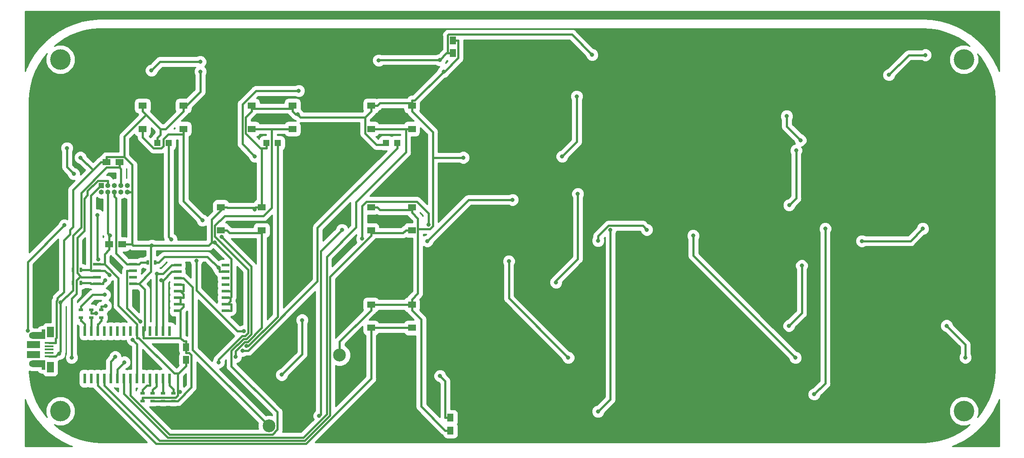
<source format=gbr>
G04 #@! TF.GenerationSoftware,KiCad,Pcbnew,(5.0.0)*
G04 #@! TF.CreationDate,2020-11-19T16:59:29-05:00*
G04 #@! TF.ProjectId,WS2812B Mini Clock,57533238313242204D696E6920436C6F,rev?*
G04 #@! TF.SameCoordinates,Original*
G04 #@! TF.FileFunction,Copper,L2,Bot,Signal*
G04 #@! TF.FilePolarity,Positive*
%FSLAX46Y46*%
G04 Gerber Fmt 4.6, Leading zero omitted, Abs format (unit mm)*
G04 Created by KiCad (PCBNEW (5.0.0)) date 11/19/20 16:59:29*
%MOMM*%
%LPD*%
G01*
G04 APERTURE LIST*
G04 #@! TA.AperFunction,ComponentPad*
%ADD10C,4.000000*%
G04 #@! TD*
G04 #@! TA.AperFunction,ComponentPad*
%ADD11C,2.500000*%
G04 #@! TD*
G04 #@! TA.AperFunction,SMDPad,CuDef*
%ADD12R,2.500000X1.425000*%
G04 #@! TD*
G04 #@! TA.AperFunction,SMDPad,CuDef*
%ADD13R,0.700000X1.825000*%
G04 #@! TD*
G04 #@! TA.AperFunction,ComponentPad*
%ADD14O,3.150000X1.300000*%
G04 #@! TD*
G04 #@! TA.AperFunction,SMDPad,CuDef*
%ADD15R,1.750000X0.400000*%
G04 #@! TD*
G04 #@! TA.AperFunction,ComponentPad*
%ADD16R,1.400000X2.000000*%
G04 #@! TD*
G04 #@! TA.AperFunction,SMDPad,CuDef*
%ADD17R,1.550000X0.600000*%
G04 #@! TD*
G04 #@! TA.AperFunction,SMDPad,CuDef*
%ADD18R,1.250000X1.500000*%
G04 #@! TD*
G04 #@! TA.AperFunction,SMDPad,CuDef*
%ADD19R,1.500000X1.250000*%
G04 #@! TD*
G04 #@! TA.AperFunction,ComponentPad*
%ADD20R,1.000000X1.000000*%
G04 #@! TD*
G04 #@! TA.AperFunction,ComponentPad*
%ADD21O,1.000000X1.000000*%
G04 #@! TD*
G04 #@! TA.AperFunction,SMDPad,CuDef*
%ADD22R,0.500000X0.900000*%
G04 #@! TD*
G04 #@! TA.AperFunction,SMDPad,CuDef*
%ADD23R,1.500000X0.600000*%
G04 #@! TD*
G04 #@! TA.AperFunction,SMDPad,CuDef*
%ADD24R,1.200000X1.200000*%
G04 #@! TD*
G04 #@! TA.AperFunction,SMDPad,CuDef*
%ADD25R,0.900000X0.500000*%
G04 #@! TD*
G04 #@! TA.AperFunction,SMDPad,CuDef*
%ADD26R,1.550000X1.300000*%
G04 #@! TD*
G04 #@! TA.AperFunction,SMDPad,CuDef*
%ADD27R,0.600000X1.910000*%
G04 #@! TD*
G04 #@! TA.AperFunction,ViaPad*
%ADD28C,0.800000*%
G04 #@! TD*
G04 #@! TA.AperFunction,Conductor*
%ADD29C,0.400000*%
G04 #@! TD*
G04 #@! TA.AperFunction,NonConductor*
%ADD30C,0.254000*%
G04 #@! TD*
G04 APERTURE END LIST*
D10*
G04 #@! TO.P,REF3,1*
G04 #@! TO.N,N/C*
X228000000Y-69500000D03*
G04 #@! TD*
G04 #@! TO.P,REF4,1*
G04 #@! TO.N,N/C*
X228000000Y-138000000D03*
G04 #@! TD*
G04 #@! TO.P,REF2,1*
G04 #@! TO.N,N/C*
X52000000Y-69500000D03*
G04 #@! TD*
D11*
G04 #@! TO.P,U24,2*
G04 #@! TO.N,Net-(U24-Pad2)*
X92618272Y-140881728D03*
G04 #@! TO.P,U24,1*
G04 #@! TO.N,GND*
X106406854Y-127093146D03*
G04 #@! TD*
D12*
G04 #@! TO.P,USB1,SH*
G04 #@! TO.N,N/C*
X46750000Y-127000000D03*
D13*
X48710000Y-123010000D03*
D14*
X47480000Y-123275000D03*
D15*
G04 #@! TO.P,USB1,5*
G04 #@! TO.N,GND*
X49825000Y-124700000D03*
G04 #@! TO.P,USB1,4*
G04 #@! TO.N,N/C*
X49825000Y-125350000D03*
G04 #@! TO.P,USB1,3*
X49825000Y-126000000D03*
G04 #@! TO.P,USB1,2*
X49825000Y-126650000D03*
D16*
G04 #@! TO.P,USB1,SH*
X50030000Y-122575000D03*
D15*
G04 #@! TO.P,USB1,1*
G04 #@! TO.N,+5V*
X49825000Y-127300000D03*
D16*
G04 #@! TO.P,USB1,SH*
G04 #@! TO.N,N/C*
X50030000Y-129425000D03*
D14*
X47480000Y-128725000D03*
D13*
X48710000Y-128990000D03*
D12*
X46750000Y-125000000D03*
G04 #@! TD*
D17*
G04 #@! TO.P,MCU1,8*
G04 #@! TO.N,+5V*
X59150000Y-109350000D03*
G04 #@! TO.P,MCU1,7*
G04 #@! TO.N,SCL*
X59150000Y-110615000D03*
G04 #@! TO.P,MCU1,6*
G04 #@! TO.N,DIN*
X59150000Y-111885000D03*
G04 #@! TO.P,MCU1,5*
G04 #@! TO.N,SDA*
X59150000Y-113155000D03*
G04 #@! TO.P,MCU1,4*
G04 #@! TO.N,GND*
X66150000Y-113155000D03*
G04 #@! TO.P,MCU1,3*
G04 #@! TO.N,N/C*
X66150000Y-111885000D03*
G04 #@! TO.P,MCU1,2*
G04 #@! TO.N,INT*
X66150000Y-110615000D03*
G04 #@! TO.P,MCU1,1*
G04 #@! TO.N,RST*
X66150000Y-109345000D03*
G04 #@! TD*
D18*
G04 #@! TO.P,C3,1*
G04 #@! TO.N,+5V*
X128000000Y-139250000D03*
G04 #@! TO.P,C3,2*
G04 #@! TO.N,GND*
X128000000Y-141750000D03*
G04 #@! TD*
G04 #@! TO.P,C4,1*
G04 #@! TO.N,+5V*
X76500000Y-128000000D03*
G04 #@! TO.P,C4,2*
G04 #@! TO.N,GND*
X76500000Y-125500000D03*
G04 #@! TD*
D19*
G04 #@! TO.P,C5,1*
G04 #@! TO.N,+5V*
X63500000Y-89500000D03*
G04 #@! TO.P,C5,2*
G04 #@! TO.N,GND*
X61000000Y-89500000D03*
G04 #@! TD*
D18*
G04 #@! TO.P,C6,1*
G04 #@! TO.N,+5V*
X128500000Y-68250000D03*
G04 #@! TO.P,C6,2*
G04 #@! TO.N,GND*
X128500000Y-65750000D03*
G04 #@! TD*
D19*
G04 #@! TO.P,C7,1*
G04 #@! TO.N,+5V*
X61500000Y-105500000D03*
G04 #@! TO.P,C7,2*
G04 #@! TO.N,GND*
X64000000Y-105500000D03*
G04 #@! TD*
D20*
G04 #@! TO.P,J1,1*
G04 #@! TO.N,SCL*
X60000000Y-94000000D03*
D21*
G04 #@! TO.P,J1,2*
G04 #@! TO.N,GND*
X60000000Y-95270000D03*
G04 #@! TO.P,J1,3*
G04 #@! TO.N,DIN*
X61270000Y-94000000D03*
G04 #@! TO.P,J1,4*
G04 #@! TO.N,+5V*
X61270000Y-95270000D03*
G04 #@! TO.P,J1,5*
G04 #@! TO.N,N/C*
X62540000Y-94000000D03*
G04 #@! TO.P,J1,6*
G04 #@! TO.N,RST*
X62540000Y-95270000D03*
G04 #@! TO.P,J1,7*
G04 #@! TO.N,+5V*
X63810000Y-94000000D03*
G04 #@! TO.P,J1,8*
G04 #@! TO.N,N/C*
X63810000Y-95270000D03*
G04 #@! TO.P,J1,9*
G04 #@! TO.N,SDA*
X65080000Y-94000000D03*
G04 #@! TO.P,J1,10*
G04 #@! TO.N,GND*
X65080000Y-95270000D03*
G04 #@! TD*
D22*
G04 #@! TO.P,R1,1*
G04 #@! TO.N,+5V*
X70500000Y-109000000D03*
G04 #@! TO.P,R1,2*
G04 #@! TO.N,RST*
X69000000Y-109000000D03*
G04 #@! TD*
G04 #@! TO.P,R2,1*
G04 #@! TO.N,+5V*
X54500000Y-113000000D03*
G04 #@! TO.P,R2,2*
G04 #@! TO.N,SDA*
X56000000Y-113000000D03*
G04 #@! TD*
D23*
G04 #@! TO.P,U25,1*
G04 #@! TO.N,N/C*
X84150000Y-109555000D03*
G04 #@! TO.P,U25,2*
G04 #@! TO.N,+5V*
X84150000Y-110825000D03*
G04 #@! TO.P,U25,3*
G04 #@! TO.N,N/C*
X84150000Y-112095000D03*
G04 #@! TO.P,U25,4*
X84150000Y-113365000D03*
G04 #@! TO.P,U25,5*
G04 #@! TO.N,GND*
X84150000Y-114635000D03*
G04 #@! TO.P,U25,6*
X84150000Y-115905000D03*
G04 #@! TO.P,U25,7*
X84150000Y-117175000D03*
G04 #@! TO.P,U25,8*
X84150000Y-118445000D03*
G04 #@! TO.P,U25,9*
X74850000Y-118445000D03*
G04 #@! TO.P,U25,10*
X74850000Y-117175000D03*
G04 #@! TO.P,U25,11*
X74850000Y-115905000D03*
G04 #@! TO.P,U25,12*
X74850000Y-114635000D03*
G04 #@! TO.P,U25,13*
X74850000Y-113365000D03*
G04 #@! TO.P,U25,14*
G04 #@! TO.N,Net-(U24-Pad2)*
X74850000Y-112095000D03*
G04 #@! TO.P,U25,15*
G04 #@! TO.N,SDA*
X74850000Y-110825000D03*
G04 #@! TO.P,U25,16*
G04 #@! TO.N,SCL*
X74850000Y-109555000D03*
G04 #@! TD*
D22*
G04 #@! TO.P,R3,1*
G04 #@! TO.N,+5V*
X54500000Y-110500000D03*
G04 #@! TO.P,R3,2*
G04 #@! TO.N,SCL*
X56000000Y-110500000D03*
G04 #@! TD*
D24*
G04 #@! TO.P,D1,2*
G04 #@! TO.N,Net-(D1-Pad2)*
X73100000Y-85750000D03*
G04 #@! TO.P,D1,1*
G04 #@! TO.N,GND*
X70900000Y-85750000D03*
G04 #@! TD*
G04 #@! TO.P,D2,2*
G04 #@! TO.N,Net-(D2-Pad2)*
X117600000Y-85750000D03*
G04 #@! TO.P,D2,1*
G04 #@! TO.N,GND*
X115400000Y-85750000D03*
G04 #@! TD*
G04 #@! TO.P,D3,2*
G04 #@! TO.N,Net-(D3-Pad2)*
X94350000Y-85750000D03*
G04 #@! TO.P,D3,1*
G04 #@! TO.N,GND*
X92150000Y-85750000D03*
G04 #@! TD*
D25*
G04 #@! TO.P,R4,1*
G04 #@! TO.N,Net-(R4-Pad1)*
X74000000Y-134500000D03*
G04 #@! TO.P,R4,2*
G04 #@! TO.N,GND*
X74000000Y-136000000D03*
G04 #@! TD*
G04 #@! TO.P,R5,1*
G04 #@! TO.N,Net-(R5-Pad1)*
X72000000Y-134500000D03*
G04 #@! TO.P,R5,2*
G04 #@! TO.N,GND*
X72000000Y-136000000D03*
G04 #@! TD*
G04 #@! TO.P,R6,1*
G04 #@! TO.N,Net-(R6-Pad1)*
X70000000Y-134500000D03*
G04 #@! TO.P,R6,2*
G04 #@! TO.N,GND*
X70000000Y-136000000D03*
G04 #@! TD*
G04 #@! TO.P,R7,1*
G04 #@! TO.N,Net-(R7-Pad1)*
X68000000Y-134500000D03*
G04 #@! TO.P,R7,2*
G04 #@! TO.N,+5V*
X68000000Y-136000000D03*
G04 #@! TD*
G04 #@! TO.P,R8,1*
G04 #@! TO.N,Net-(D1-Pad2)*
X56000000Y-118250000D03*
G04 #@! TO.P,R8,2*
G04 #@! TO.N,LED0*
X56000000Y-119750000D03*
G04 #@! TD*
G04 #@! TO.P,R9,1*
G04 #@! TO.N,Net-(D2-Pad2)*
X58000000Y-118250000D03*
G04 #@! TO.P,R9,2*
G04 #@! TO.N,LED1*
X58000000Y-119750000D03*
G04 #@! TD*
G04 #@! TO.P,R10,1*
G04 #@! TO.N,Net-(D3-Pad2)*
X60000000Y-118250000D03*
G04 #@! TO.P,R10,2*
G04 #@! TO.N,LED2*
X60000000Y-119750000D03*
G04 #@! TD*
D26*
G04 #@! TO.P,SW0,1*
G04 #@! TO.N,BTN0*
X68025000Y-83000000D03*
X75975000Y-83000000D03*
G04 #@! TO.P,SW0,2*
G04 #@! TO.N,GND*
X68025000Y-78500000D03*
X75975000Y-78500000D03*
G04 #@! TD*
G04 #@! TO.P,SW1,1*
G04 #@! TO.N,BTN1*
X112525000Y-83000000D03*
X120475000Y-83000000D03*
G04 #@! TO.P,SW1,2*
G04 #@! TO.N,GND*
X112525000Y-78500000D03*
X120475000Y-78500000D03*
G04 #@! TD*
G04 #@! TO.P,SW2,1*
G04 #@! TO.N,BTN2*
X89275000Y-83000000D03*
X97225000Y-83000000D03*
G04 #@! TO.P,SW2,2*
G04 #@! TO.N,GND*
X89275000Y-78500000D03*
X97225000Y-78500000D03*
G04 #@! TD*
G04 #@! TO.P,SW3,1*
G04 #@! TO.N,BTN3*
X83275000Y-102750000D03*
X91225000Y-102750000D03*
G04 #@! TO.P,SW3,2*
G04 #@! TO.N,GND*
X83275000Y-98250000D03*
X91225000Y-98250000D03*
G04 #@! TD*
G04 #@! TO.P,SW4,1*
G04 #@! TO.N,BTN4*
X112525000Y-102750000D03*
X120475000Y-102750000D03*
G04 #@! TO.P,SW4,2*
G04 #@! TO.N,GND*
X112525000Y-98250000D03*
X120475000Y-98250000D03*
G04 #@! TD*
G04 #@! TO.P,SW5,1*
G04 #@! TO.N,BTN5*
X112525000Y-121750000D03*
X120475000Y-121750000D03*
G04 #@! TO.P,SW5,2*
G04 #@! TO.N,GND*
X112525000Y-117250000D03*
X120475000Y-117250000D03*
G04 #@! TD*
D27*
G04 #@! TO.P,U26,28*
G04 #@! TO.N,N/C*
X56745000Y-131610000D03*
G04 #@! TO.P,U26,27*
X58015000Y-131610000D03*
G04 #@! TO.P,U26,26*
G04 #@! TO.N,BTN5*
X59285000Y-131610000D03*
G04 #@! TO.P,U26,25*
G04 #@! TO.N,BTN4*
X60555000Y-131610000D03*
G04 #@! TO.P,U26,24*
G04 #@! TO.N,BTN3*
X61825000Y-131610000D03*
G04 #@! TO.P,U26,23*
G04 #@! TO.N,BTN2*
X63095000Y-131610000D03*
G04 #@! TO.P,U26,22*
G04 #@! TO.N,BTN1*
X64365000Y-131610000D03*
G04 #@! TO.P,U26,21*
G04 #@! TO.N,BTN0*
X65635000Y-131610000D03*
G04 #@! TO.P,U26,20*
G04 #@! TO.N,INT*
X66905000Y-131610000D03*
G04 #@! TO.P,U26,19*
G04 #@! TO.N,N/C*
X68175000Y-131610000D03*
G04 #@! TO.P,U26,18*
G04 #@! TO.N,Net-(R7-Pad1)*
X69445000Y-131610000D03*
G04 #@! TO.P,U26,17*
G04 #@! TO.N,Net-(R6-Pad1)*
X70715000Y-131610000D03*
G04 #@! TO.P,U26,16*
G04 #@! TO.N,Net-(R5-Pad1)*
X71985000Y-131610000D03*
G04 #@! TO.P,U26,15*
G04 #@! TO.N,Net-(R4-Pad1)*
X73255000Y-131610000D03*
G04 #@! TO.P,U26,14*
G04 #@! TO.N,N/C*
X73255000Y-122390000D03*
G04 #@! TO.P,U26,13*
G04 #@! TO.N,SDA*
X71985000Y-122390000D03*
G04 #@! TO.P,U26,12*
G04 #@! TO.N,SCL*
X70715000Y-122390000D03*
G04 #@! TO.P,U26,11*
G04 #@! TO.N,N/C*
X69445000Y-122390000D03*
G04 #@! TO.P,U26,10*
G04 #@! TO.N,GND*
X68175000Y-122390000D03*
G04 #@! TO.P,U26,9*
G04 #@! TO.N,+5V*
X66905000Y-122390000D03*
G04 #@! TO.P,U26,8*
G04 #@! TO.N,N/C*
X65635000Y-122390000D03*
G04 #@! TO.P,U26,7*
X64365000Y-122390000D03*
G04 #@! TO.P,U26,6*
X63095000Y-122390000D03*
G04 #@! TO.P,U26,5*
X61825000Y-122390000D03*
G04 #@! TO.P,U26,4*
X60555000Y-122390000D03*
G04 #@! TO.P,U26,3*
G04 #@! TO.N,LED2*
X59285000Y-122390000D03*
G04 #@! TO.P,U26,2*
G04 #@! TO.N,LED1*
X58015000Y-122390000D03*
G04 #@! TO.P,U26,1*
G04 #@! TO.N,LED0*
X56745000Y-122390000D03*
G04 #@! TD*
D10*
G04 #@! TO.P,REF\002A\002A,1*
G04 #@! TO.N,N/C*
X52000000Y-138000000D03*
G04 #@! TD*
D28*
G04 #@! TO.N,DIN*
X54213900Y-127563600D03*
G04 #@! TO.N,GND*
X193493800Y-80503700D03*
X196174000Y-85197400D03*
X130500000Y-88583400D03*
X98212600Y-80187700D03*
X82078700Y-105090100D03*
X55893800Y-88583400D03*
X79265100Y-71850000D03*
X69811400Y-105700300D03*
X89836800Y-98700300D03*
X126656500Y-71850000D03*
G04 #@! TO.N,+5V*
X75302200Y-134295000D03*
X54603100Y-91732500D03*
X53287500Y-86753500D03*
X51750200Y-126804700D03*
X52053400Y-116850800D03*
X155598100Y-68565100D03*
X125957200Y-131142600D03*
X114000000Y-69637900D03*
X125898000Y-69548500D03*
X82794600Y-110075100D03*
X61695000Y-103750000D03*
G04 #@! TO.N,Net-(U18-Pad2)*
X45627900Y-122299000D03*
X52808900Y-101758600D03*
G04 #@! TO.N,SDA*
X71662200Y-112505600D03*
X60742700Y-112462900D03*
X59217400Y-99811800D03*
X59407700Y-108434100D03*
G04 #@! TO.N,SCL*
X61554100Y-111487400D03*
X70813800Y-111244000D03*
G04 #@! TO.N,BTN2*
X82823200Y-128462600D03*
X64474900Y-128462600D03*
G04 #@! TO.N,DOUT*
X150950000Y-127581100D03*
X139363800Y-108794800D03*
G04 #@! TO.N,Net-(U8-Pad2)*
X69750000Y-71600300D03*
X79250000Y-69921600D03*
G04 #@! TO.N,Net-(U22-Pad2)*
X99112300Y-120250000D03*
X95121100Y-130905800D03*
G04 #@! TO.N,Net-(U21-Pad2)*
X87734700Y-122419100D03*
X78483600Y-108709700D03*
G04 #@! TO.N,Net-(U29-Pad2)*
X89904000Y-88345200D03*
X98437600Y-75578400D03*
G04 #@! TO.N,Net-(U42-Pad2)*
X102432800Y-138889200D03*
X106867500Y-102650000D03*
G04 #@! TO.N,Net-(U44-Pad2)*
X110763700Y-104385300D03*
X123688400Y-101638400D03*
G04 #@! TO.N,Net-(U45-Pad2)*
X123500000Y-104850000D03*
X140105100Y-96799700D03*
G04 #@! TO.N,Net-(D1-Pad2)*
X60675000Y-115322600D03*
X73634100Y-104556300D03*
G04 #@! TO.N,Net-(D2-Pad2)*
X59000000Y-118916400D03*
X87492700Y-126177900D03*
G04 #@! TO.N,Net-(D3-Pad2)*
X60800000Y-117450000D03*
X88228900Y-125317600D03*
G04 #@! TO.N,INT*
X67590000Y-120550100D03*
X66110400Y-124134400D03*
G04 #@! TO.N,BTN0*
X79689000Y-100802000D03*
X83429600Y-104037000D03*
G04 #@! TO.N,BTN3*
X86137200Y-127429000D03*
X62702000Y-127429000D03*
G04 #@! TO.N,Net-(U49-Pad4)*
X148550000Y-112910100D03*
X152797100Y-95650000D03*
G04 #@! TO.N,Net-(U54-Pad2)*
X149750000Y-88350000D03*
X152585500Y-76650000D03*
G04 #@! TO.N,Net-(U64-Pad4)*
X156750000Y-138062000D03*
X159156300Y-102650000D03*
G04 #@! TO.N,Net-(U64-Pad2)*
X156750000Y-104774900D03*
X166250000Y-102650000D03*
G04 #@! TO.N,Net-(U65-Pad4)*
X195200000Y-127588300D03*
X175276700Y-103798400D03*
G04 #@! TO.N,Net-(U66-Pad2)*
X195334200Y-87205300D03*
X193975100Y-97850000D03*
G04 #@! TO.N,Net-(U70-Pad2)*
X196419600Y-109650000D03*
X193952000Y-121350000D03*
G04 #@! TO.N,Net-(U72-Pad2)*
X213404300Y-72476400D03*
X220538400Y-68598000D03*
G04 #@! TO.N,Net-(U81-Pad4)*
X201000000Y-102440400D03*
X198849600Y-134711700D03*
G04 #@! TO.N,Net-(U83-Pad2)*
X228315600Y-127536800D03*
X224637100Y-121350000D03*
G04 #@! TO.N,Net-(U85-Pad2)*
X220000000Y-102440400D03*
X208140500Y-104850000D03*
G04 #@! TD*
D29*
G04 #@! TO.N,DIN*
X55932100Y-111732100D02*
X55297200Y-111097300D01*
X55297200Y-111097300D02*
X55297200Y-104222300D01*
X55297200Y-104222300D02*
X56650100Y-102869400D01*
X56650100Y-102869400D02*
X56650100Y-96560200D01*
X56650100Y-96560200D02*
X57303100Y-95907200D01*
X57303100Y-95907200D02*
X57303100Y-95058300D01*
X57303100Y-95058300D02*
X59261700Y-93099700D01*
X59261700Y-93099700D02*
X61270000Y-93099700D01*
X55932100Y-111732100D02*
X56084900Y-111885000D01*
X56084900Y-111885000D02*
X59150000Y-111885000D01*
X55932100Y-111732100D02*
X55150400Y-112513800D01*
X55150400Y-112513800D02*
X55150400Y-115127900D01*
X55150400Y-115127900D02*
X54213900Y-116064400D01*
X54213900Y-116064400D02*
X54213900Y-127563600D01*
X61270000Y-94000000D02*
X61270000Y-93099700D01*
G04 #@! TO.N,GND*
X72000000Y-136000000D02*
X70000000Y-136000000D01*
X74000000Y-136000000D02*
X72000000Y-136000000D01*
X68701800Y-80227000D02*
X68025000Y-79550300D01*
X71474700Y-83000000D02*
X68701800Y-80227000D01*
X68701800Y-80227000D02*
X64439700Y-84489100D01*
X64439700Y-84489100D02*
X64439700Y-88474700D01*
X64439700Y-88474700D02*
X61000000Y-88474700D01*
X65980300Y-95270000D02*
X65980300Y-90015300D01*
X65980300Y-90015300D02*
X64439700Y-88474700D01*
X61000000Y-89500000D02*
X61000000Y-88474700D01*
X65980300Y-105500000D02*
X65980300Y-95270000D01*
X58330100Y-91019600D02*
X54448700Y-94901000D01*
X54448700Y-94901000D02*
X54448700Y-102099600D01*
X54448700Y-102099600D02*
X53899000Y-102649300D01*
X53899000Y-102649300D02*
X53899000Y-103498000D01*
X53899000Y-103498000D02*
X52653600Y-104743400D01*
X52653600Y-104743400D02*
X52653600Y-114767900D01*
X52653600Y-114767900D02*
X51453100Y-115968400D01*
X51453100Y-115968400D02*
X51453100Y-116319400D01*
X51453100Y-116319400D02*
X51253100Y-116519400D01*
X51253100Y-116519400D02*
X51253100Y-123698800D01*
X51253100Y-123698800D02*
X51100300Y-123851600D01*
X51100300Y-123851600D02*
X51100300Y-124700000D01*
X193493800Y-80503700D02*
X193493800Y-82517200D01*
X193493800Y-82517200D02*
X196174000Y-85197400D01*
X124556100Y-88583400D02*
X124556100Y-83631400D01*
X124556100Y-83631400D02*
X120475000Y-79550300D01*
X121650400Y-102470300D02*
X124011100Y-102470300D01*
X124011100Y-102470300D02*
X124556100Y-101925300D01*
X124556100Y-101925300D02*
X124556100Y-88583400D01*
X124556100Y-88583400D02*
X130500000Y-88583400D01*
X112525000Y-98250000D02*
X113700300Y-98250000D01*
X120475000Y-98775100D02*
X114225400Y-98775100D01*
X114225400Y-98775100D02*
X113700300Y-98250000D01*
X120475000Y-98775100D02*
X120475000Y-99300300D01*
X120475000Y-98250000D02*
X120475000Y-98775100D01*
X89275000Y-79025100D02*
X89275000Y-79550300D01*
X89275000Y-78500000D02*
X89275000Y-79025100D01*
X97225000Y-79025100D02*
X97225000Y-79550300D01*
X97225000Y-78500000D02*
X97225000Y-79025100D01*
X97225000Y-79025100D02*
X89275000Y-79025100D01*
X111349600Y-80725700D02*
X98750600Y-80725700D01*
X98750600Y-80725700D02*
X98212600Y-80187700D01*
X97225000Y-79550300D02*
X97862400Y-80187700D01*
X97862400Y-80187700D02*
X98212600Y-80187700D01*
X91225000Y-86758100D02*
X90977100Y-86758100D01*
X90977100Y-86758100D02*
X88099600Y-83880600D01*
X88099600Y-83880600D02*
X88099600Y-80725700D01*
X88099600Y-80725700D02*
X89275000Y-79550300D01*
X92150000Y-86750300D02*
X91232800Y-86750300D01*
X91232800Y-86750300D02*
X91225000Y-86758100D01*
X91225000Y-86758100D02*
X91225000Y-97199700D01*
X84575100Y-117175000D02*
X85150200Y-116599900D01*
X85150200Y-116599900D02*
X85150200Y-115905000D01*
X85150200Y-115905000D02*
X85300300Y-115754900D01*
X85300300Y-115754900D02*
X85300300Y-114635000D01*
X84150000Y-115905000D02*
X85150200Y-115905000D01*
X84575100Y-117175000D02*
X85300300Y-117175000D01*
X84150000Y-117175000D02*
X84575100Y-117175000D01*
X82078700Y-105090100D02*
X85300300Y-108311700D01*
X85300300Y-108311700D02*
X85300300Y-114635000D01*
X81468500Y-105090100D02*
X82078700Y-105090100D01*
X84150000Y-114635000D02*
X85300300Y-114635000D01*
X81468500Y-105090100D02*
X80858300Y-105700300D01*
X80858300Y-105700300D02*
X69811400Y-105700300D01*
X83862700Y-98250000D02*
X81468500Y-100644200D01*
X81468500Y-100644200D02*
X81468500Y-105090100D01*
X83862700Y-98250000D02*
X84450300Y-98250000D01*
X83275000Y-98250000D02*
X83862700Y-98250000D01*
X89836800Y-98356400D02*
X84556700Y-98356400D01*
X84556700Y-98356400D02*
X84450300Y-98250000D01*
X90049700Y-98250000D02*
X89943300Y-98356400D01*
X89943300Y-98356400D02*
X89836800Y-98356400D01*
X89836800Y-98356400D02*
X89836800Y-98700300D01*
X69651600Y-105700300D02*
X69811400Y-105700300D01*
X67325300Y-113155000D02*
X69651600Y-110828700D01*
X69651600Y-110828700D02*
X69651600Y-105700300D01*
X69651600Y-105700300D02*
X66180600Y-105700300D01*
X66180600Y-105700300D02*
X65980300Y-105500000D01*
X65150300Y-105500000D02*
X65980300Y-105500000D01*
X75425200Y-115905000D02*
X76000300Y-115905000D01*
X74850000Y-115905000D02*
X75425200Y-115905000D01*
X75425200Y-117175000D02*
X76000300Y-117175000D01*
X74850000Y-117175000D02*
X75425200Y-117175000D01*
X75425200Y-115905000D02*
X75425200Y-117175000D01*
X75137600Y-118445000D02*
X75209500Y-118445000D01*
X75209500Y-118445000D02*
X76000300Y-117654200D01*
X76000300Y-117654200D02*
X76000300Y-117175000D01*
X75137600Y-118445000D02*
X75425200Y-118445000D01*
X74850000Y-118445000D02*
X75137600Y-118445000D01*
X70900000Y-85750000D02*
X70900000Y-84749700D01*
X68025000Y-78500000D02*
X68025000Y-79550300D01*
X75975000Y-79550300D02*
X72525300Y-83000000D01*
X72525300Y-83000000D02*
X71474700Y-83000000D01*
X71474700Y-83000000D02*
X71474700Y-84175000D01*
X71474700Y-84175000D02*
X70900000Y-84749700D01*
X65080000Y-95270000D02*
X65980300Y-95270000D01*
X64000000Y-105500000D02*
X65150300Y-105500000D01*
X67325300Y-113155000D02*
X68434700Y-114264400D01*
X68434700Y-114264400D02*
X68434700Y-122130300D01*
X68434700Y-122130300D02*
X68175000Y-122390000D01*
X49825000Y-124700000D02*
X51100300Y-124700000D01*
X58330100Y-91019600D02*
X55893800Y-88583400D01*
X59849700Y-89500000D02*
X58330100Y-91019600D01*
X75975000Y-79025100D02*
X79265100Y-75735000D01*
X79265100Y-75735000D02*
X79265100Y-71850000D01*
X75975000Y-79025100D02*
X75975000Y-79550300D01*
X75975000Y-78500000D02*
X75975000Y-79025100D01*
X60424900Y-89500000D02*
X61000000Y-89500000D01*
X60424900Y-89500000D02*
X59849700Y-89500000D01*
X121650400Y-102470300D02*
X121650400Y-100475700D01*
X121650400Y-100475700D02*
X120475000Y-99300300D01*
X120475000Y-116199700D02*
X121650400Y-115024300D01*
X121650400Y-115024300D02*
X121650400Y-102470300D01*
X120475000Y-78500000D02*
X120475000Y-79550300D01*
X91225000Y-98250000D02*
X90049700Y-98250000D01*
X120475000Y-77449700D02*
X121056800Y-77449700D01*
X121056800Y-77449700D02*
X126656500Y-71850000D01*
X129525300Y-65750000D02*
X129525300Y-69187100D01*
X129525300Y-69187100D02*
X126862400Y-71850000D01*
X126862400Y-71850000D02*
X126656500Y-71850000D01*
X66150000Y-113155000D02*
X67325300Y-113155000D01*
X120475000Y-117250000D02*
X120475000Y-118300300D01*
X128000000Y-141750000D02*
X126974700Y-141750000D01*
X126974700Y-141750000D02*
X122292700Y-137068000D01*
X122292700Y-137068000D02*
X122292700Y-120118000D01*
X122292700Y-120118000D02*
X120475000Y-118300300D01*
X111349600Y-80725700D02*
X112525000Y-79550300D01*
X115400000Y-86100000D02*
X113559200Y-86100000D01*
X113559200Y-86100000D02*
X111349600Y-83890400D01*
X111349600Y-83890400D02*
X111349600Y-80725700D01*
X112525000Y-78500000D02*
X113700300Y-78500000D01*
X120475000Y-77974800D02*
X114225500Y-77974800D01*
X114225500Y-77974800D02*
X113700300Y-78500000D01*
X120475000Y-77974800D02*
X120475000Y-77449700D01*
X120475000Y-78500000D02*
X120475000Y-77974800D01*
X112525000Y-78500000D02*
X112525000Y-79550300D01*
X115400000Y-85750000D02*
X115400000Y-86100000D01*
X120475000Y-117250000D02*
X120475000Y-116199700D01*
X120475000Y-117250000D02*
X112525000Y-117250000D01*
X75425200Y-123745300D02*
X76029600Y-124349700D01*
X76029600Y-124349700D02*
X76500000Y-124349700D01*
X75425200Y-118445000D02*
X75425200Y-123745300D01*
X68175000Y-123745300D02*
X75425200Y-123745300D01*
X76500000Y-125500000D02*
X76500000Y-124349700D01*
X68175000Y-122390000D02*
X68175000Y-123745300D01*
X112525000Y-117250000D02*
X112525000Y-118300300D01*
X106406900Y-127093100D02*
X106406900Y-124418400D01*
X106406900Y-124418400D02*
X112525000Y-118300300D01*
X84150000Y-118445000D02*
X85300300Y-118445000D01*
X74850000Y-114635000D02*
X75425200Y-114635000D01*
X128500000Y-65750000D02*
X129525300Y-65750000D01*
X74000000Y-136000000D02*
X74850300Y-136000000D01*
X74850300Y-136000000D02*
X77525400Y-133324900D01*
X77525400Y-133324900D02*
X77525400Y-127057000D01*
X77525400Y-127057000D02*
X77118700Y-126650300D01*
X77118700Y-126650300D02*
X76500000Y-126650300D01*
X76500000Y-125500000D02*
X76500000Y-126650300D01*
X92150000Y-85750000D02*
X92150000Y-86750300D01*
X85300300Y-118445000D02*
X85300300Y-117175000D01*
X75425200Y-114635000D02*
X76000300Y-115210100D01*
X76000300Y-115210100D02*
X76000300Y-115905000D01*
X75425200Y-114635000D02*
X76000300Y-114635000D01*
X74850000Y-113365000D02*
X76000300Y-113365000D01*
X76000300Y-113365000D02*
X76000300Y-114635000D01*
X91225000Y-98250000D02*
X91225000Y-97199700D01*
G04 #@! TO.N,+5V*
X74874500Y-134295000D02*
X74874500Y-130634500D01*
X68000000Y-135349700D02*
X74419400Y-135349700D01*
X74419400Y-135349700D02*
X74874500Y-134894600D01*
X74874500Y-134894600D02*
X74874500Y-134295000D01*
X74874500Y-134295000D02*
X75302200Y-134295000D01*
X53287500Y-86753500D02*
X53287500Y-90416900D01*
X53287500Y-90416900D02*
X54603100Y-91732500D01*
X51731500Y-126804700D02*
X51731500Y-126823400D01*
X51731500Y-126823400D02*
X51576900Y-126823400D01*
X51576900Y-126823400D02*
X51100300Y-127300000D01*
X52053400Y-116850800D02*
X52053400Y-126346900D01*
X52053400Y-126346900D02*
X51731500Y-126668800D01*
X51731500Y-126668800D02*
X51731500Y-126804700D01*
X51731500Y-126804700D02*
X51750200Y-126804700D01*
X49825000Y-127300000D02*
X51100300Y-127300000D01*
X52053400Y-116850800D02*
X54500000Y-114404200D01*
X54500000Y-114404200D02*
X54500000Y-113850300D01*
X127474700Y-68250000D02*
X127474700Y-64745900D01*
X127474700Y-64745900D02*
X127623300Y-64597300D01*
X127623300Y-64597300D02*
X151630300Y-64597300D01*
X151630300Y-64597300D02*
X155598100Y-68565100D01*
X127474700Y-68250000D02*
X127196500Y-68250000D01*
X127196500Y-68250000D02*
X125898000Y-69548500D01*
X128000000Y-139250000D02*
X126974700Y-139250000D01*
X126974700Y-139250000D02*
X126974700Y-132160100D01*
X126974700Y-132160100D02*
X125957200Y-131142600D01*
X125898000Y-69548500D02*
X114089400Y-69548500D01*
X114089400Y-69548500D02*
X114000000Y-69637900D01*
X128500000Y-68250000D02*
X127474700Y-68250000D01*
X68000000Y-136000000D02*
X68000000Y-135349700D01*
X60615800Y-109350000D02*
X63313900Y-112048100D01*
X63313900Y-112048100D02*
X63313900Y-117443600D01*
X63313900Y-117443600D02*
X66905000Y-121034700D01*
X60615800Y-109350000D02*
X60175200Y-109350000D01*
X60615800Y-109350000D02*
X60615800Y-107409500D01*
X60615800Y-107409500D02*
X61500000Y-106525300D01*
X54500000Y-110500000D02*
X54500000Y-103746200D01*
X54500000Y-103746200D02*
X56049800Y-102196400D01*
X56049800Y-102196400D02*
X56049800Y-95462500D01*
X56049800Y-95462500D02*
X60987000Y-90525300D01*
X60987000Y-90525300D02*
X63500000Y-90525300D01*
X54500000Y-113000000D02*
X54500000Y-110500000D01*
X63500000Y-89500000D02*
X63500000Y-90525300D01*
X63810000Y-94000000D02*
X63810000Y-90835300D01*
X63810000Y-90835300D02*
X63500000Y-90525300D01*
X54500000Y-113000000D02*
X54500000Y-113850300D01*
X82794600Y-110075100D02*
X80617800Y-107898300D01*
X80617800Y-107898300D02*
X72252000Y-107898300D01*
X72252000Y-107898300D02*
X71150300Y-109000000D01*
X84150000Y-110825000D02*
X82999700Y-110825000D01*
X82999700Y-110825000D02*
X82999700Y-110280200D01*
X82999700Y-110280200D02*
X82794600Y-110075100D01*
X61695000Y-103750000D02*
X61270000Y-103325000D01*
X61270000Y-103325000D02*
X61270000Y-95270000D01*
X61695000Y-103750000D02*
X61500000Y-103945000D01*
X61500000Y-103945000D02*
X61500000Y-105500000D01*
X76500000Y-129150300D02*
X75015800Y-130634500D01*
X75015800Y-130634500D02*
X74874500Y-130634500D01*
X70500000Y-109000000D02*
X71150300Y-109000000D01*
X76500000Y-128000000D02*
X76500000Y-129150300D01*
X74874500Y-130634500D02*
X74176200Y-130634500D01*
X74176200Y-130634500D02*
X67287000Y-123745300D01*
X67287000Y-123745300D02*
X66905000Y-123745300D01*
X66905000Y-122390000D02*
X66905000Y-123745300D01*
X66905000Y-122390000D02*
X66905000Y-121034700D01*
X59150000Y-109350000D02*
X60175200Y-109350000D01*
X61500000Y-105500000D02*
X61500000Y-106525300D01*
G04 #@! TO.N,Net-(U18-Pad2)*
X45627900Y-122299000D02*
X45627900Y-108939600D01*
X45627900Y-108939600D02*
X52808900Y-101758600D01*
G04 #@! TO.N,SDA*
X71985000Y-112539700D02*
X73699700Y-110825000D01*
X71985000Y-122390000D02*
X71985000Y-112539700D01*
X71985000Y-112539700D02*
X71696300Y-112539700D01*
X71696300Y-112539700D02*
X71662200Y-112505600D01*
X74850000Y-110825000D02*
X73699700Y-110825000D01*
X60325300Y-113155000D02*
X60325300Y-112880300D01*
X60325300Y-112880300D02*
X60742700Y-112462900D01*
X59150000Y-113155000D02*
X60325300Y-113155000D01*
X59217400Y-99811800D02*
X59217400Y-108243800D01*
X59217400Y-108243800D02*
X59407700Y-108434100D01*
X59150000Y-113155000D02*
X57974700Y-113155000D01*
X56000000Y-113000000D02*
X57819700Y-113000000D01*
X57819700Y-113000000D02*
X57974700Y-113155000D01*
G04 #@! TO.N,RST*
X66150000Y-109345000D02*
X67325300Y-109345000D01*
X69000000Y-109000000D02*
X67670300Y-109000000D01*
X67670300Y-109000000D02*
X67325300Y-109345000D01*
X66150000Y-109345000D02*
X64974700Y-109345000D01*
X62540000Y-95270000D02*
X62540000Y-96170300D01*
X62540000Y-96170300D02*
X62839900Y-96470200D01*
X62839900Y-96470200D02*
X62839900Y-107210200D01*
X62839900Y-107210200D02*
X64974700Y-109345000D01*
G04 #@! TO.N,SCL*
X70813800Y-111244000D02*
X72010700Y-111244000D01*
X72010700Y-111244000D02*
X73699700Y-109555000D01*
X70715000Y-122390000D02*
X70715000Y-111342800D01*
X70715000Y-111342800D02*
X70813800Y-111244000D01*
X61554100Y-111487400D02*
X60681700Y-110615000D01*
X60681700Y-110615000D02*
X59150000Y-110615000D01*
X74850000Y-109555000D02*
X73699700Y-109555000D01*
X59150000Y-110615000D02*
X57974700Y-110615000D01*
X57927600Y-110500000D02*
X57927600Y-95985300D01*
X57927600Y-95985300D02*
X59912900Y-94000000D01*
X59912900Y-94000000D02*
X60000000Y-94000000D01*
X57974700Y-110615000D02*
X57974700Y-110547100D01*
X57974700Y-110547100D02*
X57927600Y-110500000D01*
X57927600Y-110500000D02*
X56650300Y-110500000D01*
X56000000Y-110500000D02*
X56650300Y-110500000D01*
G04 #@! TO.N,BTN1*
X64365000Y-131610000D02*
X64365000Y-134562500D01*
X64365000Y-134562500D02*
X72951500Y-143149000D01*
X72951500Y-143149000D02*
X99322800Y-143149000D01*
X99322800Y-143149000D02*
X103898400Y-138573400D01*
X103898400Y-138573400D02*
X103898400Y-107911500D01*
X103898400Y-107911500D02*
X109608700Y-102201200D01*
X109608700Y-102201200D02*
X109608700Y-97235800D01*
X109608700Y-97235800D02*
X119299700Y-87544800D01*
X119299700Y-87544800D02*
X119299700Y-83000000D01*
X119299700Y-83000000D02*
X112525000Y-83000000D01*
X120475000Y-83000000D02*
X119299700Y-83000000D01*
G04 #@! TO.N,BTN2*
X93150400Y-83000000D02*
X93150400Y-98370600D01*
X93150400Y-98370600D02*
X91574300Y-99946700D01*
X91574300Y-99946700D02*
X83980500Y-99946700D01*
X83980500Y-99946700D02*
X82099600Y-101827600D01*
X82099600Y-101827600D02*
X82099600Y-103959100D01*
X82099600Y-103959100D02*
X88567800Y-110427300D01*
X88567800Y-110427300D02*
X88567800Y-122718000D01*
X88567800Y-122718000D02*
X87969100Y-123316700D01*
X87969100Y-123316700D02*
X87400300Y-123316700D01*
X87400300Y-123316700D02*
X82823200Y-127893800D01*
X82823200Y-127893800D02*
X82823200Y-128462600D01*
X93150400Y-83000000D02*
X89275000Y-83000000D01*
X96049700Y-83000000D02*
X93150400Y-83000000D01*
X63095000Y-131610000D02*
X63095000Y-129842500D01*
X63095000Y-129842500D02*
X64474900Y-128462600D01*
X97225000Y-83000000D02*
X96049700Y-83000000D01*
G04 #@! TO.N,DOUT*
X150950000Y-127581100D02*
X139363800Y-115994900D01*
X139363800Y-115994900D02*
X139363800Y-108794800D01*
G04 #@! TO.N,Net-(U24-Pad2)*
X74850000Y-112095000D02*
X76000300Y-112095000D01*
X76000300Y-112095000D02*
X77792800Y-113887500D01*
X77792800Y-113887500D02*
X77792800Y-126056200D01*
X77792800Y-126056200D02*
X92618300Y-140881700D01*
G04 #@! TO.N,Net-(U8-Pad2)*
X79250000Y-69921600D02*
X71428700Y-69921600D01*
X71428700Y-69921600D02*
X69750000Y-71600300D01*
G04 #@! TO.N,Net-(U22-Pad2)*
X95121100Y-130905800D02*
X99112300Y-126914600D01*
X99112300Y-126914600D02*
X99112300Y-120250000D01*
G04 #@! TO.N,Net-(U21-Pad2)*
X87734700Y-122419100D02*
X86497300Y-122419100D01*
X86497300Y-122419100D02*
X78483600Y-114405400D01*
X78483600Y-114405400D02*
X78483600Y-108709700D01*
G04 #@! TO.N,Net-(U29-Pad2)*
X89904000Y-88345200D02*
X87497400Y-85938600D01*
X87497400Y-85938600D02*
X87497400Y-78167900D01*
X87497400Y-78167900D02*
X90086900Y-75578400D01*
X90086900Y-75578400D02*
X98437600Y-75578400D01*
G04 #@! TO.N,Net-(U42-Pad2)*
X102432800Y-138889200D02*
X102697700Y-138624300D01*
X102697700Y-138624300D02*
X102697700Y-106819800D01*
X102697700Y-106819800D02*
X106867500Y-102650000D01*
G04 #@! TO.N,Net-(U44-Pad2)*
X110763700Y-104385300D02*
X110763700Y-98008900D01*
X110763700Y-98008900D02*
X111619400Y-97153200D01*
X111619400Y-97153200D02*
X121402800Y-97153200D01*
X121402800Y-97153200D02*
X123688400Y-99438800D01*
X123688400Y-99438800D02*
X123688400Y-101638400D01*
G04 #@! TO.N,Net-(U45-Pad2)*
X123500000Y-104850000D02*
X131550300Y-96799700D01*
X131550300Y-96799700D02*
X140105100Y-96799700D01*
G04 #@! TO.N,Net-(D1-Pad2)*
X56000000Y-118250000D02*
X56000000Y-117599700D01*
X60675000Y-115322600D02*
X58277100Y-115322600D01*
X58277100Y-115322600D02*
X56000000Y-117599700D01*
X73100000Y-85750000D02*
X73100000Y-104022200D01*
X73100000Y-104022200D02*
X73634100Y-104556300D01*
G04 #@! TO.N,Net-(D2-Pad2)*
X117600000Y-85750000D02*
X117600000Y-86750300D01*
X58000000Y-118250000D02*
X58000000Y-118900300D01*
X59000000Y-118916400D02*
X58016100Y-118916400D01*
X58016100Y-118916400D02*
X58000000Y-118900300D01*
X117600000Y-86750300D02*
X102097300Y-102253000D01*
X102097300Y-102253000D02*
X102097300Y-112678200D01*
X102097300Y-112678200D02*
X88597600Y-126177900D01*
X88597600Y-126177900D02*
X87492700Y-126177900D01*
G04 #@! TO.N,Net-(D3-Pad2)*
X94350000Y-85750000D02*
X94350000Y-119571800D01*
X94350000Y-119571800D02*
X88604200Y-125317600D01*
X88604200Y-125317600D02*
X88228900Y-125317600D01*
X60000000Y-118250000D02*
X60000000Y-117599700D01*
X60800000Y-117450000D02*
X60650300Y-117599700D01*
X60650300Y-117599700D02*
X60000000Y-117599700D01*
G04 #@! TO.N,INT*
X64974700Y-110615000D02*
X64974700Y-117934800D01*
X64974700Y-117934800D02*
X67590000Y-120550100D01*
X66905000Y-131610000D02*
X66905000Y-130254700D01*
X66905000Y-130254700D02*
X66905000Y-124929000D01*
X66905000Y-124929000D02*
X66110400Y-124134400D01*
X66150000Y-110615000D02*
X64974700Y-110615000D01*
G04 #@! TO.N,Net-(R4-Pad1)*
X73255000Y-131610000D02*
X73255000Y-132965300D01*
X73255000Y-132965300D02*
X74000000Y-133710300D01*
X74000000Y-133710300D02*
X74000000Y-134500000D01*
G04 #@! TO.N,Net-(R5-Pad1)*
X72000000Y-134500000D02*
X72000000Y-133849700D01*
X71985000Y-131610000D02*
X71985000Y-133834700D01*
X71985000Y-133834700D02*
X72000000Y-133849700D01*
G04 #@! TO.N,Net-(R6-Pad1)*
X70000000Y-134500000D02*
X70000000Y-133849700D01*
X70715000Y-131610000D02*
X70715000Y-133134700D01*
X70715000Y-133134700D02*
X70000000Y-133849700D01*
G04 #@! TO.N,Net-(R7-Pad1)*
X69445000Y-131610000D02*
X69445000Y-132965300D01*
X68000000Y-134500000D02*
X68000000Y-133849700D01*
X69445000Y-132965300D02*
X68884400Y-132965300D01*
X68884400Y-132965300D02*
X68000000Y-133849700D01*
G04 #@! TO.N,LED0*
X56000000Y-119750000D02*
X56000000Y-120400300D01*
X56745000Y-122390000D02*
X56745000Y-121034700D01*
X56745000Y-121034700D02*
X56110600Y-120400300D01*
X56110600Y-120400300D02*
X56000000Y-120400300D01*
G04 #@! TO.N,LED1*
X58000000Y-119750000D02*
X58000000Y-120400300D01*
X58015000Y-122390000D02*
X58015000Y-120415300D01*
X58015000Y-120415300D02*
X58000000Y-120400300D01*
G04 #@! TO.N,LED2*
X59285000Y-122390000D02*
X59285000Y-121034700D01*
X60000000Y-119750000D02*
X60000000Y-120400300D01*
X59285000Y-121034700D02*
X59365600Y-121034700D01*
X59365600Y-121034700D02*
X60000000Y-120400300D01*
G04 #@! TO.N,BTN0*
X79689000Y-100802000D02*
X75975000Y-97088000D01*
X75975000Y-97088000D02*
X75975000Y-84050300D01*
X83429600Y-104037000D02*
X89174000Y-109781400D01*
X89174000Y-109781400D02*
X89174000Y-122967600D01*
X89174000Y-122967600D02*
X88224600Y-123917000D01*
X88224600Y-123917000D02*
X87648900Y-123917000D01*
X87648900Y-123917000D02*
X85327700Y-126238200D01*
X85327700Y-126238200D02*
X85327700Y-129226200D01*
X85327700Y-129226200D02*
X94291500Y-138190000D01*
X94291500Y-138190000D02*
X94291500Y-141558200D01*
X94291500Y-141558200D02*
X93301000Y-142548700D01*
X93301000Y-142548700D02*
X73275700Y-142548700D01*
X73275700Y-142548700D02*
X65635000Y-134908000D01*
X65635000Y-134908000D02*
X65635000Y-132965300D01*
X65635000Y-131610000D02*
X65635000Y-132965300D01*
X75975000Y-84050300D02*
X73033600Y-84050300D01*
X73033600Y-84050300D02*
X72099600Y-84984300D01*
X72099600Y-84984300D02*
X72099600Y-86329600D01*
X72099600Y-86329600D02*
X71678800Y-86750400D01*
X71678800Y-86750400D02*
X70122000Y-86750400D01*
X70122000Y-86750400D02*
X68025000Y-84653400D01*
X68025000Y-84653400D02*
X68025000Y-83000000D01*
X75975000Y-83000000D02*
X75975000Y-84050300D01*
G04 #@! TO.N,BTN3*
X91225000Y-103275100D02*
X91225000Y-121765500D01*
X91225000Y-121765500D02*
X88473200Y-124517300D01*
X88473200Y-124517300D02*
X87897500Y-124517300D01*
X87897500Y-124517300D02*
X86137200Y-126277600D01*
X86137200Y-126277600D02*
X86137200Y-127429000D01*
X61825000Y-131610000D02*
X61825000Y-128306000D01*
X61825000Y-128306000D02*
X62702000Y-127429000D01*
X83275000Y-102750000D02*
X84450300Y-102750000D01*
X91225000Y-103275100D02*
X84975400Y-103275100D01*
X84975400Y-103275100D02*
X84450300Y-102750000D01*
X91225000Y-102750000D02*
X91225000Y-103275100D01*
G04 #@! TO.N,BTN4*
X120475000Y-102750000D02*
X119299700Y-102750000D01*
X112525000Y-103275100D02*
X118774600Y-103275100D01*
X118774600Y-103275100D02*
X119299700Y-102750000D01*
X112525000Y-103275100D02*
X112525000Y-103800300D01*
X112525000Y-102750000D02*
X112525000Y-103275100D01*
X60555000Y-132965300D02*
X71339000Y-143749300D01*
X71339000Y-143749300D02*
X99571400Y-143749300D01*
X99571400Y-143749300D02*
X104498700Y-138822000D01*
X104498700Y-138822000D02*
X104498700Y-111826600D01*
X104498700Y-111826600D02*
X112525000Y-103800300D01*
X60555000Y-131610000D02*
X60555000Y-132965300D01*
G04 #@! TO.N,BTN5*
X59285000Y-132965300D02*
X70669300Y-144349600D01*
X70669300Y-144349600D02*
X99820000Y-144349600D01*
X99820000Y-144349600D02*
X112525000Y-131644600D01*
X112525000Y-131644600D02*
X112525000Y-121750000D01*
X59285000Y-131610000D02*
X59285000Y-132965300D01*
X120475000Y-121750000D02*
X112525000Y-121750000D01*
G04 #@! TO.N,Net-(U49-Pad4)*
X152797100Y-95650000D02*
X152797100Y-108314600D01*
X152797100Y-108314600D02*
X148550000Y-112561700D01*
X148550000Y-112561700D02*
X148550000Y-112910100D01*
G04 #@! TO.N,Net-(U54-Pad2)*
X149750000Y-88350000D02*
X152585500Y-85514500D01*
X152585500Y-85514500D02*
X152585500Y-76650000D01*
G04 #@! TO.N,Net-(U64-Pad4)*
X156750000Y-138062000D02*
X159156300Y-135655700D01*
X159156300Y-135655700D02*
X159156300Y-102650000D01*
G04 #@! TO.N,Net-(U64-Pad2)*
X156750000Y-104774900D02*
X156750000Y-103884800D01*
X156750000Y-103884800D02*
X158800800Y-101834000D01*
X158800800Y-101834000D02*
X165434000Y-101834000D01*
X165434000Y-101834000D02*
X166250000Y-102650000D01*
G04 #@! TO.N,Net-(U65-Pad4)*
X195200000Y-127588300D02*
X175276700Y-107665000D01*
X175276700Y-107665000D02*
X175276700Y-103798400D01*
G04 #@! TO.N,Net-(U66-Pad2)*
X195334200Y-87205300D02*
X195334200Y-96490900D01*
X195334200Y-96490900D02*
X193975100Y-97850000D01*
G04 #@! TO.N,Net-(U70-Pad2)*
X196419600Y-109650000D02*
X196419600Y-118882400D01*
X196419600Y-118882400D02*
X193952000Y-121350000D01*
G04 #@! TO.N,Net-(U72-Pad2)*
X213404300Y-72476400D02*
X217282700Y-68598000D01*
X217282700Y-68598000D02*
X220538400Y-68598000D01*
G04 #@! TO.N,Net-(U81-Pad4)*
X201000000Y-102440400D02*
X201000000Y-132561300D01*
X201000000Y-132561300D02*
X198849600Y-134711700D01*
G04 #@! TO.N,Net-(U83-Pad2)*
X224637100Y-121350000D02*
X228315600Y-125028500D01*
X228315600Y-125028500D02*
X228315600Y-127536800D01*
G04 #@! TO.N,Net-(U85-Pad2)*
X220000000Y-102440400D02*
X217590400Y-104850000D01*
X217590400Y-104850000D02*
X208140500Y-104850000D01*
G04 #@! TD*
D30*
G36*
X234873000Y-144873000D02*
X225720327Y-144873000D01*
X226721927Y-144465274D01*
X226743750Y-144455052D01*
X226766076Y-144445986D01*
X226810646Y-144423715D01*
X226810662Y-144423708D01*
X226810670Y-144423703D01*
X228173241Y-143697686D01*
X228193895Y-143685275D01*
X228215175Y-143673961D01*
X228257234Y-143647218D01*
X229537966Y-142784978D01*
X229557243Y-142770504D01*
X229577238Y-142757068D01*
X229616325Y-142726144D01*
X230801642Y-141736822D01*
X230819324Y-141720448D01*
X230837838Y-141705023D01*
X230873540Y-141670244D01*
X231950882Y-140564321D01*
X231966787Y-140546216D01*
X231983616Y-140528971D01*
X232015554Y-140490707D01*
X232973509Y-139279899D01*
X232987469Y-139260255D01*
X233002437Y-139241370D01*
X233030272Y-139200026D01*
X233858690Y-137897161D01*
X233870558Y-137876185D01*
X233883504Y-137855863D01*
X233906941Y-137811877D01*
X234597047Y-136430759D01*
X234606696Y-136408674D01*
X234617485Y-136387128D01*
X234636277Y-136340966D01*
X234873000Y-135712839D01*
X234873000Y-144873000D01*
X234873000Y-144873000D01*
G37*
X234873000Y-144873000D02*
X225720327Y-144873000D01*
X226721927Y-144465274D01*
X226743750Y-144455052D01*
X226766076Y-144445986D01*
X226810646Y-144423715D01*
X226810662Y-144423708D01*
X226810670Y-144423703D01*
X228173241Y-143697686D01*
X228193895Y-143685275D01*
X228215175Y-143673961D01*
X228257234Y-143647218D01*
X229537966Y-142784978D01*
X229557243Y-142770504D01*
X229577238Y-142757068D01*
X229616325Y-142726144D01*
X230801642Y-141736822D01*
X230819324Y-141720448D01*
X230837838Y-141705023D01*
X230873540Y-141670244D01*
X231950882Y-140564321D01*
X231966787Y-140546216D01*
X231983616Y-140528971D01*
X232015554Y-140490707D01*
X232973509Y-139279899D01*
X232987469Y-139260255D01*
X233002437Y-139241370D01*
X233030272Y-139200026D01*
X233858690Y-137897161D01*
X233870558Y-137876185D01*
X233883504Y-137855863D01*
X233906941Y-137811877D01*
X234597047Y-136430759D01*
X234606696Y-136408674D01*
X234617485Y-136387128D01*
X234636277Y-136340966D01*
X234873000Y-135712839D01*
X234873000Y-144873000D01*
G36*
X45534726Y-136721927D02*
X45544948Y-136743750D01*
X45554014Y-136766076D01*
X45576285Y-136810646D01*
X45576292Y-136810662D01*
X45576297Y-136810670D01*
X46302314Y-138173241D01*
X46314725Y-138193895D01*
X46326039Y-138215175D01*
X46352782Y-138257234D01*
X47215022Y-139537966D01*
X47229496Y-139557243D01*
X47242932Y-139577238D01*
X47273856Y-139616325D01*
X48263178Y-140801642D01*
X48279552Y-140819324D01*
X48294977Y-140837838D01*
X48329756Y-140873540D01*
X49435679Y-141950882D01*
X49453784Y-141966787D01*
X49471029Y-141983616D01*
X49509293Y-142015554D01*
X50720101Y-142973509D01*
X50739745Y-142987469D01*
X50758630Y-143002437D01*
X50799974Y-143030272D01*
X52102839Y-143858690D01*
X52123815Y-143870558D01*
X52144137Y-143883504D01*
X52188123Y-143906941D01*
X53569241Y-144597047D01*
X53591326Y-144606696D01*
X53612872Y-144617485D01*
X53659019Y-144636271D01*
X53659033Y-144636277D01*
X53659040Y-144636279D01*
X54287161Y-144873000D01*
X45127000Y-144873000D01*
X45127000Y-135720328D01*
X45534726Y-136721927D01*
X45534726Y-136721927D01*
G37*
X45534726Y-136721927D02*
X45544948Y-136743750D01*
X45554014Y-136766076D01*
X45576285Y-136810646D01*
X45576292Y-136810662D01*
X45576297Y-136810670D01*
X46302314Y-138173241D01*
X46314725Y-138193895D01*
X46326039Y-138215175D01*
X46352782Y-138257234D01*
X47215022Y-139537966D01*
X47229496Y-139557243D01*
X47242932Y-139577238D01*
X47273856Y-139616325D01*
X48263178Y-140801642D01*
X48279552Y-140819324D01*
X48294977Y-140837838D01*
X48329756Y-140873540D01*
X49435679Y-141950882D01*
X49453784Y-141966787D01*
X49471029Y-141983616D01*
X49509293Y-142015554D01*
X50720101Y-142973509D01*
X50739745Y-142987469D01*
X50758630Y-143002437D01*
X50799974Y-143030272D01*
X52102839Y-143858690D01*
X52123815Y-143870558D01*
X52144137Y-143883504D01*
X52188123Y-143906941D01*
X53569241Y-144597047D01*
X53591326Y-144606696D01*
X53612872Y-144617485D01*
X53659019Y-144636271D01*
X53659033Y-144636277D01*
X53659040Y-144636279D01*
X54287161Y-144873000D01*
X45127000Y-144873000D01*
X45127000Y-135720328D01*
X45534726Y-136721927D01*
G36*
X221443896Y-63527671D02*
X222872500Y-63750107D01*
X224270674Y-64118216D01*
X225623600Y-64628095D01*
X226916941Y-65274341D01*
X228137007Y-66050112D01*
X229178495Y-66874106D01*
X228572271Y-66623000D01*
X227427729Y-66623000D01*
X226370310Y-67060997D01*
X225560997Y-67870310D01*
X225123000Y-68927729D01*
X225123000Y-70072271D01*
X225560997Y-71129690D01*
X226370310Y-71939003D01*
X227427729Y-72377000D01*
X228572271Y-72377000D01*
X229629690Y-71939003D01*
X230439003Y-71129690D01*
X230877000Y-70072271D01*
X230877000Y-68927729D01*
X230640052Y-68355686D01*
X231232958Y-69066053D01*
X232040404Y-70265396D01*
X232720289Y-71541387D01*
X233265405Y-72880492D01*
X233669987Y-74268553D01*
X233929744Y-75690846D01*
X234043345Y-77150559D01*
X234048000Y-77506197D01*
X234048001Y-129975476D01*
X233972329Y-131443896D01*
X233749893Y-132872500D01*
X233381783Y-134270677D01*
X232871908Y-135623592D01*
X232225658Y-136916941D01*
X231449888Y-138137007D01*
X230625895Y-139178493D01*
X230877000Y-138572271D01*
X230877000Y-137427729D01*
X230439003Y-136370310D01*
X229629690Y-135560997D01*
X228572271Y-135123000D01*
X227427729Y-135123000D01*
X226370310Y-135560997D01*
X225560997Y-136370310D01*
X225123000Y-137427729D01*
X225123000Y-138572271D01*
X225560997Y-139629690D01*
X226370310Y-140439003D01*
X227427729Y-140877000D01*
X228572271Y-140877000D01*
X229144314Y-140640052D01*
X228433947Y-141232958D01*
X227234604Y-142040404D01*
X225958613Y-142720289D01*
X224619511Y-143265404D01*
X223231447Y-143669987D01*
X221809154Y-143929744D01*
X220349441Y-144043345D01*
X219993803Y-144048000D01*
X101644707Y-144048000D01*
X113211552Y-132481156D01*
X113301473Y-132421073D01*
X113379909Y-132303686D01*
X113488756Y-132140784D01*
X113539511Y-132064824D01*
X113602000Y-131750672D01*
X113602000Y-131750667D01*
X113623098Y-131644601D01*
X113602000Y-131538534D01*
X113602000Y-123234110D01*
X113642188Y-123226116D01*
X113932281Y-123032281D01*
X114069446Y-122827000D01*
X118930554Y-122827000D01*
X119067719Y-123032281D01*
X119357812Y-123226116D01*
X119700000Y-123294181D01*
X121215701Y-123294181D01*
X121215700Y-136961933D01*
X121194602Y-137068000D01*
X121215700Y-137174066D01*
X121215700Y-137174071D01*
X121278189Y-137488223D01*
X121516227Y-137844473D01*
X121606152Y-137904559D01*
X126138143Y-142436551D01*
X126198227Y-142526473D01*
X126288149Y-142586557D01*
X126288150Y-142586558D01*
X126419897Y-142674588D01*
X126530208Y-142748295D01*
X126548884Y-142842188D01*
X126742719Y-143132281D01*
X127032812Y-143326116D01*
X127375000Y-143394181D01*
X128625000Y-143394181D01*
X128967188Y-143326116D01*
X129257281Y-143132281D01*
X129451116Y-142842188D01*
X129519181Y-142500000D01*
X129519181Y-141000000D01*
X129451116Y-140657812D01*
X129345669Y-140500000D01*
X129451116Y-140342188D01*
X129519181Y-140000000D01*
X129519181Y-138500000D01*
X129451116Y-138157812D01*
X129257281Y-137867719D01*
X128967188Y-137673884D01*
X128625000Y-137605819D01*
X128051700Y-137605819D01*
X128051700Y-132266166D01*
X128072798Y-132160099D01*
X128051700Y-132054033D01*
X128051700Y-132054028D01*
X127989211Y-131739876D01*
X127860195Y-131546790D01*
X127811258Y-131473550D01*
X127811257Y-131473549D01*
X127751173Y-131383627D01*
X127661251Y-131323543D01*
X127234200Y-130896492D01*
X127234200Y-130888589D01*
X127039788Y-130419238D01*
X126680562Y-130060012D01*
X126211211Y-129865600D01*
X125703189Y-129865600D01*
X125233838Y-130060012D01*
X124874612Y-130419238D01*
X124680200Y-130888589D01*
X124680200Y-131396611D01*
X124874612Y-131865962D01*
X125233838Y-132225188D01*
X125703189Y-132419600D01*
X125711092Y-132419600D01*
X125897701Y-132606209D01*
X125897700Y-139143928D01*
X125896711Y-139148903D01*
X123369700Y-136621893D01*
X123369700Y-120224066D01*
X123390798Y-120118000D01*
X123369700Y-120011933D01*
X123369700Y-120011928D01*
X123307211Y-119697776D01*
X123203859Y-119543099D01*
X123129258Y-119431450D01*
X123129257Y-119431449D01*
X123069173Y-119341527D01*
X122979251Y-119281443D01*
X122021594Y-118323786D01*
X122076116Y-118242188D01*
X122144181Y-117900000D01*
X122144181Y-116600000D01*
X122076116Y-116257812D01*
X122021594Y-116176214D01*
X122336951Y-115860857D01*
X122426873Y-115800773D01*
X122486958Y-115710850D01*
X122664911Y-115444525D01*
X122697269Y-115281851D01*
X122727400Y-115130372D01*
X122727400Y-115130368D01*
X122748498Y-115024300D01*
X122727400Y-114918232D01*
X122727400Y-108540789D01*
X138086800Y-108540789D01*
X138086800Y-109048811D01*
X138281212Y-109518162D01*
X138286801Y-109523751D01*
X138286800Y-115888833D01*
X138265702Y-115994900D01*
X138286800Y-116100966D01*
X138286800Y-116100971D01*
X138349289Y-116415123D01*
X138587327Y-116771373D01*
X138677252Y-116831459D01*
X149673000Y-127827208D01*
X149673000Y-127835111D01*
X149867412Y-128304462D01*
X150226638Y-128663688D01*
X150695989Y-128858100D01*
X151204011Y-128858100D01*
X151673362Y-128663688D01*
X152032588Y-128304462D01*
X152227000Y-127835111D01*
X152227000Y-127327089D01*
X152032588Y-126857738D01*
X151673362Y-126498512D01*
X151204011Y-126304100D01*
X151196108Y-126304100D01*
X140440800Y-115548793D01*
X140440800Y-112656089D01*
X147273000Y-112656089D01*
X147273000Y-113164111D01*
X147467412Y-113633462D01*
X147826638Y-113992688D01*
X148295989Y-114187100D01*
X148804011Y-114187100D01*
X149273362Y-113992688D01*
X149632588Y-113633462D01*
X149827000Y-113164111D01*
X149827000Y-112807807D01*
X153483651Y-109151157D01*
X153573573Y-109091073D01*
X153811611Y-108734824D01*
X153874100Y-108420672D01*
X153874100Y-108420667D01*
X153895198Y-108314601D01*
X153874100Y-108208534D01*
X153874100Y-104520889D01*
X155473000Y-104520889D01*
X155473000Y-105028911D01*
X155667412Y-105498262D01*
X156026638Y-105857488D01*
X156495989Y-106051900D01*
X157004011Y-106051900D01*
X157473362Y-105857488D01*
X157832588Y-105498262D01*
X158027000Y-105028911D01*
X158027000Y-104520889D01*
X157912777Y-104245130D01*
X158079301Y-104078606D01*
X158079300Y-135209592D01*
X156503893Y-136785000D01*
X156495989Y-136785000D01*
X156026638Y-136979412D01*
X155667412Y-137338638D01*
X155473000Y-137807989D01*
X155473000Y-138316011D01*
X155667412Y-138785362D01*
X156026638Y-139144588D01*
X156495989Y-139339000D01*
X157004011Y-139339000D01*
X157473362Y-139144588D01*
X157832588Y-138785362D01*
X158027000Y-138316011D01*
X158027000Y-138308107D01*
X159842851Y-136492257D01*
X159932773Y-136432173D01*
X159995096Y-136338901D01*
X160124795Y-136144792D01*
X160170811Y-136075924D01*
X160233300Y-135761772D01*
X160233300Y-135761767D01*
X160254398Y-135655701D01*
X160233300Y-135549634D01*
X160233300Y-134457689D01*
X197572600Y-134457689D01*
X197572600Y-134965711D01*
X197767012Y-135435062D01*
X198126238Y-135794288D01*
X198595589Y-135988700D01*
X199103611Y-135988700D01*
X199572962Y-135794288D01*
X199932188Y-135435062D01*
X200126600Y-134965711D01*
X200126600Y-134957807D01*
X201686551Y-133397857D01*
X201776473Y-133337773D01*
X202014511Y-132981524D01*
X202077000Y-132667372D01*
X202077000Y-132667367D01*
X202098098Y-132561300D01*
X202077000Y-132455234D01*
X202077000Y-121095989D01*
X223360100Y-121095989D01*
X223360100Y-121604011D01*
X223554512Y-122073362D01*
X223913738Y-122432588D01*
X224383089Y-122627000D01*
X224390993Y-122627000D01*
X227238600Y-125474608D01*
X227238601Y-126807849D01*
X227233012Y-126813438D01*
X227038600Y-127282789D01*
X227038600Y-127790811D01*
X227233012Y-128260162D01*
X227592238Y-128619388D01*
X228061589Y-128813800D01*
X228569611Y-128813800D01*
X229038962Y-128619388D01*
X229398188Y-128260162D01*
X229592600Y-127790811D01*
X229592600Y-127282789D01*
X229398188Y-126813438D01*
X229392600Y-126807850D01*
X229392600Y-125134568D01*
X229413698Y-125028500D01*
X229392600Y-124922432D01*
X229392600Y-124922428D01*
X229330111Y-124608276D01*
X229330111Y-124608275D01*
X229152158Y-124341950D01*
X229152157Y-124341949D01*
X229092073Y-124252027D01*
X229002151Y-124191944D01*
X225914100Y-121103893D01*
X225914100Y-121095989D01*
X225719688Y-120626638D01*
X225360462Y-120267412D01*
X224891111Y-120073000D01*
X224383089Y-120073000D01*
X223913738Y-120267412D01*
X223554512Y-120626638D01*
X223360100Y-121095989D01*
X202077000Y-121095989D01*
X202077000Y-104595989D01*
X206863500Y-104595989D01*
X206863500Y-105104011D01*
X207057912Y-105573362D01*
X207417138Y-105932588D01*
X207886489Y-106127000D01*
X208394511Y-106127000D01*
X208863862Y-105932588D01*
X208869450Y-105927000D01*
X217484334Y-105927000D01*
X217590400Y-105948098D01*
X217696466Y-105927000D01*
X217696472Y-105927000D01*
X218010624Y-105864511D01*
X218366873Y-105626473D01*
X218426959Y-105536548D01*
X220246108Y-103717400D01*
X220254011Y-103717400D01*
X220723362Y-103522988D01*
X221082588Y-103163762D01*
X221277000Y-102694411D01*
X221277000Y-102186389D01*
X221082588Y-101717038D01*
X220723362Y-101357812D01*
X220254011Y-101163400D01*
X219745989Y-101163400D01*
X219276638Y-101357812D01*
X218917412Y-101717038D01*
X218723000Y-102186389D01*
X218723000Y-102194292D01*
X217144293Y-103773000D01*
X208869450Y-103773000D01*
X208863862Y-103767412D01*
X208394511Y-103573000D01*
X207886489Y-103573000D01*
X207417138Y-103767412D01*
X207057912Y-104126638D01*
X206863500Y-104595989D01*
X202077000Y-104595989D01*
X202077000Y-103169350D01*
X202082588Y-103163762D01*
X202277000Y-102694411D01*
X202277000Y-102186389D01*
X202082588Y-101717038D01*
X201723362Y-101357812D01*
X201254011Y-101163400D01*
X200745989Y-101163400D01*
X200276638Y-101357812D01*
X199917412Y-101717038D01*
X199723000Y-102186389D01*
X199723000Y-102694411D01*
X199917412Y-103163762D01*
X199923000Y-103169350D01*
X199923001Y-132115191D01*
X198603493Y-133434700D01*
X198595589Y-133434700D01*
X198126238Y-133629112D01*
X197767012Y-133988338D01*
X197572600Y-134457689D01*
X160233300Y-134457689D01*
X160233300Y-103378950D01*
X160238888Y-103373362D01*
X160430405Y-102911000D01*
X164975895Y-102911000D01*
X165167412Y-103373362D01*
X165526638Y-103732588D01*
X165995989Y-103927000D01*
X166504011Y-103927000D01*
X166973362Y-103732588D01*
X167161561Y-103544389D01*
X173999700Y-103544389D01*
X173999700Y-104052411D01*
X174194112Y-104521762D01*
X174199701Y-104527351D01*
X174199700Y-107558933D01*
X174178602Y-107665000D01*
X174199700Y-107771066D01*
X174199700Y-107771071D01*
X174262189Y-108085223D01*
X174500227Y-108441473D01*
X174590152Y-108501559D01*
X193923000Y-127834408D01*
X193923000Y-127842311D01*
X194117412Y-128311662D01*
X194476638Y-128670888D01*
X194945989Y-128865300D01*
X195454011Y-128865300D01*
X195923362Y-128670888D01*
X196282588Y-128311662D01*
X196477000Y-127842311D01*
X196477000Y-127334289D01*
X196282588Y-126864938D01*
X195923362Y-126505712D01*
X195454011Y-126311300D01*
X195446108Y-126311300D01*
X190230797Y-121095989D01*
X192675000Y-121095989D01*
X192675000Y-121604011D01*
X192869412Y-122073362D01*
X193228638Y-122432588D01*
X193697989Y-122627000D01*
X194206011Y-122627000D01*
X194675362Y-122432588D01*
X195034588Y-122073362D01*
X195229000Y-121604011D01*
X195229000Y-121596107D01*
X197106151Y-119718957D01*
X197196073Y-119658873D01*
X197434111Y-119302624D01*
X197496600Y-118988472D01*
X197496600Y-118988467D01*
X197517698Y-118882401D01*
X197496600Y-118776334D01*
X197496600Y-110378950D01*
X197502188Y-110373362D01*
X197696600Y-109904011D01*
X197696600Y-109395989D01*
X197502188Y-108926638D01*
X197142962Y-108567412D01*
X196673611Y-108373000D01*
X196165589Y-108373000D01*
X195696238Y-108567412D01*
X195337012Y-108926638D01*
X195142600Y-109395989D01*
X195142600Y-109904011D01*
X195337012Y-110373362D01*
X195342600Y-110378950D01*
X195342601Y-118436291D01*
X193705893Y-120073000D01*
X193697989Y-120073000D01*
X193228638Y-120267412D01*
X192869412Y-120626638D01*
X192675000Y-121095989D01*
X190230797Y-121095989D01*
X176353700Y-107218893D01*
X176353700Y-104527350D01*
X176359288Y-104521762D01*
X176553700Y-104052411D01*
X176553700Y-103544389D01*
X176359288Y-103075038D01*
X176000062Y-102715812D01*
X175530711Y-102521400D01*
X175022689Y-102521400D01*
X174553338Y-102715812D01*
X174194112Y-103075038D01*
X173999700Y-103544389D01*
X167161561Y-103544389D01*
X167332588Y-103373362D01*
X167527000Y-102904011D01*
X167527000Y-102395989D01*
X167332588Y-101926638D01*
X166973362Y-101567412D01*
X166504011Y-101373000D01*
X166496107Y-101373000D01*
X166270559Y-101147451D01*
X166210473Y-101057527D01*
X165854224Y-100819489D01*
X165540072Y-100757000D01*
X165540066Y-100757000D01*
X165434000Y-100735902D01*
X165327934Y-100757000D01*
X158906866Y-100757000D01*
X158800799Y-100735902D01*
X158694733Y-100757000D01*
X158694728Y-100757000D01*
X158380576Y-100819489D01*
X158380574Y-100819490D01*
X158380575Y-100819490D01*
X158114250Y-100997442D01*
X158114249Y-100997443D01*
X158024327Y-101057527D01*
X157964243Y-101147449D01*
X156063450Y-103048243D01*
X155973528Y-103108327D01*
X155913444Y-103198249D01*
X155913442Y-103198251D01*
X155791951Y-103380076D01*
X155735490Y-103464576D01*
X155673000Y-103778728D01*
X155673000Y-103778734D01*
X155651902Y-103884800D01*
X155673000Y-103990866D01*
X155673000Y-104045950D01*
X155667412Y-104051538D01*
X155473000Y-104520889D01*
X153874100Y-104520889D01*
X153874100Y-96378950D01*
X153879688Y-96373362D01*
X154074100Y-95904011D01*
X154074100Y-95395989D01*
X153879688Y-94926638D01*
X153520462Y-94567412D01*
X153051111Y-94373000D01*
X152543089Y-94373000D01*
X152073738Y-94567412D01*
X151714512Y-94926638D01*
X151520100Y-95395989D01*
X151520100Y-95904011D01*
X151714512Y-96373362D01*
X151720100Y-96378950D01*
X151720101Y-107868491D01*
X147863452Y-111725141D01*
X147773527Y-111785227D01*
X147581433Y-112072717D01*
X147467412Y-112186738D01*
X147273000Y-112656089D01*
X140440800Y-112656089D01*
X140440800Y-109523750D01*
X140446388Y-109518162D01*
X140640800Y-109048811D01*
X140640800Y-108540789D01*
X140446388Y-108071438D01*
X140087162Y-107712212D01*
X139617811Y-107517800D01*
X139109789Y-107517800D01*
X138640438Y-107712212D01*
X138281212Y-108071438D01*
X138086800Y-108540789D01*
X122727400Y-108540789D01*
X122727400Y-105883350D01*
X122776638Y-105932588D01*
X123245989Y-106127000D01*
X123754011Y-106127000D01*
X124223362Y-105932588D01*
X124582588Y-105573362D01*
X124777000Y-105104011D01*
X124777000Y-105096107D01*
X131996408Y-97876700D01*
X139376150Y-97876700D01*
X139381738Y-97882288D01*
X139851089Y-98076700D01*
X140359111Y-98076700D01*
X140828462Y-97882288D01*
X141187688Y-97523062D01*
X141382100Y-97053711D01*
X141382100Y-96545689D01*
X141187688Y-96076338D01*
X140828462Y-95717112D01*
X140359111Y-95522700D01*
X139851089Y-95522700D01*
X139381738Y-95717112D01*
X139376150Y-95722700D01*
X131656366Y-95722700D01*
X131550299Y-95701602D01*
X131444233Y-95722700D01*
X131444228Y-95722700D01*
X131130076Y-95785189D01*
X130773827Y-96023227D01*
X130713743Y-96113149D01*
X125633100Y-101193793D01*
X125633100Y-89660400D01*
X129771050Y-89660400D01*
X129776638Y-89665988D01*
X130245989Y-89860400D01*
X130754011Y-89860400D01*
X131223362Y-89665988D01*
X131582588Y-89306762D01*
X131777000Y-88837411D01*
X131777000Y-88329389D01*
X131680323Y-88095989D01*
X148473000Y-88095989D01*
X148473000Y-88604011D01*
X148667412Y-89073362D01*
X149026638Y-89432588D01*
X149495989Y-89627000D01*
X150004011Y-89627000D01*
X150473362Y-89432588D01*
X150832588Y-89073362D01*
X151027000Y-88604011D01*
X151027000Y-88596107D01*
X153272051Y-86351056D01*
X153361973Y-86290973D01*
X153442656Y-86170223D01*
X153600011Y-85934725D01*
X153638945Y-85738989D01*
X153662500Y-85620572D01*
X153662500Y-85620568D01*
X153683598Y-85514500D01*
X153662500Y-85408432D01*
X153662500Y-80249689D01*
X192216800Y-80249689D01*
X192216800Y-80757711D01*
X192411212Y-81227062D01*
X192416800Y-81232650D01*
X192416801Y-82411129D01*
X192395702Y-82517200D01*
X192479290Y-82937424D01*
X192657242Y-83203749D01*
X192657244Y-83203751D01*
X192717328Y-83293673D01*
X192807250Y-83353757D01*
X194897000Y-85443508D01*
X194897000Y-85451411D01*
X195091412Y-85920762D01*
X195098950Y-85928300D01*
X195080189Y-85928300D01*
X194610838Y-86122712D01*
X194251612Y-86481938D01*
X194057200Y-86951289D01*
X194057200Y-87459311D01*
X194251612Y-87928662D01*
X194257200Y-87934250D01*
X194257201Y-96044791D01*
X193728993Y-96573000D01*
X193721089Y-96573000D01*
X193251738Y-96767412D01*
X192892512Y-97126638D01*
X192698100Y-97595989D01*
X192698100Y-98104011D01*
X192892512Y-98573362D01*
X193251738Y-98932588D01*
X193721089Y-99127000D01*
X194229111Y-99127000D01*
X194698462Y-98932588D01*
X195057688Y-98573362D01*
X195252100Y-98104011D01*
X195252100Y-98096107D01*
X196020751Y-97327457D01*
X196110673Y-97267373D01*
X196173731Y-97173000D01*
X196348711Y-96911125D01*
X196367717Y-96815576D01*
X196411200Y-96596972D01*
X196411200Y-96596968D01*
X196432298Y-96490900D01*
X196411200Y-96384832D01*
X196411200Y-87934250D01*
X196416788Y-87928662D01*
X196611200Y-87459311D01*
X196611200Y-86951289D01*
X196416788Y-86481938D01*
X196409250Y-86474400D01*
X196428011Y-86474400D01*
X196897362Y-86279988D01*
X197256588Y-85920762D01*
X197451000Y-85451411D01*
X197451000Y-84943389D01*
X197256588Y-84474038D01*
X196897362Y-84114812D01*
X196428011Y-83920400D01*
X196420108Y-83920400D01*
X194570800Y-82071093D01*
X194570800Y-81232650D01*
X194576388Y-81227062D01*
X194770800Y-80757711D01*
X194770800Y-80249689D01*
X194576388Y-79780338D01*
X194217162Y-79421112D01*
X193747811Y-79226700D01*
X193239789Y-79226700D01*
X192770438Y-79421112D01*
X192411212Y-79780338D01*
X192216800Y-80249689D01*
X153662500Y-80249689D01*
X153662500Y-77378950D01*
X153668088Y-77373362D01*
X153862500Y-76904011D01*
X153862500Y-76395989D01*
X153668088Y-75926638D01*
X153308862Y-75567412D01*
X152839511Y-75373000D01*
X152331489Y-75373000D01*
X151862138Y-75567412D01*
X151502912Y-75926638D01*
X151308500Y-76395989D01*
X151308500Y-76904011D01*
X151502912Y-77373362D01*
X151508501Y-77378951D01*
X151508500Y-85068392D01*
X149503893Y-87073000D01*
X149495989Y-87073000D01*
X149026638Y-87267412D01*
X148667412Y-87626638D01*
X148473000Y-88095989D01*
X131680323Y-88095989D01*
X131582588Y-87860038D01*
X131223362Y-87500812D01*
X130754011Y-87306400D01*
X130245989Y-87306400D01*
X129776638Y-87500812D01*
X129771050Y-87506400D01*
X125633100Y-87506400D01*
X125633100Y-83737466D01*
X125654198Y-83631400D01*
X125633100Y-83525333D01*
X125633100Y-83525328D01*
X125570611Y-83211176D01*
X125453421Y-83035789D01*
X125392658Y-82944850D01*
X125392657Y-82944849D01*
X125332573Y-82854927D01*
X125242651Y-82794843D01*
X122021593Y-79573786D01*
X122076116Y-79492188D01*
X122144181Y-79150000D01*
X122144181Y-77885426D01*
X126902608Y-73127000D01*
X126910511Y-73127000D01*
X127379862Y-72932588D01*
X127739088Y-72573362D01*
X127793495Y-72442012D01*
X128013118Y-72222389D01*
X212127300Y-72222389D01*
X212127300Y-72730411D01*
X212321712Y-73199762D01*
X212680938Y-73558988D01*
X213150289Y-73753400D01*
X213658311Y-73753400D01*
X214127662Y-73558988D01*
X214486888Y-73199762D01*
X214681300Y-72730411D01*
X214681300Y-72722507D01*
X217728808Y-69675000D01*
X219809450Y-69675000D01*
X219815038Y-69680588D01*
X220284389Y-69875000D01*
X220792411Y-69875000D01*
X221261762Y-69680588D01*
X221620988Y-69321362D01*
X221815400Y-68852011D01*
X221815400Y-68343989D01*
X221620988Y-67874638D01*
X221261762Y-67515412D01*
X220792411Y-67321000D01*
X220284389Y-67321000D01*
X219815038Y-67515412D01*
X219809450Y-67521000D01*
X217388766Y-67521000D01*
X217282700Y-67499902D01*
X217176633Y-67521000D01*
X217176628Y-67521000D01*
X216862476Y-67583489D01*
X216774772Y-67642091D01*
X216596150Y-67761442D01*
X216596149Y-67761443D01*
X216506227Y-67821527D01*
X216446143Y-67911449D01*
X213158193Y-71199400D01*
X213150289Y-71199400D01*
X212680938Y-71393812D01*
X212321712Y-71753038D01*
X212127300Y-72222389D01*
X128013118Y-72222389D01*
X130211851Y-70023657D01*
X130301773Y-69963573D01*
X130425825Y-69777917D01*
X130477510Y-69700564D01*
X130539811Y-69607324D01*
X130602300Y-69293172D01*
X130602300Y-69293167D01*
X130623398Y-69187101D01*
X130602300Y-69081034D01*
X130602300Y-65856072D01*
X130623399Y-65750000D01*
X130608341Y-65674300D01*
X151184193Y-65674300D01*
X154321100Y-68811208D01*
X154321100Y-68819111D01*
X154515512Y-69288462D01*
X154874738Y-69647688D01*
X155344089Y-69842100D01*
X155852111Y-69842100D01*
X156321462Y-69647688D01*
X156680688Y-69288462D01*
X156875100Y-68819111D01*
X156875100Y-68311089D01*
X156680688Y-67841738D01*
X156321462Y-67482512D01*
X155852111Y-67288100D01*
X155844208Y-67288100D01*
X152466859Y-63910752D01*
X152406773Y-63820827D01*
X152050524Y-63582789D01*
X151736372Y-63520300D01*
X151736366Y-63520300D01*
X151630300Y-63499202D01*
X151524234Y-63520300D01*
X127729366Y-63520300D01*
X127623299Y-63499202D01*
X127517233Y-63520300D01*
X127517228Y-63520300D01*
X127203076Y-63582789D01*
X126846827Y-63820827D01*
X126787305Y-63909907D01*
X126698228Y-63969427D01*
X126638144Y-64059349D01*
X126638142Y-64059351D01*
X126460190Y-64325676D01*
X126376602Y-64745900D01*
X126397701Y-64851971D01*
X126397700Y-67506941D01*
X126359943Y-67563449D01*
X125651893Y-68271500D01*
X125643989Y-68271500D01*
X125174638Y-68465912D01*
X125169050Y-68471500D01*
X114521022Y-68471500D01*
X114254011Y-68360900D01*
X113745989Y-68360900D01*
X113276638Y-68555312D01*
X112917412Y-68914538D01*
X112723000Y-69383889D01*
X112723000Y-69891911D01*
X112917412Y-70361262D01*
X113276638Y-70720488D01*
X113745989Y-70914900D01*
X114254011Y-70914900D01*
X114723362Y-70720488D01*
X114818350Y-70625500D01*
X125169050Y-70625500D01*
X125174638Y-70631088D01*
X125643989Y-70825500D01*
X125875050Y-70825500D01*
X125573912Y-71126638D01*
X125379500Y-71595989D01*
X125379500Y-71603892D01*
X120610693Y-76372700D01*
X120581072Y-76372700D01*
X120475000Y-76351601D01*
X120368929Y-76372700D01*
X120368928Y-76372700D01*
X120054776Y-76435189D01*
X119698527Y-76673227D01*
X119548472Y-76897800D01*
X114331566Y-76897800D01*
X114225500Y-76876702D01*
X114119433Y-76897800D01*
X114119428Y-76897800D01*
X113805276Y-76960289D01*
X113676144Y-77046573D01*
X113642188Y-77023884D01*
X113300000Y-76955819D01*
X111750000Y-76955819D01*
X111407812Y-77023884D01*
X111117719Y-77217719D01*
X110923884Y-77507812D01*
X110855819Y-77850000D01*
X110855819Y-79150000D01*
X110923884Y-79492188D01*
X110978406Y-79573786D01*
X110903493Y-79648700D01*
X99371553Y-79648700D01*
X99295188Y-79464338D01*
X98935962Y-79105112D01*
X98894181Y-79087806D01*
X98894181Y-77850000D01*
X98826116Y-77507812D01*
X98632281Y-77217719D01*
X98342188Y-77023884D01*
X98000000Y-76955819D01*
X96450000Y-76955819D01*
X96107812Y-77023884D01*
X95817719Y-77217719D01*
X95623884Y-77507812D01*
X95555819Y-77850000D01*
X95555819Y-77948100D01*
X90944181Y-77948100D01*
X90944181Y-77850000D01*
X90876116Y-77507812D01*
X90682281Y-77217719D01*
X90392188Y-77023884D01*
X90202295Y-76986112D01*
X90533008Y-76655400D01*
X97708650Y-76655400D01*
X97714238Y-76660988D01*
X98183589Y-76855400D01*
X98691611Y-76855400D01*
X99160962Y-76660988D01*
X99520188Y-76301762D01*
X99714600Y-75832411D01*
X99714600Y-75324389D01*
X99520188Y-74855038D01*
X99160962Y-74495812D01*
X98691611Y-74301400D01*
X98183589Y-74301400D01*
X97714238Y-74495812D01*
X97708650Y-74501400D01*
X90192966Y-74501400D01*
X90086899Y-74480302D01*
X89980833Y-74501400D01*
X89980828Y-74501400D01*
X89666676Y-74563889D01*
X89586699Y-74617328D01*
X89400350Y-74741842D01*
X89400349Y-74741843D01*
X89310427Y-74801927D01*
X89250343Y-74891849D01*
X86810850Y-77331343D01*
X86720928Y-77391427D01*
X86660844Y-77481349D01*
X86660842Y-77481351D01*
X86510162Y-77706861D01*
X86482890Y-77747676D01*
X86422326Y-78052153D01*
X86399302Y-78167900D01*
X86420401Y-78273971D01*
X86420400Y-85832533D01*
X86399302Y-85938600D01*
X86420400Y-86044666D01*
X86420400Y-86044671D01*
X86482889Y-86358823D01*
X86720927Y-86715073D01*
X86810852Y-86775159D01*
X88627000Y-88591308D01*
X88627000Y-88599211D01*
X88821412Y-89068562D01*
X89180638Y-89427788D01*
X89649989Y-89622200D01*
X90148000Y-89622200D01*
X90148001Y-96765890D01*
X90107812Y-96773884D01*
X89817719Y-96967719D01*
X89640229Y-97233350D01*
X89629476Y-97235489D01*
X89563759Y-97279400D01*
X84936241Y-97279400D01*
X84870524Y-97235489D01*
X84859771Y-97233350D01*
X84682281Y-96967719D01*
X84392188Y-96773884D01*
X84050000Y-96705819D01*
X82500000Y-96705819D01*
X82157812Y-96773884D01*
X81867719Y-96967719D01*
X81673884Y-97257812D01*
X81605819Y-97600000D01*
X81605819Y-98900000D01*
X81619718Y-98969875D01*
X80781952Y-99807641D01*
X80692027Y-99867727D01*
X80639416Y-99946466D01*
X80412362Y-99719412D01*
X79943011Y-99525000D01*
X79935108Y-99525000D01*
X77052000Y-96641893D01*
X77052000Y-84484110D01*
X77092188Y-84476116D01*
X77382281Y-84282281D01*
X77576116Y-83992188D01*
X77644181Y-83650000D01*
X77644181Y-82350000D01*
X77576116Y-82007812D01*
X77382281Y-81717719D01*
X77092188Y-81523884D01*
X76750000Y-81455819D01*
X75592589Y-81455819D01*
X76661551Y-80386857D01*
X76751473Y-80326773D01*
X76811556Y-80236852D01*
X76811558Y-80236850D01*
X76969464Y-80000527D01*
X77092188Y-79976116D01*
X77382281Y-79782281D01*
X77576116Y-79492188D01*
X77644181Y-79150000D01*
X77644181Y-78879026D01*
X79951651Y-76571556D01*
X80041573Y-76511473D01*
X80279611Y-76155224D01*
X80342100Y-75841072D01*
X80342100Y-75841067D01*
X80363198Y-75735001D01*
X80342100Y-75628934D01*
X80342100Y-72578950D01*
X80347688Y-72573362D01*
X80542100Y-72104011D01*
X80542100Y-71595989D01*
X80347688Y-71126638D01*
X80099300Y-70878250D01*
X80332588Y-70644962D01*
X80527000Y-70175611D01*
X80527000Y-69667589D01*
X80332588Y-69198238D01*
X79973362Y-68839012D01*
X79504011Y-68644600D01*
X78995989Y-68644600D01*
X78526638Y-68839012D01*
X78521050Y-68844600D01*
X71534766Y-68844600D01*
X71428699Y-68823502D01*
X71322633Y-68844600D01*
X71322628Y-68844600D01*
X71008476Y-68907089D01*
X71008474Y-68907090D01*
X71008475Y-68907090D01*
X70742150Y-69085042D01*
X70742149Y-69085043D01*
X70652227Y-69145127D01*
X70592143Y-69235049D01*
X69503893Y-70323300D01*
X69495989Y-70323300D01*
X69026638Y-70517712D01*
X68667412Y-70876938D01*
X68473000Y-71346289D01*
X68473000Y-71854311D01*
X68667412Y-72323662D01*
X69026638Y-72682888D01*
X69495989Y-72877300D01*
X70004011Y-72877300D01*
X70473362Y-72682888D01*
X70832588Y-72323662D01*
X71027000Y-71854311D01*
X71027000Y-71846407D01*
X71874808Y-70998600D01*
X78310550Y-70998600D01*
X78182512Y-71126638D01*
X77988100Y-71595989D01*
X77988100Y-72104011D01*
X78182512Y-72573362D01*
X78188101Y-72578951D01*
X78188100Y-75288892D01*
X76521174Y-76955819D01*
X75200000Y-76955819D01*
X74857812Y-77023884D01*
X74567719Y-77217719D01*
X74373884Y-77507812D01*
X74305819Y-77850000D01*
X74305819Y-79150000D01*
X74373884Y-79492188D01*
X74428406Y-79573786D01*
X72079193Y-81923000D01*
X71920820Y-81923000D01*
X69571632Y-79573729D01*
X69626116Y-79492188D01*
X69694181Y-79150000D01*
X69694181Y-77850000D01*
X69626116Y-77507812D01*
X69432281Y-77217719D01*
X69142188Y-77023884D01*
X68800000Y-76955819D01*
X67250000Y-76955819D01*
X66907812Y-77023884D01*
X66617719Y-77217719D01*
X66423884Y-77507812D01*
X66355819Y-77850000D01*
X66355819Y-79150000D01*
X66423884Y-79492188D01*
X66617719Y-79782281D01*
X66907812Y-79976116D01*
X67030519Y-80000524D01*
X67132055Y-80152459D01*
X67180592Y-80225100D01*
X63753152Y-83652541D01*
X63663227Y-83712627D01*
X63425189Y-84068877D01*
X63362700Y-84383029D01*
X63362700Y-84383034D01*
X63341602Y-84489100D01*
X63362700Y-84595167D01*
X63362701Y-87397700D01*
X61106072Y-87397700D01*
X61000000Y-87376601D01*
X60893929Y-87397700D01*
X60893928Y-87397700D01*
X60579776Y-87460189D01*
X60223527Y-87698227D01*
X60001705Y-88030208D01*
X59907812Y-88048884D01*
X59617719Y-88242719D01*
X59459494Y-88479518D01*
X59429476Y-88485489D01*
X59429474Y-88485490D01*
X59429475Y-88485490D01*
X59163150Y-88663442D01*
X59163149Y-88663443D01*
X59073227Y-88723527D01*
X59013143Y-88813449D01*
X58330084Y-89496508D01*
X57170800Y-88337272D01*
X57170800Y-88329389D01*
X56976388Y-87860038D01*
X56617162Y-87500812D01*
X56147811Y-87306400D01*
X55639789Y-87306400D01*
X55170438Y-87500812D01*
X54811212Y-87860038D01*
X54616800Y-88329389D01*
X54616800Y-88837411D01*
X54811212Y-89306762D01*
X55170438Y-89665988D01*
X55639789Y-89860400D01*
X55647714Y-89860400D01*
X56806977Y-91019616D01*
X55880100Y-91946492D01*
X55880100Y-91478489D01*
X55685688Y-91009138D01*
X55326462Y-90649912D01*
X54857111Y-90455500D01*
X54849208Y-90455500D01*
X54364500Y-89970793D01*
X54364500Y-87482450D01*
X54370088Y-87476862D01*
X54564500Y-87007511D01*
X54564500Y-86499489D01*
X54370088Y-86030138D01*
X54010862Y-85670912D01*
X53541511Y-85476500D01*
X53033489Y-85476500D01*
X52564138Y-85670912D01*
X52204912Y-86030138D01*
X52010500Y-86499489D01*
X52010500Y-87007511D01*
X52204912Y-87476862D01*
X52210500Y-87482450D01*
X52210501Y-90310829D01*
X52189402Y-90416900D01*
X52272990Y-90837124D01*
X52450942Y-91103449D01*
X52450944Y-91103451D01*
X52511028Y-91193373D01*
X52600950Y-91253457D01*
X53326100Y-91978608D01*
X53326100Y-91986511D01*
X53520512Y-92455862D01*
X53879738Y-92815088D01*
X54349089Y-93009500D01*
X54817093Y-93009500D01*
X53762152Y-94064441D01*
X53672227Y-94124527D01*
X53434189Y-94480777D01*
X53371700Y-94794929D01*
X53371700Y-94794934D01*
X53350602Y-94901000D01*
X53371700Y-95007067D01*
X53371701Y-100609505D01*
X53062911Y-100481600D01*
X52554889Y-100481600D01*
X52085538Y-100676012D01*
X51726312Y-101035238D01*
X51531900Y-101504589D01*
X51531900Y-101512492D01*
X45952000Y-107092393D01*
X45952000Y-77524505D01*
X46027671Y-76056104D01*
X46250107Y-74627500D01*
X46618216Y-73229326D01*
X47128095Y-71876400D01*
X47774341Y-70583059D01*
X48550112Y-69362993D01*
X49374106Y-68321505D01*
X49123000Y-68927729D01*
X49123000Y-70072271D01*
X49560997Y-71129690D01*
X50370310Y-71939003D01*
X51427729Y-72377000D01*
X52572271Y-72377000D01*
X53629690Y-71939003D01*
X54439003Y-71129690D01*
X54877000Y-70072271D01*
X54877000Y-68927729D01*
X54439003Y-67870310D01*
X53629690Y-67060997D01*
X52572271Y-66623000D01*
X51427729Y-66623000D01*
X50855686Y-66859948D01*
X51566053Y-66267042D01*
X52765396Y-65459596D01*
X54041387Y-64779711D01*
X55380492Y-64234595D01*
X56768553Y-63830013D01*
X58190846Y-63570256D01*
X59650559Y-63456655D01*
X60006197Y-63452000D01*
X219975495Y-63452000D01*
X221443896Y-63527671D01*
X221443896Y-63527671D01*
G37*
X221443896Y-63527671D02*
X222872500Y-63750107D01*
X224270674Y-64118216D01*
X225623600Y-64628095D01*
X226916941Y-65274341D01*
X228137007Y-66050112D01*
X229178495Y-66874106D01*
X228572271Y-66623000D01*
X227427729Y-66623000D01*
X226370310Y-67060997D01*
X225560997Y-67870310D01*
X225123000Y-68927729D01*
X225123000Y-70072271D01*
X225560997Y-71129690D01*
X226370310Y-71939003D01*
X227427729Y-72377000D01*
X228572271Y-72377000D01*
X229629690Y-71939003D01*
X230439003Y-71129690D01*
X230877000Y-70072271D01*
X230877000Y-68927729D01*
X230640052Y-68355686D01*
X231232958Y-69066053D01*
X232040404Y-70265396D01*
X232720289Y-71541387D01*
X233265405Y-72880492D01*
X233669987Y-74268553D01*
X233929744Y-75690846D01*
X234043345Y-77150559D01*
X234048000Y-77506197D01*
X234048001Y-129975476D01*
X233972329Y-131443896D01*
X233749893Y-132872500D01*
X233381783Y-134270677D01*
X232871908Y-135623592D01*
X232225658Y-136916941D01*
X231449888Y-138137007D01*
X230625895Y-139178493D01*
X230877000Y-138572271D01*
X230877000Y-137427729D01*
X230439003Y-136370310D01*
X229629690Y-135560997D01*
X228572271Y-135123000D01*
X227427729Y-135123000D01*
X226370310Y-135560997D01*
X225560997Y-136370310D01*
X225123000Y-137427729D01*
X225123000Y-138572271D01*
X225560997Y-139629690D01*
X226370310Y-140439003D01*
X227427729Y-140877000D01*
X228572271Y-140877000D01*
X229144314Y-140640052D01*
X228433947Y-141232958D01*
X227234604Y-142040404D01*
X225958613Y-142720289D01*
X224619511Y-143265404D01*
X223231447Y-143669987D01*
X221809154Y-143929744D01*
X220349441Y-144043345D01*
X219993803Y-144048000D01*
X101644707Y-144048000D01*
X113211552Y-132481156D01*
X113301473Y-132421073D01*
X113379909Y-132303686D01*
X113488756Y-132140784D01*
X113539511Y-132064824D01*
X113602000Y-131750672D01*
X113602000Y-131750667D01*
X113623098Y-131644601D01*
X113602000Y-131538534D01*
X113602000Y-123234110D01*
X113642188Y-123226116D01*
X113932281Y-123032281D01*
X114069446Y-122827000D01*
X118930554Y-122827000D01*
X119067719Y-123032281D01*
X119357812Y-123226116D01*
X119700000Y-123294181D01*
X121215701Y-123294181D01*
X121215700Y-136961933D01*
X121194602Y-137068000D01*
X121215700Y-137174066D01*
X121215700Y-137174071D01*
X121278189Y-137488223D01*
X121516227Y-137844473D01*
X121606152Y-137904559D01*
X126138143Y-142436551D01*
X126198227Y-142526473D01*
X126288149Y-142586557D01*
X126288150Y-142586558D01*
X126419897Y-142674588D01*
X126530208Y-142748295D01*
X126548884Y-142842188D01*
X126742719Y-143132281D01*
X127032812Y-143326116D01*
X127375000Y-143394181D01*
X128625000Y-143394181D01*
X128967188Y-143326116D01*
X129257281Y-143132281D01*
X129451116Y-142842188D01*
X129519181Y-142500000D01*
X129519181Y-141000000D01*
X129451116Y-140657812D01*
X129345669Y-140500000D01*
X129451116Y-140342188D01*
X129519181Y-140000000D01*
X129519181Y-138500000D01*
X129451116Y-138157812D01*
X129257281Y-137867719D01*
X128967188Y-137673884D01*
X128625000Y-137605819D01*
X128051700Y-137605819D01*
X128051700Y-132266166D01*
X128072798Y-132160099D01*
X128051700Y-132054033D01*
X128051700Y-132054028D01*
X127989211Y-131739876D01*
X127860195Y-131546790D01*
X127811258Y-131473550D01*
X127811257Y-131473549D01*
X127751173Y-131383627D01*
X127661251Y-131323543D01*
X127234200Y-130896492D01*
X127234200Y-130888589D01*
X127039788Y-130419238D01*
X126680562Y-130060012D01*
X126211211Y-129865600D01*
X125703189Y-129865600D01*
X125233838Y-130060012D01*
X124874612Y-130419238D01*
X124680200Y-130888589D01*
X124680200Y-131396611D01*
X124874612Y-131865962D01*
X125233838Y-132225188D01*
X125703189Y-132419600D01*
X125711092Y-132419600D01*
X125897701Y-132606209D01*
X125897700Y-139143928D01*
X125896711Y-139148903D01*
X123369700Y-136621893D01*
X123369700Y-120224066D01*
X123390798Y-120118000D01*
X123369700Y-120011933D01*
X123369700Y-120011928D01*
X123307211Y-119697776D01*
X123203859Y-119543099D01*
X123129258Y-119431450D01*
X123129257Y-119431449D01*
X123069173Y-119341527D01*
X122979251Y-119281443D01*
X122021594Y-118323786D01*
X122076116Y-118242188D01*
X122144181Y-117900000D01*
X122144181Y-116600000D01*
X122076116Y-116257812D01*
X122021594Y-116176214D01*
X122336951Y-115860857D01*
X122426873Y-115800773D01*
X122486958Y-115710850D01*
X122664911Y-115444525D01*
X122697269Y-115281851D01*
X122727400Y-115130372D01*
X122727400Y-115130368D01*
X122748498Y-115024300D01*
X122727400Y-114918232D01*
X122727400Y-108540789D01*
X138086800Y-108540789D01*
X138086800Y-109048811D01*
X138281212Y-109518162D01*
X138286801Y-109523751D01*
X138286800Y-115888833D01*
X138265702Y-115994900D01*
X138286800Y-116100966D01*
X138286800Y-116100971D01*
X138349289Y-116415123D01*
X138587327Y-116771373D01*
X138677252Y-116831459D01*
X149673000Y-127827208D01*
X149673000Y-127835111D01*
X149867412Y-128304462D01*
X150226638Y-128663688D01*
X150695989Y-128858100D01*
X151204011Y-128858100D01*
X151673362Y-128663688D01*
X152032588Y-128304462D01*
X152227000Y-127835111D01*
X152227000Y-127327089D01*
X152032588Y-126857738D01*
X151673362Y-126498512D01*
X151204011Y-126304100D01*
X151196108Y-126304100D01*
X140440800Y-115548793D01*
X140440800Y-112656089D01*
X147273000Y-112656089D01*
X147273000Y-113164111D01*
X147467412Y-113633462D01*
X147826638Y-113992688D01*
X148295989Y-114187100D01*
X148804011Y-114187100D01*
X149273362Y-113992688D01*
X149632588Y-113633462D01*
X149827000Y-113164111D01*
X149827000Y-112807807D01*
X153483651Y-109151157D01*
X153573573Y-109091073D01*
X153811611Y-108734824D01*
X153874100Y-108420672D01*
X153874100Y-108420667D01*
X153895198Y-108314601D01*
X153874100Y-108208534D01*
X153874100Y-104520889D01*
X155473000Y-104520889D01*
X155473000Y-105028911D01*
X155667412Y-105498262D01*
X156026638Y-105857488D01*
X156495989Y-106051900D01*
X157004011Y-106051900D01*
X157473362Y-105857488D01*
X157832588Y-105498262D01*
X158027000Y-105028911D01*
X158027000Y-104520889D01*
X157912777Y-104245130D01*
X158079301Y-104078606D01*
X158079300Y-135209592D01*
X156503893Y-136785000D01*
X156495989Y-136785000D01*
X156026638Y-136979412D01*
X155667412Y-137338638D01*
X155473000Y-137807989D01*
X155473000Y-138316011D01*
X155667412Y-138785362D01*
X156026638Y-139144588D01*
X156495989Y-139339000D01*
X157004011Y-139339000D01*
X157473362Y-139144588D01*
X157832588Y-138785362D01*
X158027000Y-138316011D01*
X158027000Y-138308107D01*
X159842851Y-136492257D01*
X159932773Y-136432173D01*
X159995096Y-136338901D01*
X160124795Y-136144792D01*
X160170811Y-136075924D01*
X160233300Y-135761772D01*
X160233300Y-135761767D01*
X160254398Y-135655701D01*
X160233300Y-135549634D01*
X160233300Y-134457689D01*
X197572600Y-134457689D01*
X197572600Y-134965711D01*
X197767012Y-135435062D01*
X198126238Y-135794288D01*
X198595589Y-135988700D01*
X199103611Y-135988700D01*
X199572962Y-135794288D01*
X199932188Y-135435062D01*
X200126600Y-134965711D01*
X200126600Y-134957807D01*
X201686551Y-133397857D01*
X201776473Y-133337773D01*
X202014511Y-132981524D01*
X202077000Y-132667372D01*
X202077000Y-132667367D01*
X202098098Y-132561300D01*
X202077000Y-132455234D01*
X202077000Y-121095989D01*
X223360100Y-121095989D01*
X223360100Y-121604011D01*
X223554512Y-122073362D01*
X223913738Y-122432588D01*
X224383089Y-122627000D01*
X224390993Y-122627000D01*
X227238600Y-125474608D01*
X227238601Y-126807849D01*
X227233012Y-126813438D01*
X227038600Y-127282789D01*
X227038600Y-127790811D01*
X227233012Y-128260162D01*
X227592238Y-128619388D01*
X228061589Y-128813800D01*
X228569611Y-128813800D01*
X229038962Y-128619388D01*
X229398188Y-128260162D01*
X229592600Y-127790811D01*
X229592600Y-127282789D01*
X229398188Y-126813438D01*
X229392600Y-126807850D01*
X229392600Y-125134568D01*
X229413698Y-125028500D01*
X229392600Y-124922432D01*
X229392600Y-124922428D01*
X229330111Y-124608276D01*
X229330111Y-124608275D01*
X229152158Y-124341950D01*
X229152157Y-124341949D01*
X229092073Y-124252027D01*
X229002151Y-124191944D01*
X225914100Y-121103893D01*
X225914100Y-121095989D01*
X225719688Y-120626638D01*
X225360462Y-120267412D01*
X224891111Y-120073000D01*
X224383089Y-120073000D01*
X223913738Y-120267412D01*
X223554512Y-120626638D01*
X223360100Y-121095989D01*
X202077000Y-121095989D01*
X202077000Y-104595989D01*
X206863500Y-104595989D01*
X206863500Y-105104011D01*
X207057912Y-105573362D01*
X207417138Y-105932588D01*
X207886489Y-106127000D01*
X208394511Y-106127000D01*
X208863862Y-105932588D01*
X208869450Y-105927000D01*
X217484334Y-105927000D01*
X217590400Y-105948098D01*
X217696466Y-105927000D01*
X217696472Y-105927000D01*
X218010624Y-105864511D01*
X218366873Y-105626473D01*
X218426959Y-105536548D01*
X220246108Y-103717400D01*
X220254011Y-103717400D01*
X220723362Y-103522988D01*
X221082588Y-103163762D01*
X221277000Y-102694411D01*
X221277000Y-102186389D01*
X221082588Y-101717038D01*
X220723362Y-101357812D01*
X220254011Y-101163400D01*
X219745989Y-101163400D01*
X219276638Y-101357812D01*
X218917412Y-101717038D01*
X218723000Y-102186389D01*
X218723000Y-102194292D01*
X217144293Y-103773000D01*
X208869450Y-103773000D01*
X208863862Y-103767412D01*
X208394511Y-103573000D01*
X207886489Y-103573000D01*
X207417138Y-103767412D01*
X207057912Y-104126638D01*
X206863500Y-104595989D01*
X202077000Y-104595989D01*
X202077000Y-103169350D01*
X202082588Y-103163762D01*
X202277000Y-102694411D01*
X202277000Y-102186389D01*
X202082588Y-101717038D01*
X201723362Y-101357812D01*
X201254011Y-101163400D01*
X200745989Y-101163400D01*
X200276638Y-101357812D01*
X199917412Y-101717038D01*
X199723000Y-102186389D01*
X199723000Y-102694411D01*
X199917412Y-103163762D01*
X199923000Y-103169350D01*
X199923001Y-132115191D01*
X198603493Y-133434700D01*
X198595589Y-133434700D01*
X198126238Y-133629112D01*
X197767012Y-133988338D01*
X197572600Y-134457689D01*
X160233300Y-134457689D01*
X160233300Y-103378950D01*
X160238888Y-103373362D01*
X160430405Y-102911000D01*
X164975895Y-102911000D01*
X165167412Y-103373362D01*
X165526638Y-103732588D01*
X165995989Y-103927000D01*
X166504011Y-103927000D01*
X166973362Y-103732588D01*
X167161561Y-103544389D01*
X173999700Y-103544389D01*
X173999700Y-104052411D01*
X174194112Y-104521762D01*
X174199701Y-104527351D01*
X174199700Y-107558933D01*
X174178602Y-107665000D01*
X174199700Y-107771066D01*
X174199700Y-107771071D01*
X174262189Y-108085223D01*
X174500227Y-108441473D01*
X174590152Y-108501559D01*
X193923000Y-127834408D01*
X193923000Y-127842311D01*
X194117412Y-128311662D01*
X194476638Y-128670888D01*
X194945989Y-128865300D01*
X195454011Y-128865300D01*
X195923362Y-128670888D01*
X196282588Y-128311662D01*
X196477000Y-127842311D01*
X196477000Y-127334289D01*
X196282588Y-126864938D01*
X195923362Y-126505712D01*
X195454011Y-126311300D01*
X195446108Y-126311300D01*
X190230797Y-121095989D01*
X192675000Y-121095989D01*
X192675000Y-121604011D01*
X192869412Y-122073362D01*
X193228638Y-122432588D01*
X193697989Y-122627000D01*
X194206011Y-122627000D01*
X194675362Y-122432588D01*
X195034588Y-122073362D01*
X195229000Y-121604011D01*
X195229000Y-121596107D01*
X197106151Y-119718957D01*
X197196073Y-119658873D01*
X197434111Y-119302624D01*
X197496600Y-118988472D01*
X197496600Y-118988467D01*
X197517698Y-118882401D01*
X197496600Y-118776334D01*
X197496600Y-110378950D01*
X197502188Y-110373362D01*
X197696600Y-109904011D01*
X197696600Y-109395989D01*
X197502188Y-108926638D01*
X197142962Y-108567412D01*
X196673611Y-108373000D01*
X196165589Y-108373000D01*
X195696238Y-108567412D01*
X195337012Y-108926638D01*
X195142600Y-109395989D01*
X195142600Y-109904011D01*
X195337012Y-110373362D01*
X195342600Y-110378950D01*
X195342601Y-118436291D01*
X193705893Y-120073000D01*
X193697989Y-120073000D01*
X193228638Y-120267412D01*
X192869412Y-120626638D01*
X192675000Y-121095989D01*
X190230797Y-121095989D01*
X176353700Y-107218893D01*
X176353700Y-104527350D01*
X176359288Y-104521762D01*
X176553700Y-104052411D01*
X176553700Y-103544389D01*
X176359288Y-103075038D01*
X176000062Y-102715812D01*
X175530711Y-102521400D01*
X175022689Y-102521400D01*
X174553338Y-102715812D01*
X174194112Y-103075038D01*
X173999700Y-103544389D01*
X167161561Y-103544389D01*
X167332588Y-103373362D01*
X167527000Y-102904011D01*
X167527000Y-102395989D01*
X167332588Y-101926638D01*
X166973362Y-101567412D01*
X166504011Y-101373000D01*
X166496107Y-101373000D01*
X166270559Y-101147451D01*
X166210473Y-101057527D01*
X165854224Y-100819489D01*
X165540072Y-100757000D01*
X165540066Y-100757000D01*
X165434000Y-100735902D01*
X165327934Y-100757000D01*
X158906866Y-100757000D01*
X158800799Y-100735902D01*
X158694733Y-100757000D01*
X158694728Y-100757000D01*
X158380576Y-100819489D01*
X158380574Y-100819490D01*
X158380575Y-100819490D01*
X158114250Y-100997442D01*
X158114249Y-100997443D01*
X158024327Y-101057527D01*
X157964243Y-101147449D01*
X156063450Y-103048243D01*
X155973528Y-103108327D01*
X155913444Y-103198249D01*
X155913442Y-103198251D01*
X155791951Y-103380076D01*
X155735490Y-103464576D01*
X155673000Y-103778728D01*
X155673000Y-103778734D01*
X155651902Y-103884800D01*
X155673000Y-103990866D01*
X155673000Y-104045950D01*
X155667412Y-104051538D01*
X155473000Y-104520889D01*
X153874100Y-104520889D01*
X153874100Y-96378950D01*
X153879688Y-96373362D01*
X154074100Y-95904011D01*
X154074100Y-95395989D01*
X153879688Y-94926638D01*
X153520462Y-94567412D01*
X153051111Y-94373000D01*
X152543089Y-94373000D01*
X152073738Y-94567412D01*
X151714512Y-94926638D01*
X151520100Y-95395989D01*
X151520100Y-95904011D01*
X151714512Y-96373362D01*
X151720100Y-96378950D01*
X151720101Y-107868491D01*
X147863452Y-111725141D01*
X147773527Y-111785227D01*
X147581433Y-112072717D01*
X147467412Y-112186738D01*
X147273000Y-112656089D01*
X140440800Y-112656089D01*
X140440800Y-109523750D01*
X140446388Y-109518162D01*
X140640800Y-109048811D01*
X140640800Y-108540789D01*
X140446388Y-108071438D01*
X140087162Y-107712212D01*
X139617811Y-107517800D01*
X139109789Y-107517800D01*
X138640438Y-107712212D01*
X138281212Y-108071438D01*
X138086800Y-108540789D01*
X122727400Y-108540789D01*
X122727400Y-105883350D01*
X122776638Y-105932588D01*
X123245989Y-106127000D01*
X123754011Y-106127000D01*
X124223362Y-105932588D01*
X124582588Y-105573362D01*
X124777000Y-105104011D01*
X124777000Y-105096107D01*
X131996408Y-97876700D01*
X139376150Y-97876700D01*
X139381738Y-97882288D01*
X139851089Y-98076700D01*
X140359111Y-98076700D01*
X140828462Y-97882288D01*
X141187688Y-97523062D01*
X141382100Y-97053711D01*
X141382100Y-96545689D01*
X141187688Y-96076338D01*
X140828462Y-95717112D01*
X140359111Y-95522700D01*
X139851089Y-95522700D01*
X139381738Y-95717112D01*
X139376150Y-95722700D01*
X131656366Y-95722700D01*
X131550299Y-95701602D01*
X131444233Y-95722700D01*
X131444228Y-95722700D01*
X131130076Y-95785189D01*
X130773827Y-96023227D01*
X130713743Y-96113149D01*
X125633100Y-101193793D01*
X125633100Y-89660400D01*
X129771050Y-89660400D01*
X129776638Y-89665988D01*
X130245989Y-89860400D01*
X130754011Y-89860400D01*
X131223362Y-89665988D01*
X131582588Y-89306762D01*
X131777000Y-88837411D01*
X131777000Y-88329389D01*
X131680323Y-88095989D01*
X148473000Y-88095989D01*
X148473000Y-88604011D01*
X148667412Y-89073362D01*
X149026638Y-89432588D01*
X149495989Y-89627000D01*
X150004011Y-89627000D01*
X150473362Y-89432588D01*
X150832588Y-89073362D01*
X151027000Y-88604011D01*
X151027000Y-88596107D01*
X153272051Y-86351056D01*
X153361973Y-86290973D01*
X153442656Y-86170223D01*
X153600011Y-85934725D01*
X153638945Y-85738989D01*
X153662500Y-85620572D01*
X153662500Y-85620568D01*
X153683598Y-85514500D01*
X153662500Y-85408432D01*
X153662500Y-80249689D01*
X192216800Y-80249689D01*
X192216800Y-80757711D01*
X192411212Y-81227062D01*
X192416800Y-81232650D01*
X192416801Y-82411129D01*
X192395702Y-82517200D01*
X192479290Y-82937424D01*
X192657242Y-83203749D01*
X192657244Y-83203751D01*
X192717328Y-83293673D01*
X192807250Y-83353757D01*
X194897000Y-85443508D01*
X194897000Y-85451411D01*
X195091412Y-85920762D01*
X195098950Y-85928300D01*
X195080189Y-85928300D01*
X194610838Y-86122712D01*
X194251612Y-86481938D01*
X194057200Y-86951289D01*
X194057200Y-87459311D01*
X194251612Y-87928662D01*
X194257200Y-87934250D01*
X194257201Y-96044791D01*
X193728993Y-96573000D01*
X193721089Y-96573000D01*
X193251738Y-96767412D01*
X192892512Y-97126638D01*
X192698100Y-97595989D01*
X192698100Y-98104011D01*
X192892512Y-98573362D01*
X193251738Y-98932588D01*
X193721089Y-99127000D01*
X194229111Y-99127000D01*
X194698462Y-98932588D01*
X195057688Y-98573362D01*
X195252100Y-98104011D01*
X195252100Y-98096107D01*
X196020751Y-97327457D01*
X196110673Y-97267373D01*
X196173731Y-97173000D01*
X196348711Y-96911125D01*
X196367717Y-96815576D01*
X196411200Y-96596972D01*
X196411200Y-96596968D01*
X196432298Y-96490900D01*
X196411200Y-96384832D01*
X196411200Y-87934250D01*
X196416788Y-87928662D01*
X196611200Y-87459311D01*
X196611200Y-86951289D01*
X196416788Y-86481938D01*
X196409250Y-86474400D01*
X196428011Y-86474400D01*
X196897362Y-86279988D01*
X197256588Y-85920762D01*
X197451000Y-85451411D01*
X197451000Y-84943389D01*
X197256588Y-84474038D01*
X196897362Y-84114812D01*
X196428011Y-83920400D01*
X196420108Y-83920400D01*
X194570800Y-82071093D01*
X194570800Y-81232650D01*
X194576388Y-81227062D01*
X194770800Y-80757711D01*
X194770800Y-80249689D01*
X194576388Y-79780338D01*
X194217162Y-79421112D01*
X193747811Y-79226700D01*
X193239789Y-79226700D01*
X192770438Y-79421112D01*
X192411212Y-79780338D01*
X192216800Y-80249689D01*
X153662500Y-80249689D01*
X153662500Y-77378950D01*
X153668088Y-77373362D01*
X153862500Y-76904011D01*
X153862500Y-76395989D01*
X153668088Y-75926638D01*
X153308862Y-75567412D01*
X152839511Y-75373000D01*
X152331489Y-75373000D01*
X151862138Y-75567412D01*
X151502912Y-75926638D01*
X151308500Y-76395989D01*
X151308500Y-76904011D01*
X151502912Y-77373362D01*
X151508501Y-77378951D01*
X151508500Y-85068392D01*
X149503893Y-87073000D01*
X149495989Y-87073000D01*
X149026638Y-87267412D01*
X148667412Y-87626638D01*
X148473000Y-88095989D01*
X131680323Y-88095989D01*
X131582588Y-87860038D01*
X131223362Y-87500812D01*
X130754011Y-87306400D01*
X130245989Y-87306400D01*
X129776638Y-87500812D01*
X129771050Y-87506400D01*
X125633100Y-87506400D01*
X125633100Y-83737466D01*
X125654198Y-83631400D01*
X125633100Y-83525333D01*
X125633100Y-83525328D01*
X125570611Y-83211176D01*
X125453421Y-83035789D01*
X125392658Y-82944850D01*
X125392657Y-82944849D01*
X125332573Y-82854927D01*
X125242651Y-82794843D01*
X122021593Y-79573786D01*
X122076116Y-79492188D01*
X122144181Y-79150000D01*
X122144181Y-77885426D01*
X126902608Y-73127000D01*
X126910511Y-73127000D01*
X127379862Y-72932588D01*
X127739088Y-72573362D01*
X127793495Y-72442012D01*
X128013118Y-72222389D01*
X212127300Y-72222389D01*
X212127300Y-72730411D01*
X212321712Y-73199762D01*
X212680938Y-73558988D01*
X213150289Y-73753400D01*
X213658311Y-73753400D01*
X214127662Y-73558988D01*
X214486888Y-73199762D01*
X214681300Y-72730411D01*
X214681300Y-72722507D01*
X217728808Y-69675000D01*
X219809450Y-69675000D01*
X219815038Y-69680588D01*
X220284389Y-69875000D01*
X220792411Y-69875000D01*
X221261762Y-69680588D01*
X221620988Y-69321362D01*
X221815400Y-68852011D01*
X221815400Y-68343989D01*
X221620988Y-67874638D01*
X221261762Y-67515412D01*
X220792411Y-67321000D01*
X220284389Y-67321000D01*
X219815038Y-67515412D01*
X219809450Y-67521000D01*
X217388766Y-67521000D01*
X217282700Y-67499902D01*
X217176633Y-67521000D01*
X217176628Y-67521000D01*
X216862476Y-67583489D01*
X216774772Y-67642091D01*
X216596150Y-67761442D01*
X216596149Y-67761443D01*
X216506227Y-67821527D01*
X216446143Y-67911449D01*
X213158193Y-71199400D01*
X213150289Y-71199400D01*
X212680938Y-71393812D01*
X212321712Y-71753038D01*
X212127300Y-72222389D01*
X128013118Y-72222389D01*
X130211851Y-70023657D01*
X130301773Y-69963573D01*
X130425825Y-69777917D01*
X130477510Y-69700564D01*
X130539811Y-69607324D01*
X130602300Y-69293172D01*
X130602300Y-69293167D01*
X130623398Y-69187101D01*
X130602300Y-69081034D01*
X130602300Y-65856072D01*
X130623399Y-65750000D01*
X130608341Y-65674300D01*
X151184193Y-65674300D01*
X154321100Y-68811208D01*
X154321100Y-68819111D01*
X154515512Y-69288462D01*
X154874738Y-69647688D01*
X155344089Y-69842100D01*
X155852111Y-69842100D01*
X156321462Y-69647688D01*
X156680688Y-69288462D01*
X156875100Y-68819111D01*
X156875100Y-68311089D01*
X156680688Y-67841738D01*
X156321462Y-67482512D01*
X155852111Y-67288100D01*
X155844208Y-67288100D01*
X152466859Y-63910752D01*
X152406773Y-63820827D01*
X152050524Y-63582789D01*
X151736372Y-63520300D01*
X151736366Y-63520300D01*
X151630300Y-63499202D01*
X151524234Y-63520300D01*
X127729366Y-63520300D01*
X127623299Y-63499202D01*
X127517233Y-63520300D01*
X127517228Y-63520300D01*
X127203076Y-63582789D01*
X126846827Y-63820827D01*
X126787305Y-63909907D01*
X126698228Y-63969427D01*
X126638144Y-64059349D01*
X126638142Y-64059351D01*
X126460190Y-64325676D01*
X126376602Y-64745900D01*
X126397701Y-64851971D01*
X126397700Y-67506941D01*
X126359943Y-67563449D01*
X125651893Y-68271500D01*
X125643989Y-68271500D01*
X125174638Y-68465912D01*
X125169050Y-68471500D01*
X114521022Y-68471500D01*
X114254011Y-68360900D01*
X113745989Y-68360900D01*
X113276638Y-68555312D01*
X112917412Y-68914538D01*
X112723000Y-69383889D01*
X112723000Y-69891911D01*
X112917412Y-70361262D01*
X113276638Y-70720488D01*
X113745989Y-70914900D01*
X114254011Y-70914900D01*
X114723362Y-70720488D01*
X114818350Y-70625500D01*
X125169050Y-70625500D01*
X125174638Y-70631088D01*
X125643989Y-70825500D01*
X125875050Y-70825500D01*
X125573912Y-71126638D01*
X125379500Y-71595989D01*
X125379500Y-71603892D01*
X120610693Y-76372700D01*
X120581072Y-76372700D01*
X120475000Y-76351601D01*
X120368929Y-76372700D01*
X120368928Y-76372700D01*
X120054776Y-76435189D01*
X119698527Y-76673227D01*
X119548472Y-76897800D01*
X114331566Y-76897800D01*
X114225500Y-76876702D01*
X114119433Y-76897800D01*
X114119428Y-76897800D01*
X113805276Y-76960289D01*
X113676144Y-77046573D01*
X113642188Y-77023884D01*
X113300000Y-76955819D01*
X111750000Y-76955819D01*
X111407812Y-77023884D01*
X111117719Y-77217719D01*
X110923884Y-77507812D01*
X110855819Y-77850000D01*
X110855819Y-79150000D01*
X110923884Y-79492188D01*
X110978406Y-79573786D01*
X110903493Y-79648700D01*
X99371553Y-79648700D01*
X99295188Y-79464338D01*
X98935962Y-79105112D01*
X98894181Y-79087806D01*
X98894181Y-77850000D01*
X98826116Y-77507812D01*
X98632281Y-77217719D01*
X98342188Y-77023884D01*
X98000000Y-76955819D01*
X96450000Y-76955819D01*
X96107812Y-77023884D01*
X95817719Y-77217719D01*
X95623884Y-77507812D01*
X95555819Y-77850000D01*
X95555819Y-77948100D01*
X90944181Y-77948100D01*
X90944181Y-77850000D01*
X90876116Y-77507812D01*
X90682281Y-77217719D01*
X90392188Y-77023884D01*
X90202295Y-76986112D01*
X90533008Y-76655400D01*
X97708650Y-76655400D01*
X97714238Y-76660988D01*
X98183589Y-76855400D01*
X98691611Y-76855400D01*
X99160962Y-76660988D01*
X99520188Y-76301762D01*
X99714600Y-75832411D01*
X99714600Y-75324389D01*
X99520188Y-74855038D01*
X99160962Y-74495812D01*
X98691611Y-74301400D01*
X98183589Y-74301400D01*
X97714238Y-74495812D01*
X97708650Y-74501400D01*
X90192966Y-74501400D01*
X90086899Y-74480302D01*
X89980833Y-74501400D01*
X89980828Y-74501400D01*
X89666676Y-74563889D01*
X89586699Y-74617328D01*
X89400350Y-74741842D01*
X89400349Y-74741843D01*
X89310427Y-74801927D01*
X89250343Y-74891849D01*
X86810850Y-77331343D01*
X86720928Y-77391427D01*
X86660844Y-77481349D01*
X86660842Y-77481351D01*
X86510162Y-77706861D01*
X86482890Y-77747676D01*
X86422326Y-78052153D01*
X86399302Y-78167900D01*
X86420401Y-78273971D01*
X86420400Y-85832533D01*
X86399302Y-85938600D01*
X86420400Y-86044666D01*
X86420400Y-86044671D01*
X86482889Y-86358823D01*
X86720927Y-86715073D01*
X86810852Y-86775159D01*
X88627000Y-88591308D01*
X88627000Y-88599211D01*
X88821412Y-89068562D01*
X89180638Y-89427788D01*
X89649989Y-89622200D01*
X90148000Y-89622200D01*
X90148001Y-96765890D01*
X90107812Y-96773884D01*
X89817719Y-96967719D01*
X89640229Y-97233350D01*
X89629476Y-97235489D01*
X89563759Y-97279400D01*
X84936241Y-97279400D01*
X84870524Y-97235489D01*
X84859771Y-97233350D01*
X84682281Y-96967719D01*
X84392188Y-96773884D01*
X84050000Y-96705819D01*
X82500000Y-96705819D01*
X82157812Y-96773884D01*
X81867719Y-96967719D01*
X81673884Y-97257812D01*
X81605819Y-97600000D01*
X81605819Y-98900000D01*
X81619718Y-98969875D01*
X80781952Y-99807641D01*
X80692027Y-99867727D01*
X80639416Y-99946466D01*
X80412362Y-99719412D01*
X79943011Y-99525000D01*
X79935108Y-99525000D01*
X77052000Y-96641893D01*
X77052000Y-84484110D01*
X77092188Y-84476116D01*
X77382281Y-84282281D01*
X77576116Y-83992188D01*
X77644181Y-83650000D01*
X77644181Y-82350000D01*
X77576116Y-82007812D01*
X77382281Y-81717719D01*
X77092188Y-81523884D01*
X76750000Y-81455819D01*
X75592589Y-81455819D01*
X76661551Y-80386857D01*
X76751473Y-80326773D01*
X76811556Y-80236852D01*
X76811558Y-80236850D01*
X76969464Y-80000527D01*
X77092188Y-79976116D01*
X77382281Y-79782281D01*
X77576116Y-79492188D01*
X77644181Y-79150000D01*
X77644181Y-78879026D01*
X79951651Y-76571556D01*
X80041573Y-76511473D01*
X80279611Y-76155224D01*
X80342100Y-75841072D01*
X80342100Y-75841067D01*
X80363198Y-75735001D01*
X80342100Y-75628934D01*
X80342100Y-72578950D01*
X80347688Y-72573362D01*
X80542100Y-72104011D01*
X80542100Y-71595989D01*
X80347688Y-71126638D01*
X80099300Y-70878250D01*
X80332588Y-70644962D01*
X80527000Y-70175611D01*
X80527000Y-69667589D01*
X80332588Y-69198238D01*
X79973362Y-68839012D01*
X79504011Y-68644600D01*
X78995989Y-68644600D01*
X78526638Y-68839012D01*
X78521050Y-68844600D01*
X71534766Y-68844600D01*
X71428699Y-68823502D01*
X71322633Y-68844600D01*
X71322628Y-68844600D01*
X71008476Y-68907089D01*
X71008474Y-68907090D01*
X71008475Y-68907090D01*
X70742150Y-69085042D01*
X70742149Y-69085043D01*
X70652227Y-69145127D01*
X70592143Y-69235049D01*
X69503893Y-70323300D01*
X69495989Y-70323300D01*
X69026638Y-70517712D01*
X68667412Y-70876938D01*
X68473000Y-71346289D01*
X68473000Y-71854311D01*
X68667412Y-72323662D01*
X69026638Y-72682888D01*
X69495989Y-72877300D01*
X70004011Y-72877300D01*
X70473362Y-72682888D01*
X70832588Y-72323662D01*
X71027000Y-71854311D01*
X71027000Y-71846407D01*
X71874808Y-70998600D01*
X78310550Y-70998600D01*
X78182512Y-71126638D01*
X77988100Y-71595989D01*
X77988100Y-72104011D01*
X78182512Y-72573362D01*
X78188101Y-72578951D01*
X78188100Y-75288892D01*
X76521174Y-76955819D01*
X75200000Y-76955819D01*
X74857812Y-77023884D01*
X74567719Y-77217719D01*
X74373884Y-77507812D01*
X74305819Y-77850000D01*
X74305819Y-79150000D01*
X74373884Y-79492188D01*
X74428406Y-79573786D01*
X72079193Y-81923000D01*
X71920820Y-81923000D01*
X69571632Y-79573729D01*
X69626116Y-79492188D01*
X69694181Y-79150000D01*
X69694181Y-77850000D01*
X69626116Y-77507812D01*
X69432281Y-77217719D01*
X69142188Y-77023884D01*
X68800000Y-76955819D01*
X67250000Y-76955819D01*
X66907812Y-77023884D01*
X66617719Y-77217719D01*
X66423884Y-77507812D01*
X66355819Y-77850000D01*
X66355819Y-79150000D01*
X66423884Y-79492188D01*
X66617719Y-79782281D01*
X66907812Y-79976116D01*
X67030519Y-80000524D01*
X67132055Y-80152459D01*
X67180592Y-80225100D01*
X63753152Y-83652541D01*
X63663227Y-83712627D01*
X63425189Y-84068877D01*
X63362700Y-84383029D01*
X63362700Y-84383034D01*
X63341602Y-84489100D01*
X63362700Y-84595167D01*
X63362701Y-87397700D01*
X61106072Y-87397700D01*
X61000000Y-87376601D01*
X60893929Y-87397700D01*
X60893928Y-87397700D01*
X60579776Y-87460189D01*
X60223527Y-87698227D01*
X60001705Y-88030208D01*
X59907812Y-88048884D01*
X59617719Y-88242719D01*
X59459494Y-88479518D01*
X59429476Y-88485489D01*
X59429474Y-88485490D01*
X59429475Y-88485490D01*
X59163150Y-88663442D01*
X59163149Y-88663443D01*
X59073227Y-88723527D01*
X59013143Y-88813449D01*
X58330084Y-89496508D01*
X57170800Y-88337272D01*
X57170800Y-88329389D01*
X56976388Y-87860038D01*
X56617162Y-87500812D01*
X56147811Y-87306400D01*
X55639789Y-87306400D01*
X55170438Y-87500812D01*
X54811212Y-87860038D01*
X54616800Y-88329389D01*
X54616800Y-88837411D01*
X54811212Y-89306762D01*
X55170438Y-89665988D01*
X55639789Y-89860400D01*
X55647714Y-89860400D01*
X56806977Y-91019616D01*
X55880100Y-91946492D01*
X55880100Y-91478489D01*
X55685688Y-91009138D01*
X55326462Y-90649912D01*
X54857111Y-90455500D01*
X54849208Y-90455500D01*
X54364500Y-89970793D01*
X54364500Y-87482450D01*
X54370088Y-87476862D01*
X54564500Y-87007511D01*
X54564500Y-86499489D01*
X54370088Y-86030138D01*
X54010862Y-85670912D01*
X53541511Y-85476500D01*
X53033489Y-85476500D01*
X52564138Y-85670912D01*
X52204912Y-86030138D01*
X52010500Y-86499489D01*
X52010500Y-87007511D01*
X52204912Y-87476862D01*
X52210500Y-87482450D01*
X52210501Y-90310829D01*
X52189402Y-90416900D01*
X52272990Y-90837124D01*
X52450942Y-91103449D01*
X52450944Y-91103451D01*
X52511028Y-91193373D01*
X52600950Y-91253457D01*
X53326100Y-91978608D01*
X53326100Y-91986511D01*
X53520512Y-92455862D01*
X53879738Y-92815088D01*
X54349089Y-93009500D01*
X54817093Y-93009500D01*
X53762152Y-94064441D01*
X53672227Y-94124527D01*
X53434189Y-94480777D01*
X53371700Y-94794929D01*
X53371700Y-94794934D01*
X53350602Y-94901000D01*
X53371700Y-95007067D01*
X53371701Y-100609505D01*
X53062911Y-100481600D01*
X52554889Y-100481600D01*
X52085538Y-100676012D01*
X51726312Y-101035238D01*
X51531900Y-101504589D01*
X51531900Y-101512492D01*
X45952000Y-107092393D01*
X45952000Y-77524505D01*
X46027671Y-76056104D01*
X46250107Y-74627500D01*
X46618216Y-73229326D01*
X47128095Y-71876400D01*
X47774341Y-70583059D01*
X48550112Y-69362993D01*
X49374106Y-68321505D01*
X49123000Y-68927729D01*
X49123000Y-70072271D01*
X49560997Y-71129690D01*
X50370310Y-71939003D01*
X51427729Y-72377000D01*
X52572271Y-72377000D01*
X53629690Y-71939003D01*
X54439003Y-71129690D01*
X54877000Y-70072271D01*
X54877000Y-68927729D01*
X54439003Y-67870310D01*
X53629690Y-67060997D01*
X52572271Y-66623000D01*
X51427729Y-66623000D01*
X50855686Y-66859948D01*
X51566053Y-66267042D01*
X52765396Y-65459596D01*
X54041387Y-64779711D01*
X55380492Y-64234595D01*
X56768553Y-63830013D01*
X58190846Y-63570256D01*
X59650559Y-63456655D01*
X60006197Y-63452000D01*
X219975495Y-63452000D01*
X221443896Y-63527671D01*
G36*
X55557761Y-121400101D02*
X55550819Y-121435000D01*
X55550819Y-123345000D01*
X55618884Y-123687188D01*
X55812719Y-123977281D01*
X56102812Y-124171116D01*
X56445000Y-124239181D01*
X57045000Y-124239181D01*
X57380000Y-124172546D01*
X57715000Y-124239181D01*
X58315000Y-124239181D01*
X58650000Y-124172546D01*
X58985000Y-124239181D01*
X59585000Y-124239181D01*
X59920000Y-124172546D01*
X60255000Y-124239181D01*
X60855000Y-124239181D01*
X61190000Y-124172546D01*
X61525000Y-124239181D01*
X62125000Y-124239181D01*
X62460000Y-124172546D01*
X62795000Y-124239181D01*
X63395000Y-124239181D01*
X63730000Y-124172546D01*
X64065000Y-124239181D01*
X64665000Y-124239181D01*
X64833400Y-124205684D01*
X64833400Y-124388411D01*
X65027812Y-124857762D01*
X65387038Y-125216988D01*
X65828001Y-125399641D01*
X65828000Y-129760819D01*
X65335000Y-129760819D01*
X65000000Y-129827454D01*
X64694017Y-129766591D01*
X64721008Y-129739600D01*
X64728911Y-129739600D01*
X65198262Y-129545188D01*
X65557488Y-129185962D01*
X65751900Y-128716611D01*
X65751900Y-128208589D01*
X65557488Y-127739238D01*
X65198262Y-127380012D01*
X64728911Y-127185600D01*
X64220889Y-127185600D01*
X63979000Y-127285794D01*
X63979000Y-127174989D01*
X63784588Y-126705638D01*
X63425362Y-126346412D01*
X62956011Y-126152000D01*
X62447989Y-126152000D01*
X61978638Y-126346412D01*
X61619412Y-126705638D01*
X61425000Y-127174989D01*
X61425000Y-127182893D01*
X61138449Y-127469443D01*
X61048528Y-127529527D01*
X60988444Y-127619449D01*
X60988442Y-127619451D01*
X60839532Y-127842311D01*
X60810490Y-127885776D01*
X60750225Y-128188750D01*
X60726902Y-128306000D01*
X60748001Y-128412071D01*
X60748001Y-129760819D01*
X60255000Y-129760819D01*
X59920000Y-129827454D01*
X59585000Y-129760819D01*
X58985000Y-129760819D01*
X58650000Y-129827454D01*
X58315000Y-129760819D01*
X57715000Y-129760819D01*
X57380000Y-129827454D01*
X57045000Y-129760819D01*
X56445000Y-129760819D01*
X56102812Y-129828884D01*
X55812719Y-130022719D01*
X55618884Y-130312812D01*
X55550819Y-130655000D01*
X55550819Y-132565000D01*
X55618884Y-132907188D01*
X55812719Y-133197281D01*
X56102812Y-133391116D01*
X56445000Y-133459181D01*
X57045000Y-133459181D01*
X57380000Y-133392546D01*
X57715000Y-133459181D01*
X58315000Y-133459181D01*
X58319154Y-133458355D01*
X58448442Y-133651849D01*
X58448444Y-133651851D01*
X58508528Y-133741773D01*
X58598450Y-133801857D01*
X68844592Y-144048000D01*
X60024505Y-144048000D01*
X58556104Y-143972329D01*
X57127500Y-143749893D01*
X55729323Y-143381783D01*
X54376408Y-142871908D01*
X53083059Y-142225658D01*
X51862993Y-141449888D01*
X50821507Y-140625895D01*
X51427729Y-140877000D01*
X52572271Y-140877000D01*
X53629690Y-140439003D01*
X54439003Y-139629690D01*
X54877000Y-138572271D01*
X54877000Y-137427729D01*
X54439003Y-136370310D01*
X53629690Y-135560997D01*
X52572271Y-135123000D01*
X51427729Y-135123000D01*
X50370310Y-135560997D01*
X49560997Y-136370310D01*
X49123000Y-137427729D01*
X49123000Y-138572271D01*
X49359948Y-139144314D01*
X48767042Y-138433947D01*
X47959596Y-137234604D01*
X47279711Y-135958613D01*
X46734596Y-134619511D01*
X46330013Y-133231447D01*
X46070256Y-131809154D01*
X45956655Y-130349441D01*
X45954176Y-130160049D01*
X45959194Y-130163402D01*
X46404607Y-130252000D01*
X47538770Y-130252000D01*
X47727719Y-130534781D01*
X48017812Y-130728616D01*
X48360000Y-130796681D01*
X48523591Y-130796681D01*
X48697719Y-131057281D01*
X48987812Y-131251116D01*
X49330000Y-131319181D01*
X50730000Y-131319181D01*
X51072188Y-131251116D01*
X51362281Y-131057281D01*
X51556116Y-130767188D01*
X51624181Y-130425000D01*
X51624181Y-128425000D01*
X51592621Y-128266337D01*
X51868950Y-128081700D01*
X52004211Y-128081700D01*
X52473562Y-127887288D01*
X52832788Y-127528062D01*
X53027200Y-127058711D01*
X53027200Y-126828052D01*
X53067911Y-126767124D01*
X53130400Y-126452972D01*
X53130400Y-126452967D01*
X53136901Y-126420285D01*
X53136901Y-126834649D01*
X53131312Y-126840238D01*
X52936900Y-127309589D01*
X52936900Y-127817611D01*
X53131312Y-128286962D01*
X53490538Y-128646188D01*
X53959889Y-128840600D01*
X54467911Y-128840600D01*
X54937262Y-128646188D01*
X55296488Y-128286962D01*
X55490900Y-127817611D01*
X55490900Y-127309589D01*
X55296488Y-126840238D01*
X55290900Y-126834650D01*
X55290900Y-121221790D01*
X55557761Y-121400101D01*
X55557761Y-121400101D01*
G37*
X55557761Y-121400101D02*
X55550819Y-121435000D01*
X55550819Y-123345000D01*
X55618884Y-123687188D01*
X55812719Y-123977281D01*
X56102812Y-124171116D01*
X56445000Y-124239181D01*
X57045000Y-124239181D01*
X57380000Y-124172546D01*
X57715000Y-124239181D01*
X58315000Y-124239181D01*
X58650000Y-124172546D01*
X58985000Y-124239181D01*
X59585000Y-124239181D01*
X59920000Y-124172546D01*
X60255000Y-124239181D01*
X60855000Y-124239181D01*
X61190000Y-124172546D01*
X61525000Y-124239181D01*
X62125000Y-124239181D01*
X62460000Y-124172546D01*
X62795000Y-124239181D01*
X63395000Y-124239181D01*
X63730000Y-124172546D01*
X64065000Y-124239181D01*
X64665000Y-124239181D01*
X64833400Y-124205684D01*
X64833400Y-124388411D01*
X65027812Y-124857762D01*
X65387038Y-125216988D01*
X65828001Y-125399641D01*
X65828000Y-129760819D01*
X65335000Y-129760819D01*
X65000000Y-129827454D01*
X64694017Y-129766591D01*
X64721008Y-129739600D01*
X64728911Y-129739600D01*
X65198262Y-129545188D01*
X65557488Y-129185962D01*
X65751900Y-128716611D01*
X65751900Y-128208589D01*
X65557488Y-127739238D01*
X65198262Y-127380012D01*
X64728911Y-127185600D01*
X64220889Y-127185600D01*
X63979000Y-127285794D01*
X63979000Y-127174989D01*
X63784588Y-126705638D01*
X63425362Y-126346412D01*
X62956011Y-126152000D01*
X62447989Y-126152000D01*
X61978638Y-126346412D01*
X61619412Y-126705638D01*
X61425000Y-127174989D01*
X61425000Y-127182893D01*
X61138449Y-127469443D01*
X61048528Y-127529527D01*
X60988444Y-127619449D01*
X60988442Y-127619451D01*
X60839532Y-127842311D01*
X60810490Y-127885776D01*
X60750225Y-128188750D01*
X60726902Y-128306000D01*
X60748001Y-128412071D01*
X60748001Y-129760819D01*
X60255000Y-129760819D01*
X59920000Y-129827454D01*
X59585000Y-129760819D01*
X58985000Y-129760819D01*
X58650000Y-129827454D01*
X58315000Y-129760819D01*
X57715000Y-129760819D01*
X57380000Y-129827454D01*
X57045000Y-129760819D01*
X56445000Y-129760819D01*
X56102812Y-129828884D01*
X55812719Y-130022719D01*
X55618884Y-130312812D01*
X55550819Y-130655000D01*
X55550819Y-132565000D01*
X55618884Y-132907188D01*
X55812719Y-133197281D01*
X56102812Y-133391116D01*
X56445000Y-133459181D01*
X57045000Y-133459181D01*
X57380000Y-133392546D01*
X57715000Y-133459181D01*
X58315000Y-133459181D01*
X58319154Y-133458355D01*
X58448442Y-133651849D01*
X58448444Y-133651851D01*
X58508528Y-133741773D01*
X58598450Y-133801857D01*
X68844592Y-144048000D01*
X60024505Y-144048000D01*
X58556104Y-143972329D01*
X57127500Y-143749893D01*
X55729323Y-143381783D01*
X54376408Y-142871908D01*
X53083059Y-142225658D01*
X51862993Y-141449888D01*
X50821507Y-140625895D01*
X51427729Y-140877000D01*
X52572271Y-140877000D01*
X53629690Y-140439003D01*
X54439003Y-139629690D01*
X54877000Y-138572271D01*
X54877000Y-137427729D01*
X54439003Y-136370310D01*
X53629690Y-135560997D01*
X52572271Y-135123000D01*
X51427729Y-135123000D01*
X50370310Y-135560997D01*
X49560997Y-136370310D01*
X49123000Y-137427729D01*
X49123000Y-138572271D01*
X49359948Y-139144314D01*
X48767042Y-138433947D01*
X47959596Y-137234604D01*
X47279711Y-135958613D01*
X46734596Y-134619511D01*
X46330013Y-133231447D01*
X46070256Y-131809154D01*
X45956655Y-130349441D01*
X45954176Y-130160049D01*
X45959194Y-130163402D01*
X46404607Y-130252000D01*
X47538770Y-130252000D01*
X47727719Y-130534781D01*
X48017812Y-130728616D01*
X48360000Y-130796681D01*
X48523591Y-130796681D01*
X48697719Y-131057281D01*
X48987812Y-131251116D01*
X49330000Y-131319181D01*
X50730000Y-131319181D01*
X51072188Y-131251116D01*
X51362281Y-131057281D01*
X51556116Y-130767188D01*
X51624181Y-130425000D01*
X51624181Y-128425000D01*
X51592621Y-128266337D01*
X51868950Y-128081700D01*
X52004211Y-128081700D01*
X52473562Y-127887288D01*
X52832788Y-127528062D01*
X53027200Y-127058711D01*
X53027200Y-126828052D01*
X53067911Y-126767124D01*
X53130400Y-126452972D01*
X53130400Y-126452967D01*
X53136901Y-126420285D01*
X53136901Y-126834649D01*
X53131312Y-126840238D01*
X52936900Y-127309589D01*
X52936900Y-127817611D01*
X53131312Y-128286962D01*
X53490538Y-128646188D01*
X53959889Y-128840600D01*
X54467911Y-128840600D01*
X54937262Y-128646188D01*
X55296488Y-128286962D01*
X55490900Y-127817611D01*
X55490900Y-127309589D01*
X55296488Y-126840238D01*
X55290900Y-126834650D01*
X55290900Y-121221790D01*
X55557761Y-121400101D01*
G36*
X101620700Y-137895350D02*
X101350212Y-138165838D01*
X101155800Y-138635189D01*
X101155800Y-139143211D01*
X101346088Y-139602605D01*
X98876693Y-142072000D01*
X95243486Y-142072000D01*
X95306011Y-141978425D01*
X95329139Y-141862150D01*
X95368500Y-141664272D01*
X95368500Y-141664268D01*
X95389598Y-141558200D01*
X95368500Y-141452132D01*
X95368500Y-138296068D01*
X95389598Y-138190000D01*
X95368500Y-138083932D01*
X95368500Y-138083928D01*
X95316080Y-137820395D01*
X95306011Y-137769775D01*
X95128058Y-137503450D01*
X95128057Y-137503449D01*
X95067973Y-137413527D01*
X94978052Y-137353444D01*
X88276397Y-130651789D01*
X93844100Y-130651789D01*
X93844100Y-131159811D01*
X94038512Y-131629162D01*
X94397738Y-131988388D01*
X94867089Y-132182800D01*
X95375111Y-132182800D01*
X95844462Y-131988388D01*
X96203688Y-131629162D01*
X96398100Y-131159811D01*
X96398100Y-131151907D01*
X99798851Y-127751156D01*
X99888773Y-127691073D01*
X99957445Y-127588299D01*
X100126810Y-127334825D01*
X100126811Y-127334824D01*
X100189300Y-127020672D01*
X100189300Y-127020667D01*
X100210398Y-126914601D01*
X100189300Y-126808534D01*
X100189300Y-120978950D01*
X100194888Y-120973362D01*
X100389300Y-120504011D01*
X100389300Y-119995989D01*
X100194888Y-119526638D01*
X99835662Y-119167412D01*
X99366311Y-118973000D01*
X98858289Y-118973000D01*
X98388938Y-119167412D01*
X98029712Y-119526638D01*
X97835300Y-119995989D01*
X97835300Y-120504011D01*
X98029712Y-120973362D01*
X98035301Y-120978951D01*
X98035300Y-126468492D01*
X94874993Y-129628800D01*
X94867089Y-129628800D01*
X94397738Y-129823212D01*
X94038512Y-130182438D01*
X93844100Y-130651789D01*
X88276397Y-130651789D01*
X86404700Y-128780093D01*
X86404700Y-128700413D01*
X86860562Y-128511588D01*
X87219788Y-128152362D01*
X87414200Y-127683011D01*
X87414200Y-127454900D01*
X87746711Y-127454900D01*
X88216062Y-127260488D01*
X88221650Y-127254900D01*
X88491534Y-127254900D01*
X88597600Y-127275998D01*
X88703666Y-127254900D01*
X88703672Y-127254900D01*
X89017824Y-127192411D01*
X89374073Y-126954373D01*
X89434159Y-126864448D01*
X101620701Y-114677907D01*
X101620700Y-137895350D01*
X101620700Y-137895350D01*
G37*
X101620700Y-137895350D02*
X101350212Y-138165838D01*
X101155800Y-138635189D01*
X101155800Y-139143211D01*
X101346088Y-139602605D01*
X98876693Y-142072000D01*
X95243486Y-142072000D01*
X95306011Y-141978425D01*
X95329139Y-141862150D01*
X95368500Y-141664272D01*
X95368500Y-141664268D01*
X95389598Y-141558200D01*
X95368500Y-141452132D01*
X95368500Y-138296068D01*
X95389598Y-138190000D01*
X95368500Y-138083932D01*
X95368500Y-138083928D01*
X95316080Y-137820395D01*
X95306011Y-137769775D01*
X95128058Y-137503450D01*
X95128057Y-137503449D01*
X95067973Y-137413527D01*
X94978052Y-137353444D01*
X88276397Y-130651789D01*
X93844100Y-130651789D01*
X93844100Y-131159811D01*
X94038512Y-131629162D01*
X94397738Y-131988388D01*
X94867089Y-132182800D01*
X95375111Y-132182800D01*
X95844462Y-131988388D01*
X96203688Y-131629162D01*
X96398100Y-131159811D01*
X96398100Y-131151907D01*
X99798851Y-127751156D01*
X99888773Y-127691073D01*
X99957445Y-127588299D01*
X100126810Y-127334825D01*
X100126811Y-127334824D01*
X100189300Y-127020672D01*
X100189300Y-127020667D01*
X100210398Y-126914601D01*
X100189300Y-126808534D01*
X100189300Y-120978950D01*
X100194888Y-120973362D01*
X100389300Y-120504011D01*
X100389300Y-119995989D01*
X100194888Y-119526638D01*
X99835662Y-119167412D01*
X99366311Y-118973000D01*
X98858289Y-118973000D01*
X98388938Y-119167412D01*
X98029712Y-119526638D01*
X97835300Y-119995989D01*
X97835300Y-120504011D01*
X98029712Y-120973362D01*
X98035301Y-120978951D01*
X98035300Y-126468492D01*
X94874993Y-129628800D01*
X94867089Y-129628800D01*
X94397738Y-129823212D01*
X94038512Y-130182438D01*
X93844100Y-130651789D01*
X88276397Y-130651789D01*
X86404700Y-128780093D01*
X86404700Y-128700413D01*
X86860562Y-128511588D01*
X87219788Y-128152362D01*
X87414200Y-127683011D01*
X87414200Y-127454900D01*
X87746711Y-127454900D01*
X88216062Y-127260488D01*
X88221650Y-127254900D01*
X88491534Y-127254900D01*
X88597600Y-127275998D01*
X88703666Y-127254900D01*
X88703672Y-127254900D01*
X89017824Y-127192411D01*
X89374073Y-126954373D01*
X89434159Y-126864448D01*
X101620701Y-114677907D01*
X101620700Y-137895350D01*
G36*
X90544245Y-140330753D02*
X90491272Y-140458641D01*
X90491272Y-141304815D01*
X90560398Y-141471700D01*
X73721808Y-141471700D01*
X69355625Y-137105518D01*
X69550000Y-137144181D01*
X70450000Y-137144181D01*
X70787744Y-137077000D01*
X71212256Y-137077000D01*
X71550000Y-137144181D01*
X72450000Y-137144181D01*
X72787744Y-137077000D01*
X73212256Y-137077000D01*
X73550000Y-137144181D01*
X74450000Y-137144181D01*
X74765989Y-137081327D01*
X74850300Y-137098098D01*
X74956366Y-137077000D01*
X74956372Y-137077000D01*
X75270524Y-137014511D01*
X75626773Y-136776473D01*
X75686859Y-136686548D01*
X78211951Y-134161456D01*
X78301873Y-134101373D01*
X78364033Y-134008344D01*
X78539911Y-133745125D01*
X78564445Y-133621783D01*
X78602400Y-133430972D01*
X78602400Y-133430968D01*
X78623498Y-133324900D01*
X78602400Y-133218832D01*
X78602400Y-128388907D01*
X90544245Y-140330753D01*
X90544245Y-140330753D01*
G37*
X90544245Y-140330753D02*
X90491272Y-140458641D01*
X90491272Y-141304815D01*
X90560398Y-141471700D01*
X73721808Y-141471700D01*
X69355625Y-137105518D01*
X69550000Y-137144181D01*
X70450000Y-137144181D01*
X70787744Y-137077000D01*
X71212256Y-137077000D01*
X71550000Y-137144181D01*
X72450000Y-137144181D01*
X72787744Y-137077000D01*
X73212256Y-137077000D01*
X73550000Y-137144181D01*
X74450000Y-137144181D01*
X74765989Y-137081327D01*
X74850300Y-137098098D01*
X74956366Y-137077000D01*
X74956372Y-137077000D01*
X75270524Y-137014511D01*
X75626773Y-136776473D01*
X75686859Y-136686548D01*
X78211951Y-134161456D01*
X78301873Y-134101373D01*
X78364033Y-134008344D01*
X78539911Y-133745125D01*
X78564445Y-133621783D01*
X78602400Y-133430972D01*
X78602400Y-133430968D01*
X78623498Y-133324900D01*
X78602400Y-133218832D01*
X78602400Y-128388907D01*
X90544245Y-140330753D01*
G36*
X84250701Y-129120129D02*
X84229602Y-129226200D01*
X84250701Y-129332272D01*
X84298093Y-129570525D01*
X84313190Y-129646424D01*
X84491142Y-129912749D01*
X84491144Y-129912751D01*
X84551228Y-130002673D01*
X84641150Y-130062757D01*
X93214500Y-138636108D01*
X93214500Y-138826446D01*
X93041359Y-138754728D01*
X92195185Y-138754728D01*
X92067376Y-138807668D01*
X82999307Y-129739600D01*
X83077211Y-129739600D01*
X83546562Y-129545188D01*
X83905788Y-129185962D01*
X84100200Y-128716611D01*
X84100200Y-128208589D01*
X84080084Y-128160024D01*
X84250701Y-127989407D01*
X84250701Y-129120129D01*
X84250701Y-129120129D01*
G37*
X84250701Y-129120129D02*
X84229602Y-129226200D01*
X84250701Y-129332272D01*
X84298093Y-129570525D01*
X84313190Y-129646424D01*
X84491142Y-129912749D01*
X84491144Y-129912751D01*
X84551228Y-130002673D01*
X84641150Y-130062757D01*
X93214500Y-138636108D01*
X93214500Y-138826446D01*
X93041359Y-138754728D01*
X92195185Y-138754728D01*
X92067376Y-138807668D01*
X82999307Y-129739600D01*
X83077211Y-129739600D01*
X83546562Y-129545188D01*
X83905788Y-129185962D01*
X84100200Y-128716611D01*
X84100200Y-128208589D01*
X84080084Y-128160024D01*
X84250701Y-127989407D01*
X84250701Y-129120129D01*
G36*
X110855819Y-122400000D02*
X110923884Y-122742188D01*
X111117719Y-123032281D01*
X111407812Y-123226116D01*
X111448001Y-123234110D01*
X111448000Y-131198492D01*
X105575700Y-137070792D01*
X105575700Y-129051119D01*
X105983767Y-129220146D01*
X106829941Y-129220146D01*
X107611702Y-128896329D01*
X108210037Y-128297994D01*
X108533854Y-127516233D01*
X108533854Y-126670059D01*
X108210037Y-125888298D01*
X107611702Y-125289963D01*
X107483900Y-125237026D01*
X107483900Y-124864507D01*
X110855819Y-121492589D01*
X110855819Y-122400000D01*
X110855819Y-122400000D01*
G37*
X110855819Y-122400000D02*
X110923884Y-122742188D01*
X111117719Y-123032281D01*
X111407812Y-123226116D01*
X111448001Y-123234110D01*
X111448000Y-131198492D01*
X105575700Y-137070792D01*
X105575700Y-129051119D01*
X105983767Y-129220146D01*
X106829941Y-129220146D01*
X107611702Y-128896329D01*
X108210037Y-128297994D01*
X108533854Y-127516233D01*
X108533854Y-126670059D01*
X108210037Y-125888298D01*
X107611702Y-125289963D01*
X107483900Y-125237026D01*
X107483900Y-124864507D01*
X110855819Y-121492589D01*
X110855819Y-122400000D01*
G36*
X62795000Y-133459181D02*
X63288001Y-133459181D01*
X63288001Y-134175194D01*
X62516614Y-133403807D01*
X62795000Y-133459181D01*
X62795000Y-133459181D01*
G37*
X62795000Y-133459181D02*
X63288001Y-133459181D01*
X63288001Y-134175194D01*
X62516614Y-133403807D01*
X62795000Y-133459181D01*
G36*
X66952694Y-133594349D02*
X66917719Y-133617719D01*
X66723884Y-133907812D01*
X66712000Y-133967557D01*
X66712000Y-133459181D01*
X66979581Y-133459181D01*
X66952694Y-133594349D01*
X66952694Y-133594349D01*
G37*
X66952694Y-133594349D02*
X66917719Y-133617719D01*
X66723884Y-133907812D01*
X66712000Y-133967557D01*
X66712000Y-133459181D01*
X66979581Y-133459181D01*
X66952694Y-133594349D01*
G36*
X76448400Y-132878792D02*
X76070171Y-133257021D01*
X76025562Y-133212412D01*
X75951500Y-133181734D01*
X75951500Y-131221907D01*
X76448400Y-130725007D01*
X76448400Y-132878792D01*
X76448400Y-132878792D01*
G37*
X76448400Y-132878792D02*
X76070171Y-133257021D01*
X76025562Y-133212412D01*
X75951500Y-133181734D01*
X75951500Y-131221907D01*
X76448400Y-130725007D01*
X76448400Y-132878792D01*
G36*
X71779411Y-129760819D02*
X71685000Y-129760819D01*
X71350000Y-129827454D01*
X71015000Y-129760819D01*
X70415000Y-129760819D01*
X70080000Y-129827454D01*
X69745000Y-129760819D01*
X69145000Y-129760819D01*
X68810000Y-129827454D01*
X68475000Y-129760819D01*
X67982000Y-129760819D01*
X67982000Y-125963407D01*
X71779411Y-129760819D01*
X71779411Y-129760819D01*
G37*
X71779411Y-129760819D02*
X71685000Y-129760819D01*
X71350000Y-129827454D01*
X71015000Y-129760819D01*
X70415000Y-129760819D01*
X70080000Y-129827454D01*
X69745000Y-129760819D01*
X69145000Y-129760819D01*
X68810000Y-129827454D01*
X68475000Y-129760819D01*
X67982000Y-129760819D01*
X67982000Y-125963407D01*
X71779411Y-129760819D01*
G36*
X74980819Y-124824026D02*
X74980819Y-126250000D01*
X75048884Y-126592188D01*
X75154331Y-126750000D01*
X75048884Y-126907812D01*
X74980819Y-127250000D01*
X74980819Y-128750000D01*
X75046581Y-129080611D01*
X74596000Y-129531192D01*
X69887107Y-124822300D01*
X74979093Y-124822300D01*
X74980819Y-124824026D01*
X74980819Y-124824026D01*
G37*
X74980819Y-124824026D02*
X74980819Y-126250000D01*
X75048884Y-126592188D01*
X75154331Y-126750000D01*
X75048884Y-126907812D01*
X74980819Y-127250000D01*
X74980819Y-128750000D01*
X75046581Y-129080611D01*
X74596000Y-129531192D01*
X69887107Y-124822300D01*
X74979093Y-124822300D01*
X74980819Y-124824026D01*
G36*
X85660743Y-123105651D02*
X85720827Y-123195573D01*
X85810749Y-123255657D01*
X85810750Y-123255658D01*
X85887171Y-123306721D01*
X82136652Y-127057241D01*
X82046727Y-127117327D01*
X81808689Y-127473577D01*
X81759628Y-127720222D01*
X81740612Y-127739238D01*
X81546200Y-128208589D01*
X81546200Y-128286493D01*
X78869800Y-125610093D01*
X78869800Y-116314707D01*
X85660743Y-123105651D01*
X85660743Y-123105651D01*
G37*
X85660743Y-123105651D02*
X85720827Y-123195573D01*
X85810749Y-123255657D01*
X85810750Y-123255658D01*
X85887171Y-123306721D01*
X82136652Y-127057241D01*
X82046727Y-127117327D01*
X81808689Y-127473577D01*
X81759628Y-127720222D01*
X81740612Y-127739238D01*
X81546200Y-128208589D01*
X81546200Y-128286493D01*
X78869800Y-125610093D01*
X78869800Y-116314707D01*
X85660743Y-123105651D01*
G36*
X53136901Y-126273516D02*
X53130400Y-126240834D01*
X53130400Y-117579750D01*
X53135988Y-117574162D01*
X53136900Y-117571960D01*
X53136901Y-126273516D01*
X53136901Y-126273516D01*
G37*
X53136901Y-126273516D02*
X53130400Y-126240834D01*
X53130400Y-117579750D01*
X53135988Y-117574162D01*
X53136900Y-117571960D01*
X53136901Y-126273516D01*
G36*
X119357812Y-104226116D02*
X119700000Y-104294181D01*
X120573401Y-104294181D01*
X120573400Y-114578192D01*
X119788450Y-115363143D01*
X119698528Y-115423227D01*
X119638444Y-115513149D01*
X119638442Y-115513151D01*
X119550894Y-115644177D01*
X119480538Y-115749472D01*
X119357812Y-115773884D01*
X119067719Y-115967719D01*
X118930554Y-116173000D01*
X114069446Y-116173000D01*
X113932281Y-115967719D01*
X113642188Y-115773884D01*
X113300000Y-115705819D01*
X111750000Y-115705819D01*
X111407812Y-115773884D01*
X111117719Y-115967719D01*
X110923884Y-116257812D01*
X110855819Y-116600000D01*
X110855819Y-117900000D01*
X110923884Y-118242188D01*
X110978406Y-118323786D01*
X105720350Y-123581843D01*
X105630428Y-123641927D01*
X105575700Y-123723833D01*
X105575700Y-112272707D01*
X113211551Y-104636857D01*
X113301473Y-104576773D01*
X113361556Y-104486852D01*
X113361558Y-104486850D01*
X113451595Y-104352100D01*
X118668534Y-104352100D01*
X118774600Y-104373198D01*
X118880666Y-104352100D01*
X118880672Y-104352100D01*
X119194824Y-104289611D01*
X119323832Y-104203411D01*
X119357812Y-104226116D01*
X119357812Y-104226116D01*
G37*
X119357812Y-104226116D02*
X119700000Y-104294181D01*
X120573401Y-104294181D01*
X120573400Y-114578192D01*
X119788450Y-115363143D01*
X119698528Y-115423227D01*
X119638444Y-115513149D01*
X119638442Y-115513151D01*
X119550894Y-115644177D01*
X119480538Y-115749472D01*
X119357812Y-115773884D01*
X119067719Y-115967719D01*
X118930554Y-116173000D01*
X114069446Y-116173000D01*
X113932281Y-115967719D01*
X113642188Y-115773884D01*
X113300000Y-115705819D01*
X111750000Y-115705819D01*
X111407812Y-115773884D01*
X111117719Y-115967719D01*
X110923884Y-116257812D01*
X110855819Y-116600000D01*
X110855819Y-117900000D01*
X110923884Y-118242188D01*
X110978406Y-118323786D01*
X105720350Y-123581843D01*
X105630428Y-123641927D01*
X105575700Y-123723833D01*
X105575700Y-112272707D01*
X113211551Y-104636857D01*
X113301473Y-104576773D01*
X113361556Y-104486852D01*
X113361558Y-104486850D01*
X113451595Y-104352100D01*
X118668534Y-104352100D01*
X118774600Y-104373198D01*
X118880666Y-104352100D01*
X118880672Y-104352100D01*
X119194824Y-104289611D01*
X119323832Y-104203411D01*
X119357812Y-104226116D01*
G36*
X76715801Y-123294527D02*
X76606072Y-123272700D01*
X76502200Y-123252039D01*
X76502200Y-118675408D01*
X76686851Y-118490757D01*
X76715800Y-118471413D01*
X76715801Y-123294527D01*
X76715801Y-123294527D01*
G37*
X76715801Y-123294527D02*
X76606072Y-123272700D01*
X76502200Y-123252039D01*
X76502200Y-118675408D01*
X76686851Y-118490757D01*
X76715800Y-118471413D01*
X76715801Y-123294527D01*
G36*
X51576600Y-104637329D02*
X51576600Y-104637334D01*
X51555502Y-104743400D01*
X51576600Y-104849467D01*
X51576601Y-114321791D01*
X50766552Y-115131841D01*
X50676627Y-115191927D01*
X50438589Y-115548177D01*
X50376100Y-115862329D01*
X50376100Y-115862334D01*
X50367308Y-115906535D01*
X50238589Y-116099177D01*
X50176100Y-116413329D01*
X50176100Y-116413334D01*
X50155002Y-116519400D01*
X50176100Y-116625467D01*
X50176101Y-120680819D01*
X49330000Y-120680819D01*
X48987812Y-120748884D01*
X48697719Y-120942719D01*
X48523591Y-121203319D01*
X48360000Y-121203319D01*
X48017812Y-121271384D01*
X47727719Y-121465219D01*
X47538770Y-121748000D01*
X46781883Y-121748000D01*
X46710488Y-121575638D01*
X46704900Y-121570050D01*
X46704900Y-109385707D01*
X51607221Y-104483387D01*
X51576600Y-104637329D01*
X51576600Y-104637329D01*
G37*
X51576600Y-104637329D02*
X51576600Y-104637334D01*
X51555502Y-104743400D01*
X51576600Y-104849467D01*
X51576601Y-114321791D01*
X50766552Y-115131841D01*
X50676627Y-115191927D01*
X50438589Y-115548177D01*
X50376100Y-115862329D01*
X50376100Y-115862334D01*
X50367308Y-115906535D01*
X50238589Y-116099177D01*
X50176100Y-116413329D01*
X50176100Y-116413334D01*
X50155002Y-116519400D01*
X50176100Y-116625467D01*
X50176101Y-120680819D01*
X49330000Y-120680819D01*
X48987812Y-120748884D01*
X48697719Y-120942719D01*
X48523591Y-121203319D01*
X48360000Y-121203319D01*
X48017812Y-121271384D01*
X47727719Y-121465219D01*
X47538770Y-121748000D01*
X46781883Y-121748000D01*
X46710488Y-121575638D01*
X46704900Y-121570050D01*
X46704900Y-109385707D01*
X51607221Y-104483387D01*
X51576600Y-104637329D01*
G36*
X87490800Y-110873408D02*
X87490801Y-121142100D01*
X87480689Y-121142100D01*
X87011338Y-121336512D01*
X87005750Y-121342100D01*
X86943408Y-121342100D01*
X85183998Y-119582691D01*
X85242188Y-119571116D01*
X85287830Y-119540619D01*
X85300300Y-119543099D01*
X85406371Y-119522000D01*
X85406372Y-119522000D01*
X85720524Y-119459511D01*
X86076773Y-119221473D01*
X86314811Y-118865224D01*
X86398399Y-118445000D01*
X86377300Y-118338928D01*
X86377300Y-117281072D01*
X86398399Y-117175000D01*
X86370802Y-117036258D01*
X86314811Y-116754776D01*
X86239817Y-116642539D01*
X86248298Y-116599901D01*
X86227200Y-116493834D01*
X86227200Y-116306243D01*
X86314811Y-116175124D01*
X86377300Y-115860972D01*
X86377300Y-115860967D01*
X86398398Y-115754901D01*
X86377300Y-115648834D01*
X86377300Y-114741072D01*
X86398399Y-114635000D01*
X86377300Y-114528928D01*
X86377300Y-109759908D01*
X87490800Y-110873408D01*
X87490800Y-110873408D01*
G37*
X87490800Y-110873408D02*
X87490801Y-121142100D01*
X87480689Y-121142100D01*
X87011338Y-121336512D01*
X87005750Y-121342100D01*
X86943408Y-121342100D01*
X85183998Y-119582691D01*
X85242188Y-119571116D01*
X85287830Y-119540619D01*
X85300300Y-119543099D01*
X85406371Y-119522000D01*
X85406372Y-119522000D01*
X85720524Y-119459511D01*
X86076773Y-119221473D01*
X86314811Y-118865224D01*
X86398399Y-118445000D01*
X86377300Y-118338928D01*
X86377300Y-117281072D01*
X86398399Y-117175000D01*
X86370802Y-117036258D01*
X86314811Y-116754776D01*
X86239817Y-116642539D01*
X86248298Y-116599901D01*
X86227200Y-116493834D01*
X86227200Y-116306243D01*
X86314811Y-116175124D01*
X86377300Y-115860972D01*
X86377300Y-115860967D01*
X86398398Y-115754901D01*
X86377300Y-115648834D01*
X86377300Y-114741072D01*
X86398399Y-114635000D01*
X86377300Y-114528928D01*
X86377300Y-109759908D01*
X87490800Y-110873408D01*
G36*
X73205819Y-113065000D02*
X73205819Y-113665000D01*
X73272454Y-114000000D01*
X73205819Y-114335000D01*
X73205819Y-114935000D01*
X73272454Y-115270000D01*
X73205819Y-115605000D01*
X73205819Y-116205000D01*
X73272454Y-116540000D01*
X73205819Y-116875000D01*
X73205819Y-117475000D01*
X73272454Y-117810000D01*
X73205819Y-118145000D01*
X73205819Y-118745000D01*
X73273884Y-119087188D01*
X73467719Y-119377281D01*
X73757812Y-119571116D01*
X74100000Y-119639181D01*
X74348200Y-119639181D01*
X74348200Y-121043551D01*
X74187281Y-120802719D01*
X73897188Y-120608884D01*
X73555000Y-120540819D01*
X73062000Y-120540819D01*
X73062000Y-112985807D01*
X73261193Y-112786614D01*
X73205819Y-113065000D01*
X73205819Y-113065000D01*
G37*
X73205819Y-113065000D02*
X73205819Y-113665000D01*
X73272454Y-114000000D01*
X73205819Y-114335000D01*
X73205819Y-114935000D01*
X73272454Y-115270000D01*
X73205819Y-115605000D01*
X73205819Y-116205000D01*
X73272454Y-116540000D01*
X73205819Y-116875000D01*
X73205819Y-117475000D01*
X73272454Y-117810000D01*
X73205819Y-118145000D01*
X73205819Y-118745000D01*
X73273884Y-119087188D01*
X73467719Y-119377281D01*
X73757812Y-119571116D01*
X74100000Y-119639181D01*
X74348200Y-119639181D01*
X74348200Y-121043551D01*
X74187281Y-120802719D01*
X73897188Y-120608884D01*
X73555000Y-120540819D01*
X73062000Y-120540819D01*
X73062000Y-112985807D01*
X73261193Y-112786614D01*
X73205819Y-113065000D01*
G36*
X119067719Y-118532281D02*
X119357812Y-118726116D01*
X119480538Y-118750527D01*
X119638442Y-118986849D01*
X119638443Y-118986850D01*
X119698528Y-119076773D01*
X119788450Y-119136857D01*
X120857411Y-120205819D01*
X119700000Y-120205819D01*
X119357812Y-120273884D01*
X119067719Y-120467719D01*
X118930554Y-120673000D01*
X114069446Y-120673000D01*
X113932281Y-120467719D01*
X113642188Y-120273884D01*
X113300000Y-120205819D01*
X112142589Y-120205819D01*
X113211551Y-119136857D01*
X113301473Y-119076773D01*
X113361559Y-118986849D01*
X113490295Y-118794181D01*
X113519463Y-118750527D01*
X113642188Y-118726116D01*
X113932281Y-118532281D01*
X114069446Y-118327000D01*
X118930554Y-118327000D01*
X119067719Y-118532281D01*
X119067719Y-118532281D01*
G37*
X119067719Y-118532281D02*
X119357812Y-118726116D01*
X119480538Y-118750527D01*
X119638442Y-118986849D01*
X119638443Y-118986850D01*
X119698528Y-119076773D01*
X119788450Y-119136857D01*
X120857411Y-120205819D01*
X119700000Y-120205819D01*
X119357812Y-120273884D01*
X119067719Y-120467719D01*
X118930554Y-120673000D01*
X114069446Y-120673000D01*
X113932281Y-120467719D01*
X113642188Y-120273884D01*
X113300000Y-120205819D01*
X112142589Y-120205819D01*
X113211551Y-119136857D01*
X113301473Y-119076773D01*
X113361559Y-118986849D01*
X113490295Y-118794181D01*
X113519463Y-118750527D01*
X113642188Y-118726116D01*
X113932281Y-118532281D01*
X114069446Y-118327000D01*
X118930554Y-118327000D01*
X119067719Y-118532281D01*
G36*
X62236901Y-117337529D02*
X62215802Y-117443600D01*
X62236901Y-117549672D01*
X62260543Y-117668527D01*
X62299390Y-117863824D01*
X62477342Y-118130149D01*
X62477344Y-118130151D01*
X62537428Y-118220073D01*
X62627350Y-118280157D01*
X64943384Y-120596193D01*
X64665000Y-120540819D01*
X64065000Y-120540819D01*
X63730000Y-120607454D01*
X63395000Y-120540819D01*
X62795000Y-120540819D01*
X62460000Y-120607454D01*
X62125000Y-120540819D01*
X61525000Y-120540819D01*
X61190000Y-120607454D01*
X61109561Y-120591454D01*
X61276116Y-120342188D01*
X61344181Y-120000000D01*
X61344181Y-119500000D01*
X61276116Y-119157812D01*
X61170669Y-119000000D01*
X61276116Y-118842188D01*
X61321028Y-118616398D01*
X61523362Y-118532588D01*
X61882588Y-118173362D01*
X62077000Y-117704011D01*
X62077000Y-117195989D01*
X61882588Y-116726638D01*
X61523362Y-116367412D01*
X61461685Y-116341865D01*
X61757588Y-116045962D01*
X61952000Y-115576611D01*
X61952000Y-115068589D01*
X61757588Y-114599238D01*
X61398362Y-114240012D01*
X60930220Y-114046101D01*
X61101773Y-113931473D01*
X61318969Y-113606416D01*
X61466062Y-113545488D01*
X61825288Y-113186262D01*
X62019700Y-112716911D01*
X62019700Y-112676757D01*
X62236900Y-112586789D01*
X62236901Y-117337529D01*
X62236901Y-117337529D01*
G37*
X62236901Y-117337529D02*
X62215802Y-117443600D01*
X62236901Y-117549672D01*
X62260543Y-117668527D01*
X62299390Y-117863824D01*
X62477342Y-118130149D01*
X62477344Y-118130151D01*
X62537428Y-118220073D01*
X62627350Y-118280157D01*
X64943384Y-120596193D01*
X64665000Y-120540819D01*
X64065000Y-120540819D01*
X63730000Y-120607454D01*
X63395000Y-120540819D01*
X62795000Y-120540819D01*
X62460000Y-120607454D01*
X62125000Y-120540819D01*
X61525000Y-120540819D01*
X61190000Y-120607454D01*
X61109561Y-120591454D01*
X61276116Y-120342188D01*
X61344181Y-120000000D01*
X61344181Y-119500000D01*
X61276116Y-119157812D01*
X61170669Y-119000000D01*
X61276116Y-118842188D01*
X61321028Y-118616398D01*
X61523362Y-118532588D01*
X61882588Y-118173362D01*
X62077000Y-117704011D01*
X62077000Y-117195989D01*
X61882588Y-116726638D01*
X61523362Y-116367412D01*
X61461685Y-116341865D01*
X61757588Y-116045962D01*
X61952000Y-115576611D01*
X61952000Y-115068589D01*
X61757588Y-114599238D01*
X61398362Y-114240012D01*
X60930220Y-114046101D01*
X61101773Y-113931473D01*
X61318969Y-113606416D01*
X61466062Y-113545488D01*
X61825288Y-113186262D01*
X62019700Y-112716911D01*
X62019700Y-112676757D01*
X62236900Y-112586789D01*
X62236901Y-117337529D01*
G36*
X69638000Y-120540819D02*
X69511700Y-120540819D01*
X69511700Y-114370468D01*
X69532798Y-114264400D01*
X69511700Y-114158332D01*
X69511700Y-114158328D01*
X69449211Y-113844176D01*
X69449211Y-113844175D01*
X69271258Y-113577850D01*
X69271257Y-113577849D01*
X69211173Y-113487927D01*
X69121251Y-113427843D01*
X68848408Y-113155000D01*
X69638001Y-112365407D01*
X69638000Y-120540819D01*
X69638000Y-120540819D01*
G37*
X69638000Y-120540819D02*
X69511700Y-120540819D01*
X69511700Y-114370468D01*
X69532798Y-114264400D01*
X69511700Y-114158332D01*
X69511700Y-114158328D01*
X69449211Y-113844176D01*
X69449211Y-113844175D01*
X69271258Y-113577850D01*
X69271257Y-113577849D01*
X69211173Y-113487927D01*
X69121251Y-113427843D01*
X68848408Y-113155000D01*
X69638001Y-112365407D01*
X69638000Y-120540819D01*
G36*
X93273001Y-119125691D02*
X92302000Y-120096692D01*
X92302000Y-104234110D01*
X92342188Y-104226116D01*
X92632281Y-104032281D01*
X92826116Y-103742188D01*
X92894181Y-103400000D01*
X92894181Y-102100000D01*
X92826116Y-101757812D01*
X92632281Y-101467719D01*
X92342188Y-101273884D01*
X92000000Y-101205819D01*
X90450000Y-101205819D01*
X90107812Y-101273884D01*
X89817719Y-101467719D01*
X89623884Y-101757812D01*
X89555819Y-102100000D01*
X89555819Y-102198100D01*
X85421507Y-102198100D01*
X85286859Y-102063452D01*
X85226773Y-101973527D01*
X84870524Y-101735489D01*
X84859771Y-101733350D01*
X84682281Y-101467719D01*
X84392188Y-101273884D01*
X84212221Y-101238087D01*
X84426608Y-101023700D01*
X91468234Y-101023700D01*
X91574300Y-101044798D01*
X91680366Y-101023700D01*
X91680372Y-101023700D01*
X91994524Y-100961211D01*
X92350773Y-100723173D01*
X92410859Y-100633248D01*
X93273000Y-99771107D01*
X93273001Y-119125691D01*
X93273001Y-119125691D01*
G37*
X93273001Y-119125691D02*
X92302000Y-120096692D01*
X92302000Y-104234110D01*
X92342188Y-104226116D01*
X92632281Y-104032281D01*
X92826116Y-103742188D01*
X92894181Y-103400000D01*
X92894181Y-102100000D01*
X92826116Y-101757812D01*
X92632281Y-101467719D01*
X92342188Y-101273884D01*
X92000000Y-101205819D01*
X90450000Y-101205819D01*
X90107812Y-101273884D01*
X89817719Y-101467719D01*
X89623884Y-101757812D01*
X89555819Y-102100000D01*
X89555819Y-102198100D01*
X85421507Y-102198100D01*
X85286859Y-102063452D01*
X85226773Y-101973527D01*
X84870524Y-101735489D01*
X84859771Y-101733350D01*
X84682281Y-101467719D01*
X84392188Y-101273884D01*
X84212221Y-101238087D01*
X84426608Y-101023700D01*
X91468234Y-101023700D01*
X91574300Y-101044798D01*
X91680366Y-101023700D01*
X91680372Y-101023700D01*
X91994524Y-100961211D01*
X92350773Y-100723173D01*
X92410859Y-100633248D01*
X93273000Y-99771107D01*
X93273001Y-119125691D01*
G36*
X67357700Y-114710508D02*
X67357701Y-118794693D01*
X66051700Y-117488693D01*
X66051700Y-114349181D01*
X66925000Y-114349181D01*
X66984532Y-114337339D01*
X67357700Y-114710508D01*
X67357700Y-114710508D01*
G37*
X67357700Y-114710508D02*
X67357701Y-118794693D01*
X66051700Y-117488693D01*
X66051700Y-114349181D01*
X66925000Y-114349181D01*
X66984532Y-114337339D01*
X67357700Y-114710508D01*
G36*
X110272600Y-83784333D02*
X110251502Y-83890400D01*
X110272600Y-83996466D01*
X110272600Y-83996471D01*
X110335089Y-84310623D01*
X110573127Y-84666873D01*
X110663052Y-84726959D01*
X112722643Y-86786551D01*
X112782727Y-86876473D01*
X112872649Y-86936557D01*
X112872650Y-86936558D01*
X112941080Y-86982281D01*
X113138976Y-87114511D01*
X113453128Y-87177000D01*
X113453133Y-87177000D01*
X113559199Y-87198098D01*
X113665266Y-87177000D01*
X114462256Y-87177000D01*
X114800000Y-87244181D01*
X115583011Y-87244181D01*
X101410752Y-101416441D01*
X101320827Y-101476527D01*
X101082789Y-101832777D01*
X101020300Y-102146929D01*
X101020300Y-102146934D01*
X100999202Y-102253000D01*
X101020300Y-102359067D01*
X101020301Y-112232091D01*
X95427000Y-117825392D01*
X95427000Y-87086037D01*
X95582281Y-86982281D01*
X95776116Y-86692188D01*
X95844181Y-86350000D01*
X95844181Y-85150000D01*
X95776116Y-84807812D01*
X95582281Y-84517719D01*
X95292188Y-84323884D01*
X94950000Y-84255819D01*
X94227400Y-84255819D01*
X94227400Y-84077000D01*
X95680554Y-84077000D01*
X95817719Y-84282281D01*
X96107812Y-84476116D01*
X96450000Y-84544181D01*
X98000000Y-84544181D01*
X98342188Y-84476116D01*
X98632281Y-84282281D01*
X98826116Y-83992188D01*
X98894181Y-83650000D01*
X98894181Y-82350000D01*
X98826116Y-82007812D01*
X98695890Y-81812915D01*
X98750600Y-81823798D01*
X98856666Y-81802700D01*
X110272601Y-81802700D01*
X110272600Y-83784333D01*
X110272600Y-83784333D01*
G37*
X110272600Y-83784333D02*
X110251502Y-83890400D01*
X110272600Y-83996466D01*
X110272600Y-83996471D01*
X110335089Y-84310623D01*
X110573127Y-84666873D01*
X110663052Y-84726959D01*
X112722643Y-86786551D01*
X112782727Y-86876473D01*
X112872649Y-86936557D01*
X112872650Y-86936558D01*
X112941080Y-86982281D01*
X113138976Y-87114511D01*
X113453128Y-87177000D01*
X113453133Y-87177000D01*
X113559199Y-87198098D01*
X113665266Y-87177000D01*
X114462256Y-87177000D01*
X114800000Y-87244181D01*
X115583011Y-87244181D01*
X101410752Y-101416441D01*
X101320827Y-101476527D01*
X101082789Y-101832777D01*
X101020300Y-102146929D01*
X101020300Y-102146934D01*
X100999202Y-102253000D01*
X101020300Y-102359067D01*
X101020301Y-112232091D01*
X95427000Y-117825392D01*
X95427000Y-87086037D01*
X95582281Y-86982281D01*
X95776116Y-86692188D01*
X95844181Y-86350000D01*
X95844181Y-85150000D01*
X95776116Y-84807812D01*
X95582281Y-84517719D01*
X95292188Y-84323884D01*
X94950000Y-84255819D01*
X94227400Y-84255819D01*
X94227400Y-84077000D01*
X95680554Y-84077000D01*
X95817719Y-84282281D01*
X96107812Y-84476116D01*
X96450000Y-84544181D01*
X98000000Y-84544181D01*
X98342188Y-84476116D01*
X98632281Y-84282281D01*
X98826116Y-83992188D01*
X98894181Y-83650000D01*
X98894181Y-82350000D01*
X98826116Y-82007812D01*
X98695890Y-81812915D01*
X98750600Y-81823798D01*
X98856666Y-81802700D01*
X110272601Y-81802700D01*
X110272600Y-83784333D01*
G36*
X59951638Y-116405188D02*
X60013315Y-116430735D01*
X59928159Y-116515891D01*
X59893929Y-116522700D01*
X59893928Y-116522700D01*
X59579776Y-116585189D01*
X59223527Y-116823227D01*
X58985489Y-117179476D01*
X58963793Y-117288548D01*
X58792188Y-117173884D01*
X58450000Y-117105819D01*
X58016989Y-117105819D01*
X58723208Y-116399600D01*
X59946050Y-116399600D01*
X59951638Y-116405188D01*
X59951638Y-116405188D01*
G37*
X59951638Y-116405188D02*
X60013315Y-116430735D01*
X59928159Y-116515891D01*
X59893929Y-116522700D01*
X59893928Y-116522700D01*
X59579776Y-116585189D01*
X59223527Y-116823227D01*
X58985489Y-117179476D01*
X58963793Y-117288548D01*
X58792188Y-117173884D01*
X58450000Y-117105819D01*
X58016989Y-117105819D01*
X58723208Y-116399600D01*
X59946050Y-116399600D01*
X59951638Y-116405188D01*
G36*
X81517600Y-110321208D02*
X81517600Y-110329111D01*
X81712012Y-110798462D01*
X81942087Y-111028537D01*
X81985189Y-111245224D01*
X82223227Y-111601473D01*
X82506645Y-111790847D01*
X82505819Y-111795000D01*
X82505819Y-112395000D01*
X82572454Y-112730000D01*
X82505819Y-113065000D01*
X82505819Y-113665000D01*
X82572454Y-114000000D01*
X82505819Y-114335000D01*
X82505819Y-114935000D01*
X82572454Y-115270000D01*
X82505819Y-115605000D01*
X82505819Y-116205000D01*
X82572454Y-116540000D01*
X82505819Y-116875000D01*
X82505819Y-116904512D01*
X79560600Y-113959293D01*
X79560600Y-109438650D01*
X79566188Y-109433062D01*
X79755800Y-108975300D01*
X80171693Y-108975300D01*
X81517600Y-110321208D01*
X81517600Y-110321208D01*
G37*
X81517600Y-110321208D02*
X81517600Y-110329111D01*
X81712012Y-110798462D01*
X81942087Y-111028537D01*
X81985189Y-111245224D01*
X82223227Y-111601473D01*
X82506645Y-111790847D01*
X82505819Y-111795000D01*
X82505819Y-112395000D01*
X82572454Y-112730000D01*
X82505819Y-113065000D01*
X82505819Y-113665000D01*
X82572454Y-114000000D01*
X82505819Y-114335000D01*
X82505819Y-114935000D01*
X82572454Y-115270000D01*
X82505819Y-115605000D01*
X82505819Y-116205000D01*
X82572454Y-116540000D01*
X82505819Y-116875000D01*
X82505819Y-116904512D01*
X79560600Y-113959293D01*
X79560600Y-109438650D01*
X79566188Y-109433062D01*
X79755800Y-108975300D01*
X80171693Y-108975300D01*
X81517600Y-110321208D01*
G36*
X57554476Y-114169511D02*
X57868628Y-114232000D01*
X57868633Y-114232000D01*
X57974699Y-114253098D01*
X57987168Y-114250618D01*
X58023559Y-114274933D01*
X57919877Y-114295557D01*
X57856875Y-114308089D01*
X57590550Y-114486042D01*
X57590549Y-114486043D01*
X57500627Y-114546127D01*
X57440543Y-114636049D01*
X55313450Y-116763143D01*
X55290900Y-116778210D01*
X55290900Y-116510507D01*
X55836951Y-115964457D01*
X55926873Y-115904373D01*
X55996097Y-115800773D01*
X56109987Y-115630324D01*
X56164911Y-115548124D01*
X56227400Y-115233972D01*
X56227400Y-115233967D01*
X56248498Y-115127901D01*
X56227400Y-115021834D01*
X56227400Y-114344181D01*
X56250000Y-114344181D01*
X56592188Y-114276116D01*
X56882281Y-114082281D01*
X56885810Y-114077000D01*
X57416024Y-114077000D01*
X57554476Y-114169511D01*
X57554476Y-114169511D01*
G37*
X57554476Y-114169511D02*
X57868628Y-114232000D01*
X57868633Y-114232000D01*
X57974699Y-114253098D01*
X57987168Y-114250618D01*
X58023559Y-114274933D01*
X57919877Y-114295557D01*
X57856875Y-114308089D01*
X57590550Y-114486042D01*
X57590549Y-114486043D01*
X57500627Y-114546127D01*
X57440543Y-114636049D01*
X55313450Y-116763143D01*
X55290900Y-116778210D01*
X55290900Y-116510507D01*
X55836951Y-115964457D01*
X55926873Y-115904373D01*
X55996097Y-115800773D01*
X56109987Y-115630324D01*
X56164911Y-115548124D01*
X56227400Y-115233972D01*
X56227400Y-115233967D01*
X56248498Y-115127901D01*
X56227400Y-115021834D01*
X56227400Y-114344181D01*
X56250000Y-114344181D01*
X56592188Y-114276116D01*
X56882281Y-114082281D01*
X56885810Y-114077000D01*
X57416024Y-114077000D01*
X57554476Y-114169511D01*
G36*
X77401012Y-109433062D02*
X77406601Y-109438651D01*
X77406600Y-111978193D01*
X76836859Y-111408452D01*
X76776773Y-111318527D01*
X76493355Y-111129153D01*
X76494181Y-111125000D01*
X76494181Y-110525000D01*
X76427546Y-110190000D01*
X76494181Y-109855000D01*
X76494181Y-109255000D01*
X76438546Y-108975300D01*
X77211400Y-108975300D01*
X77401012Y-109433062D01*
X77401012Y-109433062D01*
G37*
X77401012Y-109433062D02*
X77406601Y-109438651D01*
X77406600Y-111978193D01*
X76836859Y-111408452D01*
X76776773Y-111318527D01*
X76493355Y-111129153D01*
X76494181Y-111125000D01*
X76494181Y-110525000D01*
X76427546Y-110190000D01*
X76494181Y-109855000D01*
X76494181Y-109255000D01*
X76438546Y-108975300D01*
X77211400Y-108975300D01*
X77401012Y-109433062D01*
G36*
X68407812Y-110276116D02*
X68574600Y-110309292D01*
X68574600Y-110382592D01*
X67763807Y-111193385D01*
X67819181Y-110915000D01*
X67819181Y-110315000D01*
X67818355Y-110310847D01*
X68101773Y-110121473D01*
X68124799Y-110087012D01*
X68407812Y-110276116D01*
X68407812Y-110276116D01*
G37*
X68407812Y-110276116D02*
X68574600Y-110309292D01*
X68574600Y-110382592D01*
X67763807Y-111193385D01*
X67819181Y-110915000D01*
X67819181Y-110315000D01*
X67818355Y-110310847D01*
X68101773Y-110121473D01*
X68124799Y-110087012D01*
X68407812Y-110276116D01*
G36*
X62003342Y-107896749D02*
X62003344Y-107896751D01*
X62063428Y-107986673D01*
X62153350Y-108046757D01*
X64096846Y-109990254D01*
X63960189Y-110194776D01*
X63876601Y-110615000D01*
X63897700Y-110721071D01*
X63897700Y-111108792D01*
X61692800Y-108903893D01*
X61692800Y-107855607D01*
X61862478Y-107685930D01*
X62003342Y-107896749D01*
X62003342Y-107896749D01*
G37*
X62003342Y-107896749D02*
X62003344Y-107896751D01*
X62063428Y-107986673D01*
X62153350Y-108046757D01*
X64096846Y-109990254D01*
X63960189Y-110194776D01*
X63876601Y-110615000D01*
X63897700Y-110721071D01*
X63897700Y-111108792D01*
X61692800Y-108903893D01*
X61692800Y-107855607D01*
X61862478Y-107685930D01*
X62003342Y-107896749D01*
G36*
X71564593Y-110167000D02*
X71542750Y-110167000D01*
X71537162Y-110161412D01*
X71368444Y-110091527D01*
X71382281Y-110082281D01*
X71405650Y-110047307D01*
X71570524Y-110014511D01*
X71926773Y-109776473D01*
X71986859Y-109686548D01*
X72698108Y-108975300D01*
X72756292Y-108975300D01*
X71564593Y-110167000D01*
X71564593Y-110167000D01*
G37*
X71564593Y-110167000D02*
X71542750Y-110167000D01*
X71537162Y-110161412D01*
X71368444Y-110091527D01*
X71382281Y-110082281D01*
X71405650Y-110047307D01*
X71570524Y-110014511D01*
X71926773Y-109776473D01*
X71986859Y-109686548D01*
X72698108Y-108975300D01*
X72756292Y-108975300D01*
X71564593Y-110167000D01*
G36*
X109686700Y-103656350D02*
X109681112Y-103661938D01*
X109486700Y-104131289D01*
X109486700Y-104639311D01*
X109681112Y-105108662D01*
X109687321Y-105114871D01*
X104975400Y-109826793D01*
X104975400Y-108357607D01*
X109686700Y-103646308D01*
X109686700Y-103656350D01*
X109686700Y-103656350D01*
G37*
X109686700Y-103656350D02*
X109681112Y-103661938D01*
X109486700Y-104131289D01*
X109486700Y-104639311D01*
X109681112Y-105108662D01*
X109687321Y-105114871D01*
X104975400Y-109826793D01*
X104975400Y-108357607D01*
X109686700Y-103646308D01*
X109686700Y-103656350D01*
G36*
X56850600Y-109396550D02*
X56592188Y-109223884D01*
X56374200Y-109180524D01*
X56374200Y-104668407D01*
X56850600Y-104192007D01*
X56850600Y-109396550D01*
X56850600Y-109396550D01*
G37*
X56850600Y-109396550D02*
X56592188Y-109223884D01*
X56374200Y-109180524D01*
X56374200Y-104668407D01*
X56850600Y-104192007D01*
X56850600Y-109396550D01*
G36*
X90148000Y-109300548D02*
X89950473Y-109004927D01*
X89860552Y-108944844D01*
X85267807Y-104352100D01*
X90148000Y-104352100D01*
X90148000Y-109300548D01*
X90148000Y-109300548D01*
G37*
X90148000Y-109300548D02*
X89950473Y-109004927D01*
X89860552Y-108944844D01*
X85267807Y-104352100D01*
X90148000Y-104352100D01*
X90148000Y-109300548D01*
G36*
X81824689Y-106367100D02*
X81832593Y-106367100D01*
X83826311Y-108360819D01*
X83400000Y-108360819D01*
X83057812Y-108428884D01*
X82826230Y-108583623D01*
X81454359Y-107211752D01*
X81394273Y-107121827D01*
X81038024Y-106883789D01*
X80723872Y-106821300D01*
X80723866Y-106821300D01*
X80617800Y-106800202D01*
X80511734Y-106821300D01*
X72358066Y-106821300D01*
X72251999Y-106800202D01*
X72145933Y-106821300D01*
X72145928Y-106821300D01*
X71831776Y-106883789D01*
X71812021Y-106896989D01*
X71565450Y-107061742D01*
X71565449Y-107061743D01*
X71475527Y-107121827D01*
X71415443Y-107211749D01*
X70934645Y-107692547D01*
X70750000Y-107655819D01*
X70728600Y-107655819D01*
X70728600Y-106777300D01*
X80752234Y-106777300D01*
X80858300Y-106798398D01*
X80964366Y-106777300D01*
X80964372Y-106777300D01*
X81278524Y-106714811D01*
X81634773Y-106476773D01*
X81694859Y-106386848D01*
X81746849Y-106334858D01*
X81824689Y-106367100D01*
X81824689Y-106367100D01*
G37*
X81824689Y-106367100D02*
X81832593Y-106367100D01*
X83826311Y-108360819D01*
X83400000Y-108360819D01*
X83057812Y-108428884D01*
X82826230Y-108583623D01*
X81454359Y-107211752D01*
X81394273Y-107121827D01*
X81038024Y-106883789D01*
X80723872Y-106821300D01*
X80723866Y-106821300D01*
X80617800Y-106800202D01*
X80511734Y-106821300D01*
X72358066Y-106821300D01*
X72251999Y-106800202D01*
X72145933Y-106821300D01*
X72145928Y-106821300D01*
X71831776Y-106883789D01*
X71812021Y-106896989D01*
X71565450Y-107061742D01*
X71565449Y-107061743D01*
X71475527Y-107121827D01*
X71415443Y-107211749D01*
X70934645Y-107692547D01*
X70750000Y-107655819D01*
X70728600Y-107655819D01*
X70728600Y-106777300D01*
X80752234Y-106777300D01*
X80858300Y-106798398D01*
X80964366Y-106777300D01*
X80964372Y-106777300D01*
X81278524Y-106714811D01*
X81634773Y-106476773D01*
X81694859Y-106386848D01*
X81746849Y-106334858D01*
X81824689Y-106367100D01*
G36*
X65760376Y-106714811D02*
X66074528Y-106777300D01*
X66074534Y-106777300D01*
X66180600Y-106798398D01*
X66286666Y-106777300D01*
X68574601Y-106777300D01*
X68574601Y-107690708D01*
X68407812Y-107723884D01*
X68117719Y-107917719D01*
X68114190Y-107923000D01*
X67776368Y-107923000D01*
X67670300Y-107901902D01*
X67564232Y-107923000D01*
X67564228Y-107923000D01*
X67250076Y-107985489D01*
X66984831Y-108162720D01*
X66925000Y-108150819D01*
X65375000Y-108150819D01*
X65315468Y-108162661D01*
X64171988Y-107019181D01*
X64750000Y-107019181D01*
X65092188Y-106951116D01*
X65382281Y-106757281D01*
X65502742Y-106577000D01*
X65554127Y-106577000D01*
X65760376Y-106714811D01*
X65760376Y-106714811D01*
G37*
X65760376Y-106714811D02*
X66074528Y-106777300D01*
X66074534Y-106777300D01*
X66180600Y-106798398D01*
X66286666Y-106777300D01*
X68574601Y-106777300D01*
X68574601Y-107690708D01*
X68407812Y-107723884D01*
X68117719Y-107917719D01*
X68114190Y-107923000D01*
X67776368Y-107923000D01*
X67670300Y-107901902D01*
X67564232Y-107923000D01*
X67564228Y-107923000D01*
X67250076Y-107985489D01*
X66984831Y-108162720D01*
X66925000Y-108150819D01*
X65375000Y-108150819D01*
X65315468Y-108162661D01*
X64171988Y-107019181D01*
X64750000Y-107019181D01*
X65092188Y-106951116D01*
X65382281Y-106757281D01*
X65502742Y-106577000D01*
X65554127Y-106577000D01*
X65760376Y-106714811D01*
G36*
X108531701Y-97341871D02*
X108531700Y-101755092D01*
X108070194Y-102216598D01*
X107950088Y-101926638D01*
X107590862Y-101567412D01*
X107121511Y-101373000D01*
X106613489Y-101373000D01*
X106144138Y-101567412D01*
X105784912Y-101926638D01*
X105590500Y-102395989D01*
X105590500Y-102403892D01*
X103174300Y-104820093D01*
X103174300Y-102699107D01*
X108531674Y-97341734D01*
X108531701Y-97341871D01*
X108531701Y-97341871D01*
G37*
X108531701Y-97341871D02*
X108531700Y-101755092D01*
X108070194Y-102216598D01*
X107950088Y-101926638D01*
X107590862Y-101567412D01*
X107121511Y-101373000D01*
X106613489Y-101373000D01*
X106144138Y-101567412D01*
X105784912Y-101926638D01*
X105590500Y-102395989D01*
X105590500Y-102403892D01*
X103174300Y-104820093D01*
X103174300Y-102699107D01*
X108531674Y-97341734D01*
X108531701Y-97341871D01*
G36*
X66617719Y-84282281D02*
X66907812Y-84476116D01*
X66948000Y-84484110D01*
X66948000Y-84547334D01*
X66926902Y-84653400D01*
X66948000Y-84759466D01*
X66948000Y-84759471D01*
X67010489Y-85073623D01*
X67248527Y-85429873D01*
X67338452Y-85489959D01*
X69285443Y-87436951D01*
X69345527Y-87526873D01*
X69435449Y-87586957D01*
X69435450Y-87586958D01*
X69542744Y-87658649D01*
X69701776Y-87764911D01*
X70015928Y-87827400D01*
X70015933Y-87827400D01*
X70122000Y-87848498D01*
X70228066Y-87827400D01*
X71572734Y-87827400D01*
X71678800Y-87848498D01*
X71784866Y-87827400D01*
X71784872Y-87827400D01*
X72023000Y-87780033D01*
X72023001Y-103916129D01*
X72001902Y-104022200D01*
X72023001Y-104128272D01*
X72055372Y-104291011D01*
X72085490Y-104442424D01*
X72206347Y-104623300D01*
X70540350Y-104623300D01*
X70534762Y-104617712D01*
X70065411Y-104423300D01*
X69557389Y-104423300D01*
X69088038Y-104617712D01*
X69082450Y-104623300D01*
X67057300Y-104623300D01*
X67057300Y-95376071D01*
X67078399Y-95270000D01*
X67057300Y-95163928D01*
X67057300Y-90121366D01*
X67078398Y-90015299D01*
X67057300Y-89909233D01*
X67057300Y-89909228D01*
X66994811Y-89595076D01*
X66756773Y-89238827D01*
X66666851Y-89178743D01*
X65516700Y-88028593D01*
X65516700Y-84935207D01*
X66438238Y-84013670D01*
X66617719Y-84282281D01*
X66617719Y-84282281D01*
G37*
X66617719Y-84282281D02*
X66907812Y-84476116D01*
X66948000Y-84484110D01*
X66948000Y-84547334D01*
X66926902Y-84653400D01*
X66948000Y-84759466D01*
X66948000Y-84759471D01*
X67010489Y-85073623D01*
X67248527Y-85429873D01*
X67338452Y-85489959D01*
X69285443Y-87436951D01*
X69345527Y-87526873D01*
X69435449Y-87586957D01*
X69435450Y-87586958D01*
X69542744Y-87658649D01*
X69701776Y-87764911D01*
X70015928Y-87827400D01*
X70015933Y-87827400D01*
X70122000Y-87848498D01*
X70228066Y-87827400D01*
X71572734Y-87827400D01*
X71678800Y-87848498D01*
X71784866Y-87827400D01*
X71784872Y-87827400D01*
X72023000Y-87780033D01*
X72023001Y-103916129D01*
X72001902Y-104022200D01*
X72023001Y-104128272D01*
X72055372Y-104291011D01*
X72085490Y-104442424D01*
X72206347Y-104623300D01*
X70540350Y-104623300D01*
X70534762Y-104617712D01*
X70065411Y-104423300D01*
X69557389Y-104423300D01*
X69088038Y-104617712D01*
X69082450Y-104623300D01*
X67057300Y-104623300D01*
X67057300Y-95376071D01*
X67078399Y-95270000D01*
X67057300Y-95163928D01*
X67057300Y-90121366D01*
X67078398Y-90015299D01*
X67057300Y-89909233D01*
X67057300Y-89909228D01*
X66994811Y-89595076D01*
X66756773Y-89238827D01*
X66666851Y-89178743D01*
X65516700Y-88028593D01*
X65516700Y-84935207D01*
X66438238Y-84013670D01*
X66617719Y-84282281D01*
G36*
X74898000Y-96981933D02*
X74876902Y-97088000D01*
X74898000Y-97194066D01*
X74898000Y-97194071D01*
X74960489Y-97508223D01*
X75198527Y-97864473D01*
X75288452Y-97924559D01*
X78412000Y-101048108D01*
X78412000Y-101056011D01*
X78606412Y-101525362D01*
X78965638Y-101884588D01*
X79434989Y-102079000D01*
X79943011Y-102079000D01*
X80391500Y-101893229D01*
X80391501Y-104623300D01*
X74911100Y-104623300D01*
X74911100Y-104302289D01*
X74716688Y-103832938D01*
X74357462Y-103473712D01*
X74177000Y-103398962D01*
X74177000Y-87086037D01*
X74332281Y-86982281D01*
X74526116Y-86692188D01*
X74594181Y-86350000D01*
X74594181Y-85150000D01*
X74589666Y-85127300D01*
X74898001Y-85127300D01*
X74898000Y-96981933D01*
X74898000Y-96981933D01*
G37*
X74898000Y-96981933D02*
X74876902Y-97088000D01*
X74898000Y-97194066D01*
X74898000Y-97194071D01*
X74960489Y-97508223D01*
X75198527Y-97864473D01*
X75288452Y-97924559D01*
X78412000Y-101048108D01*
X78412000Y-101056011D01*
X78606412Y-101525362D01*
X78965638Y-101884588D01*
X79434989Y-102079000D01*
X79943011Y-102079000D01*
X80391500Y-101893229D01*
X80391501Y-104623300D01*
X74911100Y-104623300D01*
X74911100Y-104302289D01*
X74716688Y-103832938D01*
X74357462Y-103473712D01*
X74177000Y-103398962D01*
X74177000Y-87086037D01*
X74332281Y-86982281D01*
X74526116Y-86692188D01*
X74594181Y-86350000D01*
X74594181Y-85150000D01*
X74589666Y-85127300D01*
X74898001Y-85127300D01*
X74898000Y-96981933D01*
G36*
X60407381Y-103972547D02*
X60422004Y-104046061D01*
X60407812Y-104048884D01*
X60294400Y-104124664D01*
X60294400Y-103803458D01*
X60407381Y-103972547D01*
X60407381Y-103972547D01*
G37*
X60407381Y-103972547D02*
X60422004Y-104046061D01*
X60407812Y-104048884D01*
X60294400Y-104124664D01*
X60294400Y-103803458D01*
X60407381Y-103972547D01*
G36*
X64542721Y-96567106D02*
X64903301Y-96638829D01*
X64903300Y-104011312D01*
X64750000Y-103980819D01*
X63916900Y-103980819D01*
X63916900Y-96647000D01*
X63945623Y-96647000D01*
X64347279Y-96567106D01*
X64445000Y-96501811D01*
X64542721Y-96567106D01*
X64542721Y-96567106D01*
G37*
X64542721Y-96567106D02*
X64903301Y-96638829D01*
X64903300Y-104011312D01*
X64750000Y-103980819D01*
X63916900Y-103980819D01*
X63916900Y-96647000D01*
X63945623Y-96647000D01*
X64347279Y-96567106D01*
X64445000Y-96501811D01*
X64542721Y-96567106D01*
G36*
X123253893Y-103573000D02*
X123245989Y-103573000D01*
X122776638Y-103767412D01*
X122727400Y-103816650D01*
X122727400Y-103547300D01*
X123279593Y-103547300D01*
X123253893Y-103573000D01*
X123253893Y-103573000D01*
G37*
X123253893Y-103573000D02*
X123245989Y-103573000D01*
X122776638Y-103767412D01*
X122727400Y-103816650D01*
X122727400Y-103547300D01*
X123279593Y-103547300D01*
X123253893Y-103573000D01*
G36*
X113805175Y-99789611D02*
X113849356Y-99798399D01*
X114119328Y-99852100D01*
X114119332Y-99852100D01*
X114225400Y-99873198D01*
X114331468Y-99852100D01*
X119548406Y-99852100D01*
X119562503Y-99873198D01*
X119611616Y-99946700D01*
X119698528Y-100076773D01*
X119788450Y-100136857D01*
X120573401Y-100921808D01*
X120573401Y-101205819D01*
X119700000Y-101205819D01*
X119357812Y-101273884D01*
X119067719Y-101467719D01*
X118890229Y-101733350D01*
X118879475Y-101735489D01*
X118741622Y-101827600D01*
X118523227Y-101973527D01*
X118463141Y-102063452D01*
X118328493Y-102198100D01*
X114194181Y-102198100D01*
X114194181Y-102100000D01*
X114126116Y-101757812D01*
X113932281Y-101467719D01*
X113642188Y-101273884D01*
X113300000Y-101205819D01*
X111840700Y-101205819D01*
X111840700Y-99794181D01*
X113300000Y-99794181D01*
X113642188Y-99726116D01*
X113676168Y-99703411D01*
X113805175Y-99789611D01*
X113805175Y-99789611D01*
G37*
X113805175Y-99789611D02*
X113849356Y-99798399D01*
X114119328Y-99852100D01*
X114119332Y-99852100D01*
X114225400Y-99873198D01*
X114331468Y-99852100D01*
X119548406Y-99852100D01*
X119562503Y-99873198D01*
X119611616Y-99946700D01*
X119698528Y-100076773D01*
X119788450Y-100136857D01*
X120573401Y-100921808D01*
X120573401Y-101205819D01*
X119700000Y-101205819D01*
X119357812Y-101273884D01*
X119067719Y-101467719D01*
X118890229Y-101733350D01*
X118879475Y-101735489D01*
X118741622Y-101827600D01*
X118523227Y-101973527D01*
X118463141Y-102063452D01*
X118328493Y-102198100D01*
X114194181Y-102198100D01*
X114194181Y-102100000D01*
X114126116Y-101757812D01*
X113932281Y-101467719D01*
X113642188Y-101273884D01*
X113300000Y-101205819D01*
X111840700Y-101205819D01*
X111840700Y-99794181D01*
X113300000Y-99794181D01*
X113642188Y-99726116D01*
X113676168Y-99703411D01*
X113805175Y-99789611D01*
G36*
X122611400Y-99884908D02*
X122611400Y-99975391D01*
X122486958Y-99789150D01*
X122486957Y-99789149D01*
X122429196Y-99702704D01*
X122611400Y-99884908D01*
X122611400Y-99884908D01*
G37*
X122611400Y-99884908D02*
X122611400Y-99975391D01*
X122486958Y-99789150D01*
X122486957Y-99789149D01*
X122429196Y-99702704D01*
X122611400Y-99884908D01*
G36*
X122423396Y-99696904D02*
X122336951Y-99639143D01*
X122021594Y-99323786D01*
X122033083Y-99306591D01*
X122423396Y-99696904D01*
X122423396Y-99696904D01*
G37*
X122423396Y-99696904D02*
X122336951Y-99639143D01*
X122021594Y-99323786D01*
X122033083Y-99306591D01*
X122423396Y-99696904D01*
G36*
X59462721Y-96567106D02*
X59864377Y-96647000D01*
X60135623Y-96647000D01*
X60193001Y-96635587D01*
X60193001Y-98981451D01*
X59940762Y-98729212D01*
X59471411Y-98534800D01*
X59004600Y-98534800D01*
X59004600Y-96431407D01*
X59106752Y-96329255D01*
X59462721Y-96567106D01*
X59462721Y-96567106D01*
G37*
X59462721Y-96567106D02*
X59864377Y-96647000D01*
X60135623Y-96647000D01*
X60193001Y-96635587D01*
X60193001Y-98981451D01*
X59940762Y-98729212D01*
X59471411Y-98534800D01*
X59004600Y-98534800D01*
X59004600Y-96431407D01*
X59106752Y-96329255D01*
X59462721Y-96567106D01*
G36*
X123479101Y-84077509D02*
X123479100Y-88477328D01*
X123458001Y-88583400D01*
X123479101Y-88689476D01*
X123479100Y-97706393D01*
X122239359Y-96466652D01*
X122179273Y-96376727D01*
X121823024Y-96138689D01*
X121508872Y-96076200D01*
X121508866Y-96076200D01*
X121402800Y-96055102D01*
X121296734Y-96076200D01*
X112291407Y-96076200D01*
X119986252Y-88381356D01*
X120076173Y-88321273D01*
X120226703Y-88095989D01*
X120314211Y-87965025D01*
X120335858Y-87856198D01*
X120376700Y-87650872D01*
X120376700Y-87650868D01*
X120397798Y-87544800D01*
X120376700Y-87438732D01*
X120376700Y-84544181D01*
X121250000Y-84544181D01*
X121592188Y-84476116D01*
X121882281Y-84282281D01*
X122076116Y-83992188D01*
X122144181Y-83650000D01*
X122144181Y-82742589D01*
X123479101Y-84077509D01*
X123479101Y-84077509D01*
G37*
X123479101Y-84077509D02*
X123479100Y-88477328D01*
X123458001Y-88583400D01*
X123479101Y-88689476D01*
X123479100Y-97706393D01*
X122239359Y-96466652D01*
X122179273Y-96376727D01*
X121823024Y-96138689D01*
X121508872Y-96076200D01*
X121508866Y-96076200D01*
X121402800Y-96055102D01*
X121296734Y-96076200D01*
X112291407Y-96076200D01*
X119986252Y-88381356D01*
X120076173Y-88321273D01*
X120226703Y-88095989D01*
X120314211Y-87965025D01*
X120335858Y-87856198D01*
X120376700Y-87650872D01*
X120376700Y-87650868D01*
X120397798Y-87544800D01*
X120376700Y-87438732D01*
X120376700Y-84544181D01*
X121250000Y-84544181D01*
X121592188Y-84476116D01*
X121882281Y-84282281D01*
X122076116Y-83992188D01*
X122144181Y-83650000D01*
X122144181Y-82742589D01*
X123479101Y-84077509D01*
G36*
X62733000Y-92634413D02*
X62675623Y-92623000D01*
X62404377Y-92623000D01*
X62265264Y-92650671D01*
X62046473Y-92323227D01*
X61690224Y-92085189D01*
X61376072Y-92022700D01*
X61270000Y-92001601D01*
X61163929Y-92022700D01*
X61012708Y-92022700D01*
X61433108Y-91602300D01*
X62733001Y-91602300D01*
X62733000Y-92634413D01*
X62733000Y-92634413D01*
G37*
X62733000Y-92634413D02*
X62675623Y-92623000D01*
X62404377Y-92623000D01*
X62265264Y-92650671D01*
X62046473Y-92323227D01*
X61690224Y-92085189D01*
X61376072Y-92022700D01*
X61270000Y-92001601D01*
X61163929Y-92022700D01*
X61012708Y-92022700D01*
X61433108Y-91602300D01*
X62733001Y-91602300D01*
X62733000Y-92634413D01*
G36*
X64903301Y-92631171D02*
X64887000Y-92634413D01*
X64887000Y-90941366D01*
X64903301Y-90859416D01*
X64903301Y-92631171D01*
X64903301Y-92631171D01*
G37*
X64903301Y-92631171D02*
X64887000Y-92634413D01*
X64887000Y-90941366D01*
X64903301Y-90859416D01*
X64903301Y-92631171D01*
G36*
X64903301Y-90811182D02*
X64890217Y-90745404D01*
X64903301Y-90725823D01*
X64903301Y-90811182D01*
X64903301Y-90811182D01*
G37*
X64903301Y-90811182D02*
X64890217Y-90745404D01*
X64903301Y-90725823D01*
X64903301Y-90811182D01*
G36*
X118222701Y-84260334D02*
X118200000Y-84255819D01*
X117000000Y-84255819D01*
X116657812Y-84323884D01*
X116500000Y-84429331D01*
X116342188Y-84323884D01*
X116000000Y-84255819D01*
X114800000Y-84255819D01*
X114457812Y-84323884D01*
X114167719Y-84517719D01*
X113973884Y-84807812D01*
X113943396Y-84961088D01*
X113488912Y-84506604D01*
X113642188Y-84476116D01*
X113932281Y-84282281D01*
X114069446Y-84077000D01*
X118222701Y-84077000D01*
X118222701Y-84260334D01*
X118222701Y-84260334D01*
G37*
X118222701Y-84260334D02*
X118200000Y-84255819D01*
X117000000Y-84255819D01*
X116657812Y-84323884D01*
X116500000Y-84429331D01*
X116342188Y-84323884D01*
X116000000Y-84255819D01*
X114800000Y-84255819D01*
X114457812Y-84323884D01*
X114167719Y-84517719D01*
X113973884Y-84807812D01*
X113943396Y-84961088D01*
X113488912Y-84506604D01*
X113642188Y-84476116D01*
X113932281Y-84282281D01*
X114069446Y-84077000D01*
X118222701Y-84077000D01*
X118222701Y-84260334D01*
G36*
X92073400Y-84255819D02*
X91550000Y-84255819D01*
X91207812Y-84323884D01*
X90917719Y-84517719D01*
X90723884Y-84807812D01*
X90695022Y-84952914D01*
X90247086Y-84504978D01*
X90392188Y-84476116D01*
X90682281Y-84282281D01*
X90819446Y-84077000D01*
X92073400Y-84077000D01*
X92073400Y-84255819D01*
X92073400Y-84255819D01*
G37*
X92073400Y-84255819D02*
X91550000Y-84255819D01*
X91207812Y-84323884D01*
X90917719Y-84517719D01*
X90723884Y-84807812D01*
X90695022Y-84952914D01*
X90247086Y-84504978D01*
X90392188Y-84476116D01*
X90682281Y-84282281D01*
X90819446Y-84077000D01*
X92073400Y-84077000D01*
X92073400Y-84255819D01*
G36*
X70397700Y-83446097D02*
X70397700Y-83728893D01*
X70213450Y-83913143D01*
X70123528Y-83973227D01*
X70063444Y-84063149D01*
X70063442Y-84063151D01*
X69889226Y-84323884D01*
X69885490Y-84329476D01*
X69875687Y-84378759D01*
X69667719Y-84517719D01*
X69565463Y-84670755D01*
X69279245Y-84384537D01*
X69432281Y-84282281D01*
X69626116Y-83992188D01*
X69694181Y-83650000D01*
X69694181Y-82742552D01*
X70397700Y-83446097D01*
X70397700Y-83446097D01*
G37*
X70397700Y-83446097D02*
X70397700Y-83728893D01*
X70213450Y-83913143D01*
X70123528Y-83973227D01*
X70063444Y-84063149D01*
X70063442Y-84063151D01*
X69889226Y-84323884D01*
X69885490Y-84329476D01*
X69875687Y-84378759D01*
X69667719Y-84517719D01*
X69565463Y-84670755D01*
X69279245Y-84384537D01*
X69432281Y-84282281D01*
X69626116Y-83992188D01*
X69694181Y-83650000D01*
X69694181Y-82742552D01*
X70397700Y-83446097D01*
G36*
X74305819Y-82973300D02*
X74075107Y-82973300D01*
X74305819Y-82742588D01*
X74305819Y-82973300D01*
X74305819Y-82973300D01*
G37*
X74305819Y-82973300D02*
X74075107Y-82973300D01*
X74305819Y-82742588D01*
X74305819Y-82973300D01*
G36*
X118805819Y-79150000D02*
X118873884Y-79492188D01*
X119067719Y-79782281D01*
X119357812Y-79976116D01*
X119480538Y-80000527D01*
X119638442Y-80236849D01*
X119638443Y-80236850D01*
X119698528Y-80326773D01*
X119788450Y-80386857D01*
X120857412Y-81455819D01*
X119700000Y-81455819D01*
X119357812Y-81523884D01*
X119067719Y-81717719D01*
X118930554Y-81923000D01*
X114069446Y-81923000D01*
X113932281Y-81717719D01*
X113642188Y-81523884D01*
X113300000Y-81455819D01*
X112426600Y-81455819D01*
X112426600Y-81171807D01*
X113211551Y-80386857D01*
X113301473Y-80326773D01*
X113361558Y-80236850D01*
X113519464Y-80000527D01*
X113642188Y-79976116D01*
X113932281Y-79782281D01*
X114109771Y-79516650D01*
X114120524Y-79514511D01*
X114476773Y-79276473D01*
X114536859Y-79186548D01*
X114671607Y-79051800D01*
X118805819Y-79051800D01*
X118805819Y-79150000D01*
X118805819Y-79150000D01*
G37*
X118805819Y-79150000D02*
X118873884Y-79492188D01*
X119067719Y-79782281D01*
X119357812Y-79976116D01*
X119480538Y-80000527D01*
X119638442Y-80236849D01*
X119638443Y-80236850D01*
X119698528Y-80326773D01*
X119788450Y-80386857D01*
X120857412Y-81455819D01*
X119700000Y-81455819D01*
X119357812Y-81523884D01*
X119067719Y-81717719D01*
X118930554Y-81923000D01*
X114069446Y-81923000D01*
X113932281Y-81717719D01*
X113642188Y-81523884D01*
X113300000Y-81455819D01*
X112426600Y-81455819D01*
X112426600Y-81171807D01*
X113211551Y-80386857D01*
X113301473Y-80326773D01*
X113361558Y-80236850D01*
X113519464Y-80000527D01*
X113642188Y-79976116D01*
X113932281Y-79782281D01*
X114109771Y-79516650D01*
X114120524Y-79514511D01*
X114476773Y-79276473D01*
X114536859Y-79186548D01*
X114671607Y-79051800D01*
X118805819Y-79051800D01*
X118805819Y-79150000D01*
G36*
X96381862Y-80227000D02*
X96448528Y-80326773D01*
X96538450Y-80386857D01*
X97025841Y-80874248D01*
X97085927Y-80964173D01*
X97175851Y-81024258D01*
X97378845Y-81159895D01*
X97489238Y-81270288D01*
X97937148Y-81455819D01*
X96450000Y-81455819D01*
X96107812Y-81523884D01*
X95817719Y-81717719D01*
X95680554Y-81923000D01*
X93256471Y-81923000D01*
X93150400Y-81901901D01*
X93044328Y-81923000D01*
X90819446Y-81923000D01*
X90682281Y-81717719D01*
X90392188Y-81523884D01*
X90050000Y-81455819D01*
X89176600Y-81455819D01*
X89176600Y-81171807D01*
X89961551Y-80386857D01*
X90051473Y-80326773D01*
X90111556Y-80236852D01*
X90111558Y-80236850D01*
X90201595Y-80102100D01*
X96298406Y-80102100D01*
X96381862Y-80227000D01*
X96381862Y-80227000D01*
G37*
X96381862Y-80227000D02*
X96448528Y-80326773D01*
X96538450Y-80386857D01*
X97025841Y-80874248D01*
X97085927Y-80964173D01*
X97175851Y-81024258D01*
X97378845Y-81159895D01*
X97489238Y-81270288D01*
X97937148Y-81455819D01*
X96450000Y-81455819D01*
X96107812Y-81523884D01*
X95817719Y-81717719D01*
X95680554Y-81923000D01*
X93256471Y-81923000D01*
X93150400Y-81901901D01*
X93044328Y-81923000D01*
X90819446Y-81923000D01*
X90682281Y-81717719D01*
X90392188Y-81523884D01*
X90050000Y-81455819D01*
X89176600Y-81455819D01*
X89176600Y-81171807D01*
X89961551Y-80386857D01*
X90051473Y-80326773D01*
X90111556Y-80236852D01*
X90111558Y-80236850D01*
X90201595Y-80102100D01*
X96298406Y-80102100D01*
X96381862Y-80227000D01*
G36*
X234873000Y-71779673D02*
X234465274Y-70778074D01*
X234455055Y-70756258D01*
X234445986Y-70733924D01*
X234423708Y-70689339D01*
X233697686Y-69326759D01*
X233685275Y-69306105D01*
X233673961Y-69284825D01*
X233647218Y-69242766D01*
X232784978Y-67962034D01*
X232770511Y-67942766D01*
X232757069Y-67922762D01*
X232726144Y-67883675D01*
X231736822Y-66698358D01*
X231720448Y-66680676D01*
X231705023Y-66662162D01*
X231670245Y-66626461D01*
X230564321Y-65549118D01*
X230546211Y-65533208D01*
X230528971Y-65516384D01*
X230490707Y-65484446D01*
X229279900Y-64526491D01*
X229260249Y-64512526D01*
X229241370Y-64497563D01*
X229200026Y-64469728D01*
X227897161Y-63641310D01*
X227876183Y-63629441D01*
X227855863Y-63616496D01*
X227811877Y-63593058D01*
X226430759Y-62902953D01*
X226408675Y-62893305D01*
X226387128Y-62882515D01*
X226340980Y-62863729D01*
X226340966Y-62863723D01*
X226340959Y-62863721D01*
X224896227Y-62319242D01*
X224873265Y-62311914D01*
X224850727Y-62303398D01*
X224802877Y-62289450D01*
X223309822Y-61896361D01*
X223286221Y-61891430D01*
X223262934Y-61885278D01*
X223213912Y-61876324D01*
X223213905Y-61876323D01*
X223213902Y-61876323D01*
X221688351Y-61638792D01*
X221664381Y-61636315D01*
X221640573Y-61632587D01*
X221590882Y-61628720D01*
X220117976Y-61552817D01*
X220093760Y-61548000D01*
X59906240Y-61548000D01*
X59900071Y-61549227D01*
X59594885Y-61553222D01*
X59589078Y-61553597D01*
X59583256Y-61553445D01*
X59533481Y-61556010D01*
X57994201Y-61675803D01*
X57970294Y-61678908D01*
X57946277Y-61680756D01*
X57897029Y-61688423D01*
X56378217Y-61965807D01*
X56354758Y-61971352D01*
X56331056Y-61975660D01*
X56282857Y-61988349D01*
X54800603Y-62420386D01*
X54777834Y-62428315D01*
X54754704Y-62435035D01*
X54708088Y-62452603D01*
X54708066Y-62452611D01*
X54708056Y-62452616D01*
X53278074Y-63034726D01*
X53256258Y-63044945D01*
X53233924Y-63054014D01*
X53189339Y-63076292D01*
X51826759Y-63802314D01*
X51806105Y-63814725D01*
X51784825Y-63826039D01*
X51742766Y-63852782D01*
X50462034Y-64715022D01*
X50442766Y-64729489D01*
X50422762Y-64742931D01*
X50383675Y-64773856D01*
X49198358Y-65763178D01*
X49180676Y-65779552D01*
X49162162Y-65794977D01*
X49126461Y-65829755D01*
X48049118Y-66935679D01*
X48033208Y-66953789D01*
X48016384Y-66971029D01*
X47984446Y-67009293D01*
X47026491Y-68220100D01*
X47012526Y-68239751D01*
X46997563Y-68258630D01*
X46969728Y-68299974D01*
X46141310Y-69602839D01*
X46129441Y-69623817D01*
X46116496Y-69644137D01*
X46093058Y-69688123D01*
X45402953Y-71069241D01*
X45393305Y-71091325D01*
X45382515Y-71112872D01*
X45363723Y-71159035D01*
X45127000Y-71787161D01*
X45127000Y-60127000D01*
X234873000Y-60127000D01*
X234873000Y-71779673D01*
X234873000Y-71779673D01*
G37*
X234873000Y-71779673D02*
X234465274Y-70778074D01*
X234455055Y-70756258D01*
X234445986Y-70733924D01*
X234423708Y-70689339D01*
X233697686Y-69326759D01*
X233685275Y-69306105D01*
X233673961Y-69284825D01*
X233647218Y-69242766D01*
X232784978Y-67962034D01*
X232770511Y-67942766D01*
X232757069Y-67922762D01*
X232726144Y-67883675D01*
X231736822Y-66698358D01*
X231720448Y-66680676D01*
X231705023Y-66662162D01*
X231670245Y-66626461D01*
X230564321Y-65549118D01*
X230546211Y-65533208D01*
X230528971Y-65516384D01*
X230490707Y-65484446D01*
X229279900Y-64526491D01*
X229260249Y-64512526D01*
X229241370Y-64497563D01*
X229200026Y-64469728D01*
X227897161Y-63641310D01*
X227876183Y-63629441D01*
X227855863Y-63616496D01*
X227811877Y-63593058D01*
X226430759Y-62902953D01*
X226408675Y-62893305D01*
X226387128Y-62882515D01*
X226340980Y-62863729D01*
X226340966Y-62863723D01*
X226340959Y-62863721D01*
X224896227Y-62319242D01*
X224873265Y-62311914D01*
X224850727Y-62303398D01*
X224802877Y-62289450D01*
X223309822Y-61896361D01*
X223286221Y-61891430D01*
X223262934Y-61885278D01*
X223213912Y-61876324D01*
X223213905Y-61876323D01*
X223213902Y-61876323D01*
X221688351Y-61638792D01*
X221664381Y-61636315D01*
X221640573Y-61632587D01*
X221590882Y-61628720D01*
X220117976Y-61552817D01*
X220093760Y-61548000D01*
X59906240Y-61548000D01*
X59900071Y-61549227D01*
X59594885Y-61553222D01*
X59589078Y-61553597D01*
X59583256Y-61553445D01*
X59533481Y-61556010D01*
X57994201Y-61675803D01*
X57970294Y-61678908D01*
X57946277Y-61680756D01*
X57897029Y-61688423D01*
X56378217Y-61965807D01*
X56354758Y-61971352D01*
X56331056Y-61975660D01*
X56282857Y-61988349D01*
X54800603Y-62420386D01*
X54777834Y-62428315D01*
X54754704Y-62435035D01*
X54708088Y-62452603D01*
X54708066Y-62452611D01*
X54708056Y-62452616D01*
X53278074Y-63034726D01*
X53256258Y-63044945D01*
X53233924Y-63054014D01*
X53189339Y-63076292D01*
X51826759Y-63802314D01*
X51806105Y-63814725D01*
X51784825Y-63826039D01*
X51742766Y-63852782D01*
X50462034Y-64715022D01*
X50442766Y-64729489D01*
X50422762Y-64742931D01*
X50383675Y-64773856D01*
X49198358Y-65763178D01*
X49180676Y-65779552D01*
X49162162Y-65794977D01*
X49126461Y-65829755D01*
X48049118Y-66935679D01*
X48033208Y-66953789D01*
X48016384Y-66971029D01*
X47984446Y-67009293D01*
X47026491Y-68220100D01*
X47012526Y-68239751D01*
X46997563Y-68258630D01*
X46969728Y-68299974D01*
X46141310Y-69602839D01*
X46129441Y-69623817D01*
X46116496Y-69644137D01*
X46093058Y-69688123D01*
X45402953Y-71069241D01*
X45393305Y-71091325D01*
X45382515Y-71112872D01*
X45363723Y-71159035D01*
X45127000Y-71787161D01*
X45127000Y-60127000D01*
X234873000Y-60127000D01*
X234873000Y-71779673D01*
G36*
X127431123Y-69758169D02*
X127025247Y-70164045D01*
X127175000Y-69802511D01*
X127175000Y-69794607D01*
X127299432Y-69670176D01*
X127431123Y-69758169D01*
X127431123Y-69758169D01*
G37*
X127431123Y-69758169D02*
X127025247Y-70164045D01*
X127175000Y-69802511D01*
X127175000Y-69794607D01*
X127299432Y-69670176D01*
X127431123Y-69758169D01*
M02*

</source>
